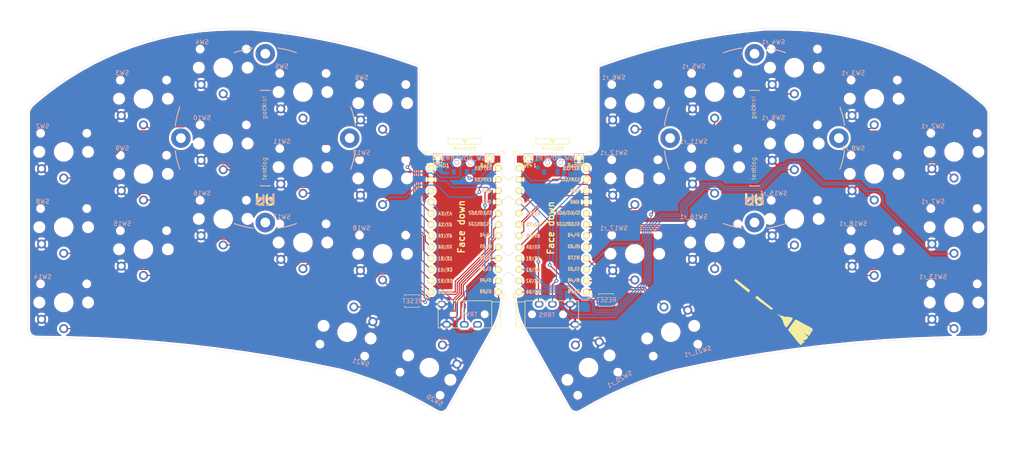
<source format=kicad_pcb>
(kicad_pcb (version 20171130) (host pcbnew 5.1.10)
  (layers (0 F.Cu signal) (31 B.Cu signal) (34 B.Paste user) (35 F.Paste user) (36 B.SilkS user) (37 F.SilkS user) (38 B.Mask user) (39 F.Mask user) (44 Edge.Cuts user))
  (net 0 "")
  (net 1 BT+)
  (net 2 gnd)
  (net 3 vcc)
  (net 4 Switch18)
  (net 5 reset)
  (net 6 Switch1)
  (net 7 Switch2)
  (net 8 Switch3)
  (net 9 Switch4)
  (net 10 Switch5)
  (net 11 Switch6)
  (net 12 Switch7)
  (net 13 Switch8)
  (net 14 Switch9)
  (net 15 Switch10)
  (net 16 Switch11)
  (net 17 Switch12)
  (net 18 Switch13)
  (net 19 Switch14)
  (net 20 Switch15)
  (net 21 Switch16)
  (net 22 Switch17)
  (net 23 "Net-(SW_POWER1-Pad1)")
  (net 24 raw)
  (net 25 BT+_r)
  (net 26 Switch18_r)
  (net 27 reset_r)
  (net 28 Switch9_r)
  (net 29 Switch10_r)
  (net 30 Switch11_r)
  (net 31 Switch12_r)
  (net 32 Switch13_r)
  (net 33 Switch14_r)
  (net 34 Switch15_r)
  (net 35 Switch16_r)
  (net 36 Switch17_r)
  (net 37 Switch1_r)
  (net 38 Switch2_r)
  (net 39 Switch3_r)
  (net 40 Switch4_r)
  (net 41 Switch5_r)
  (net 42 Switch6_r)
  (net 43 Switch7_r)
  (net 44 Switch8_r)
  (net 45 "Net-(SW_POWERR1-Pad1)")
  (module Kailh:SW_PG1350_nonrev_DPB (layer F.Cu) (at 63.08 44.196)
    (fp_text reference SW10 hide)
    (fp_text value SW_Push hide)
    (fp_text user %R (at -4.76 -5.8) (layer B.SilkS) (effects (justify mirror)))
    (pad "" np_thru_hole circle (at -5.22 -4.2) (size 0.9906 0.9906) (drill 0.9906) (layers *.Cu *.Mask))
    (pad "" np_thru_hole circle (at 0 0) (size 3.429 3.429) (drill 3.429) (layers *.Cu *.Mask))
    (pad 2 thru_hole circle (at -5 3.8) (size 2.032 2.032) (drill 1.27) (layers *.Cu *.Mask) (net 2 gnd))
    (pad 1 thru_hole circle (at 0 5.9) (size 2.032 2.032) (drill 1.27) (layers *.Cu *.Mask) (net 13 Switch8))
    (pad "" np_thru_hole circle (at 5.22 -4.2) (size 0.9906 0.9906) (drill 0.9906) (layers *.Cu *.Mask))
    (pad "" np_thru_hole circle (at 5.5 0) (size 1.7018 1.7018) (drill 1.7018) (layers *.Cu *.Mask))
    (pad "" np_thru_hole circle (at -5.5 0) (size 1.7018 1.7018) (drill 1.7018) (layers *.Cu *.Mask))
  )
  (module "" (layer F.Cu) (at 86.741 24.003)
    (fp_text reference "" (at 30.861 40.259) (layer F.SilkS) (effects (font (size 1.27 1.27))))
    (fp_text value "" (at 30.861 40.259) (layer F.SilkS) (effects (font (size 1.27 1.27))))
    (fp_text user A0/F7 (at 26.416 43.561 unlocked) (layer B.SilkS) (effects (font (size 0.75 0.67) (thickness 0.125)) (justify mirror)))
    (fp_text user D7/6 (at 35.56 45.974 unlocked) (layer B.SilkS) (effects (font (size 0.75 0.67) (thickness 0.125)) (justify mirror)))
    (fp_text user 10/B6 (at 26.416 53.721 unlocked) (layer B.SilkS) (effects (font (size 0.75 0.67) (thickness 0.125)) (justify mirror)))
    (fp_text user 15/B1 (at 26.416 46.228 unlocked) (layer B.SilkS) (effects (font (size 0.75 0.67) (thickness 0.125)) (justify mirror)))
    (fp_text user C6/5 (at 35.687 43.434 unlocked) (layer B.SilkS) (effects (font (size 0.75 0.67) (thickness 0.125)) (justify mirror)))
    (fp_text user A2/F5 (at 26.416 38.481 unlocked) (layer B.SilkS) (effects (font (size 0.75 0.67) (thickness 0.125)) (justify mirror)))
    (fp_text user GND (at 35.814 33.401 unlocked) (layer B.SilkS) (effects (font (size 0.75 0.67) (thickness 0.125)) (justify mirror)))
    (fp_text user D4/4 (at 35.56 40.767 unlocked) (layer B.SilkS) (effects (font (size 0.75 0.67) (thickness 0.125)) (justify mirror)))
    (fp_text user B5/9 (at 35.56 53.594 unlocked) (layer B.SilkS) (effects (font (size 0.75 0.67) (thickness 0.125)) (justify mirror)))
    (fp_text user A1/F6 (at 26.416 41.021 unlocked) (layer B.SilkS) (effects (font (size 0.75 0.67) (thickness 0.125)) (justify mirror)))
    (fp_text user 14/B3 (at 26.416 48.768 unlocked) (layer B.SilkS) (effects (font (size 0.75 0.67) (thickness 0.125)) (justify mirror)))
    (fp_text user A3/F4 (at 26.416 36.068 unlocked) (layer B.SilkS) (effects (font (size 0.75 0.67) (thickness 0.125)) (justify mirror)))
    (fp_text user E6/7 (at 35.56 48.514 unlocked) (layer B.SilkS) (effects (font (size 0.75 0.67) (thickness 0.125)) (justify mirror)))
    (fp_text user GND (at 35.814 30.861 unlocked) (layer B.SilkS) (effects (font (size 0.75 0.67) (thickness 0.125)) (justify mirror)))
    (fp_text user 16/B2 (at 26.416 51.181 unlocked) (layer B.SilkS) (effects (font (size 0.75 0.67) (thickness 0.125)) (justify mirror)))
    (fp_text user SCL/D0/3 (at 34.29 38.354 unlocked) (layer B.SilkS) (effects (font (size 0.75 0.67) (thickness 0.125)) (justify mirror)))
    (fp_text user SDA/D1/2 (at 34.417 35.814 unlocked) (layer B.SilkS) (effects (font (size 0.75 0.67) (thickness 0.125)) (justify mirror)))
    (fp_text user D3/TX0 (at 35.052 25.781 unlocked) (layer B.SilkS) (effects (font (size 0.75 0.67) (thickness 0.125)) (justify mirror)))
    (fp_text user D2/RX1 (at 35.052 28.321 unlocked) (layer B.SilkS) (effects (font (size 0.75 0.67) (thickness 0.125)) (justify mirror)))
    (fp_text user B4/8 (at 35.56 51.054 unlocked) (layer B.SilkS) (effects (font (size 0.75 0.67) (thickness 0.125)) (justify mirror)))
  )
  (module "" (layer B.Cu) (at 35.941 45.339)
    (fp_text reference "" (at 106.807 -33.274) (layer B.SilkS) (effects (font (size 1.27 1.27)) (justify mirror)))
    (fp_text value "" (at 106.807 -33.274) (layer B.SilkS) (effects (font (size 1.27 1.27)) (justify mirror)))
    (fp_text user GND (at 106.553 12.065 unlocked) (layer B.SilkS) (effects (font (size 0.75 0.67) (thickness 0.125)) (justify mirror)))
    (fp_text user C6/5 (at 106.426 22.098 unlocked) (layer B.SilkS) (effects (font (size 0.75 0.67) (thickness 0.125)) (justify mirror)))
    (fp_text user 16/B2 (at 97.155 29.845 unlocked) (layer B.SilkS) (effects (font (size 0.75 0.67) (thickness 0.125)) (justify mirror)))
    (fp_text user 14/B3 (at 97.155 27.432 unlocked) (layer B.SilkS) (effects (font (size 0.75 0.67) (thickness 0.125)) (justify mirror)))
    (fp_text user SCL/D0/3 (at 105.029 17.018 unlocked) (layer B.SilkS) (effects (font (size 0.75 0.67) (thickness 0.125)) (justify mirror)))
    (fp_text user SDA/D1/2 (at 105.156 14.478 unlocked) (layer B.SilkS) (effects (font (size 0.75 0.67) (thickness 0.125)) (justify mirror)))
    (fp_text user A0/F7 (at 97.155 22.225 unlocked) (layer B.SilkS) (effects (font (size 0.75 0.67) (thickness 0.125)) (justify mirror)))
    (fp_text user 10/B6 (at 97.155 32.385 unlocked) (layer B.SilkS) (effects (font (size 0.75 0.67) (thickness 0.125)) (justify mirror)))
    (fp_text user B4/8 (at 106.299 29.718 unlocked) (layer B.SilkS) (effects (font (size 0.75 0.67) (thickness 0.125)) (justify mirror)))
    (fp_text user A1/F6 (at 97.155 19.685 unlocked) (layer B.SilkS) (effects (font (size 0.75 0.67) (thickness 0.125)) (justify mirror)))
    (fp_text user B5/9 (at 106.299 32.258 unlocked) (layer B.SilkS) (effects (font (size 0.75 0.67) (thickness 0.125)) (justify mirror)))
    (fp_text user D4/4 (at 106.299 19.431 unlocked) (layer B.SilkS) (effects (font (size 0.75 0.67) (thickness 0.125)) (justify mirror)))
    (fp_text user D7/6 (at 106.299 24.638 unlocked) (layer B.SilkS) (effects (font (size 0.75 0.67) (thickness 0.125)) (justify mirror)))
    (fp_text user E6/7 (at 106.299 27.178 unlocked) (layer B.SilkS) (effects (font (size 0.75 0.67) (thickness 0.125)) (justify mirror)))
    (fp_text user D2/RX1 (at 105.791 6.985 unlocked) (layer B.SilkS) (effects (font (size 0.75 0.67) (thickness 0.125)) (justify mirror)))
    (fp_text user GND (at 106.553 9.525 unlocked) (layer B.SilkS) (effects (font (size 0.75 0.67) (thickness 0.125)) (justify mirror)))
    (fp_text user 15/B1 (at 97.155 24.892 unlocked) (layer B.SilkS) (effects (font (size 0.75 0.67) (thickness 0.125)) (justify mirror)))
    (fp_text user A2/F5 (at 97.155 17.145 unlocked) (layer B.SilkS) (effects (font (size 0.75 0.67) (thickness 0.125)) (justify mirror)))
    (fp_text user D3/TX0 (at 105.791 4.445 unlocked) (layer B.SilkS) (effects (font (size 0.75 0.67) (thickness 0.125)) (justify mirror)))
    (fp_text user A3/F4 (at 97.155 14.732 unlocked) (layer B.SilkS) (effects (font (size 0.75 0.67) (thickness 0.125)) (justify mirror)))
  )
  (module Duckyb-Parts:mouse-bite-5mm-slot-with-space-for-track (layer F.Cu) (at 127.508 71.374)
    (fp_text reference mouse-bite-2mm-slot hide)
    (fp_text value VAL** hide)
    (pad "" np_thru_hole circle (at 1.016 0) (size 0.5 0.5) (drill 0.5) (layers *.Cu *.Mask))
    (pad "" np_thru_hole circle (at -1.016 0) (size 0.5 0.5) (drill 0.5) (layers *.Cu *.Mask))
    (pad "" np_thru_hole circle (at 1.016 2.032) (size 0.5 0.5) (drill 0.5) (layers *.Cu *.Mask))
    (pad "" np_thru_hole circle (at -1.016 2.032) (size 0.5 0.5) (drill 0.5) (layers *.Cu *.Mask))
    (pad "" np_thru_hole circle (at 1.016 -2.032) (size 0.5 0.5) (drill 0.5) (layers *.Cu *.Mask))
    (pad "" np_thru_hole circle (at -1.016 -2.032) (size 0.5 0.5) (drill 0.5) (layers *.Cu *.Mask))
    (pad "" np_thru_hole circle (at 1.016 -1.016) (size 0.5 0.5) (drill 0.5) (layers *.Cu *.Mask))
    (pad "" np_thru_hole circle (at 1.016 1.016) (size 0.5 0.5) (drill 0.5) (layers *.Cu *.Mask))
    (pad "" np_thru_hole circle (at -1.016 1.016) (size 0.5 0.5) (drill 0.5) (layers *.Cu *.Mask))
    (pad "" np_thru_hole circle (at -1.016 -1.016) (size 0.5 0.5) (drill 0.5) (layers *.Cu *.Mask))
  )
  (module Duckyb-Parts:mouse-bite-5mm-slot-with-space-for-track (layer F.Cu) (at 127.508 54.229)
    (fp_text reference mouse-bite-2mm-slot hide)
    (fp_text value VAL** hide)
    (pad "" np_thru_hole circle (at 1.016 0) (size 0.5 0.5) (drill 0.5) (layers *.Cu *.Mask))
    (pad "" np_thru_hole circle (at -1.016 0) (size 0.5 0.5) (drill 0.5) (layers *.Cu *.Mask))
    (pad "" np_thru_hole circle (at 1.016 2.032) (size 0.5 0.5) (drill 0.5) (layers *.Cu *.Mask))
    (pad "" np_thru_hole circle (at -1.016 2.032) (size 0.5 0.5) (drill 0.5) (layers *.Cu *.Mask))
    (pad "" np_thru_hole circle (at 1.016 -2.032) (size 0.5 0.5) (drill 0.5) (layers *.Cu *.Mask))
    (pad "" np_thru_hole circle (at -1.016 -2.032) (size 0.5 0.5) (drill 0.5) (layers *.Cu *.Mask))
    (pad "" np_thru_hole circle (at 1.016 -1.016) (size 0.5 0.5) (drill 0.5) (layers *.Cu *.Mask))
    (pad "" np_thru_hole circle (at 1.016 1.016) (size 0.5 0.5) (drill 0.5) (layers *.Cu *.Mask))
    (pad "" np_thru_hole circle (at -1.016 1.016) (size 0.5 0.5) (drill 0.5) (layers *.Cu *.Mask))
    (pad "" np_thru_hole circle (at -1.016 -1.016) (size 0.5 0.5) (drill 0.5) (layers *.Cu *.Mask))
  )
  (module kbd:ProMicro_v3 (layer F.Cu) (at 137.441 64.262)
    (fp_text reference U2 hide)
    (fp_text value ProMicro-kbd hide)
    (fp_text user "" (at -1.2065 -16.256) (layer B.SilkS) (effects (justify mirror)))
    (fp_text user "" (at -0.5 -17.25) (layer F.SilkS))
    (fp_text user A3/F4 (at -4.395 -4.25 unlocked) (layer F.SilkS) (effects (font (size 0.75 0.67) (thickness 0.125))))
    (fp_text user A2/F5 (at -4.395 -1.75 unlocked) (layer F.SilkS) (effects (font (size 0.75 0.67) (thickness 0.125))))
    (fp_text user A1/F6 (at -4.395 0.75 unlocked) (layer F.SilkS) (effects (font (size 0.75 0.67) (thickness 0.125))))
    (fp_text user A0/F7 (at -4.395 3.3 unlocked) (layer F.SilkS) (effects (font (size 0.75 0.67) (thickness 0.125))))
    (fp_text user 15/B1 (at -4.395 5.85 unlocked) (layer F.SilkS) (effects (font (size 0.75 0.67) (thickness 0.125))))
    (fp_text user 14/B3 (at -4.395 8.4 unlocked) (layer F.SilkS) (effects (font (size 0.75 0.67) (thickness 0.125))))
    (fp_text user 10/B6 (at -4.395 13.45 unlocked) (layer F.SilkS) (effects (font (size 0.75 0.67) (thickness 0.125))))
    (fp_text user 16/B2 (at -4.395 10.95 unlocked) (layer F.SilkS) (effects (font (size 0.75 0.67) (thickness 0.125))))
    (fp_text user E6/7 (at 4.705 8.25 unlocked) (layer F.SilkS) (effects (font (size 0.75 0.67) (thickness 0.125))))
    (fp_text user D7/6 (at 4.705 5.7 unlocked) (layer F.SilkS) (effects (font (size 0.75 0.67) (thickness 0.125))))
    (fp_text user GND (at 4.955 -9.35 unlocked) (layer F.SilkS) (effects (font (size 0.75 0.67) (thickness 0.125))))
    (fp_text user GND (at 4.955 -6.9 unlocked) (layer F.SilkS) (effects (font (size 0.75 0.67) (thickness 0.125))))
    (fp_text user D3/TX0 (at 4.155 -14.45 unlocked) (layer F.SilkS) (effects (font (size 0.75 0.67) (thickness 0.125))))
    (fp_text user D4/4 (at 4.705 0.6 unlocked) (layer F.SilkS) (effects (font (size 0.75 0.67) (thickness 0.125))))
    (fp_text user SDA/D1/2 (at 3.455 -4.4 unlocked) (layer F.SilkS) (effects (font (size 0.75 0.67) (thickness 0.125))))
    (fp_text user SCL/D0/3 (at 3.455 -1.9 unlocked) (layer F.SilkS) (effects (font (size 0.75 0.67) (thickness 0.125))))
    (fp_text user C6/5 (at 4.705 3.15 unlocked) (layer F.SilkS) (effects (font (size 0.75 0.67) (thickness 0.125))))
    (fp_text user B5/9 (at 4.705 13.3 unlocked) (layer F.SilkS) (effects (font (size 0.75 0.67) (thickness 0.125))))
    (fp_text user D2/RX1 (at 4.155 -11.9 unlocked) (layer F.SilkS) (effects (font (size 0.75 0.67) (thickness 0.125))))
    (fp_text user B4/8 (at 4.705 10.8 unlocked) (layer F.SilkS) (effects (font (size 0.75 0.67) (thickness 0.125))))
    (fp_text user MicroUSB (at -0.05 -18.95) (layer F.SilkS) (effects (font (size 0.75 0.75) (thickness 0.12))))
    (pad 24 thru_hole circle (at -7.6086 -14.478) (size 1.524 1.524) (drill 0.8128) (layers *.Cu F.SilkS B.Mask) (net 24 raw))
    (pad 23 thru_hole circle (at -7.6086 -11.938) (size 1.524 1.524) (drill 0.8128) (layers *.Cu F.SilkS B.Mask) (net 2 gnd))
    (pad 22 thru_hole circle (at -7.6086 -9.398) (size 1.524 1.524) (drill 0.8128) (layers *.Cu F.SilkS B.Mask) (net 27 reset_r))
    (pad 21 thru_hole circle (at -7.6086 -6.858) (size 1.524 1.524) (drill 0.8128) (layers *.Cu F.SilkS B.Mask) (net 3 vcc))
    (pad 20 thru_hole circle (at -7.6086 -4.318) (size 1.524 1.524) (drill 0.8128) (layers *.Cu F.SilkS B.Mask) (net 41 Switch5_r))
    (pad 19 thru_hole circle (at -7.6086 -1.778) (size 1.524 1.524) (drill 0.8128) (layers *.Cu F.SilkS B.Mask) (net 40 Switch4_r))
    (pad 18 thru_hole circle (at -7.6086 0.762) (size 1.524 1.524) (drill 0.8128) (layers *.Cu F.SilkS B.Mask) (net 39 Switch3_r))
    (pad 17 thru_hole circle (at -7.6086 3.302) (size 1.524 1.524) (drill 0.8128) (layers *.Cu F.SilkS B.Mask) (net 38 Switch2_r))
    (pad 16 thru_hole circle (at -7.6086 5.842) (size 1.524 1.524) (drill 0.8128) (layers *.Cu F.SilkS B.Mask) (net 42 Switch6_r))
    (pad 15 thru_hole circle (at -7.6086 8.382) (size 1.524 1.524) (drill 0.8128) (layers *.Cu F.SilkS B.Mask) (net 43 Switch7_r))
    (pad 14 thru_hole circle (at -7.6086 10.922) (size 1.524 1.524) (drill 0.8128) (layers *.Cu F.SilkS B.Mask) (net 44 Switch8_r))
    (pad 13 thru_hole circle (at -7.6086 13.462) (size 1.524 1.524) (drill 0.8128) (layers *.Cu F.SilkS B.Mask) (net 28 Switch9_r))
    (pad 12 thru_hole circle (at 7.6114 13.462) (size 1.524 1.524) (drill 0.8128) (layers *.Cu F.SilkS B.Mask) (net 36 Switch17_r))
    (pad 11 thru_hole circle (at 7.6114 10.922) (size 1.524 1.524) (drill 0.8128) (layers *.Cu F.SilkS B.Mask) (net 35 Switch16_r))
    (pad 10 thru_hole circle (at 7.6114 8.382) (size 1.524 1.524) (drill 0.8128) (layers *.Cu F.SilkS B.Mask) (net 37 Switch1_r))
    (pad 9 thru_hole circle (at 7.6114 5.842) (size 1.524 1.524) (drill 0.8128) (layers *.Cu F.SilkS B.Mask) (net 34 Switch15_r))
    (pad 8 thru_hole circle (at 7.6114 3.302) (size 1.524 1.524) (drill 0.8128) (layers *.Cu F.SilkS B.Mask) (net 33 Switch14_r))
    (pad 7 thru_hole circle (at 7.6114 0.762) (size 1.524 1.524) (drill 0.8128) (layers *.Cu F.SilkS B.Mask) (net 32 Switch13_r))
    (pad 6 thru_hole circle (at 7.6114 -1.778) (size 1.524 1.524) (drill 0.8128) (layers *.Cu F.SilkS B.Mask) (net 31 Switch12_r))
    (pad 5 thru_hole circle (at 7.6114 -4.318) (size 1.524 1.524) (drill 0.8128) (layers *.Cu F.SilkS B.Mask) (net 30 Switch11_r))
    (pad 4 thru_hole circle (at 7.6114 -6.858) (size 1.524 1.524) (drill 0.8128) (layers *.Cu F.SilkS B.Mask) (net 2 gnd))
    (pad 3 thru_hole circle (at 7.6114 -9.398) (size 1.524 1.524) (drill 0.8128) (layers *.Cu F.SilkS B.Mask) (net 2 gnd))
    (pad 2 thru_hole circle (at 7.6114 -11.938) (size 1.524 1.524) (drill 0.8128) (layers *.Cu F.SilkS B.Mask) (net 26 Switch18_r))
    (pad 1 thru_hole circle (at 7.6114 -14.478) (size 1.524 1.524) (drill 0.8128) (layers *.Cu F.SilkS B.Mask) (net 29 Switch10_r))
  )
  (module kbd:ProMicro_v3 (layer F.Cu) (at 117.602 64.262)
    (fp_text reference U1 hide)
    (fp_text value ProMicro-kbd hide)
    (fp_text user "" (at -1.2065 -16.256) (layer B.SilkS) (effects (justify mirror)))
    (fp_text user "" (at -0.5 -17.25) (layer F.SilkS))
    (fp_text user A3/F4 (at -4.395 -4.25 unlocked) (layer F.SilkS) (effects (font (size 0.75 0.67) (thickness 0.125))))
    (fp_text user A2/F5 (at -4.395 -1.75 unlocked) (layer F.SilkS) (effects (font (size 0.75 0.67) (thickness 0.125))))
    (fp_text user A1/F6 (at -4.395 0.75 unlocked) (layer F.SilkS) (effects (font (size 0.75 0.67) (thickness 0.125))))
    (fp_text user A0/F7 (at -4.395 3.3 unlocked) (layer F.SilkS) (effects (font (size 0.75 0.67) (thickness 0.125))))
    (fp_text user 15/B1 (at -4.395 5.85 unlocked) (layer F.SilkS) (effects (font (size 0.75 0.67) (thickness 0.125))))
    (fp_text user 14/B3 (at -4.395 8.4 unlocked) (layer F.SilkS) (effects (font (size 0.75 0.67) (thickness 0.125))))
    (fp_text user 10/B6 (at -4.395 13.45 unlocked) (layer F.SilkS) (effects (font (size 0.75 0.67) (thickness 0.125))))
    (fp_text user 16/B2 (at -4.395 10.95 unlocked) (layer F.SilkS) (effects (font (size 0.75 0.67) (thickness 0.125))))
    (fp_text user E6/7 (at 4.705 8.25 unlocked) (layer F.SilkS) (effects (font (size 0.75 0.67) (thickness 0.125))))
    (fp_text user D7/6 (at 4.705 5.7 unlocked) (layer F.SilkS) (effects (font (size 0.75 0.67) (thickness 0.125))))
    (fp_text user GND (at 4.955 -9.35 unlocked) (layer F.SilkS) (effects (font (size 0.75 0.67) (thickness 0.125))))
    (fp_text user GND (at 4.955 -6.9 unlocked) (layer F.SilkS) (effects (font (size 0.75 0.67) (thickness 0.125))))
    (fp_text user D3/TX0 (at 4.155 -14.45 unlocked) (layer F.SilkS) (effects (font (size 0.75 0.67) (thickness 0.125))))
    (fp_text user D4/4 (at 4.705 0.6 unlocked) (layer F.SilkS) (effects (font (size 0.75 0.67) (thickness 0.125))))
    (fp_text user SDA/D1/2 (at 3.455 -4.4 unlocked) (layer F.SilkS) (effects (font (size 0.75 0.67) (thickness 0.125))))
    (fp_text user SCL/D0/3 (at 3.455 -1.9 unlocked) (layer F.SilkS) (effects (font (size 0.75 0.67) (thickness 0.125))))
    (fp_text user C6/5 (at 4.705 3.15 unlocked) (layer F.SilkS) (effects (font (size 0.75 0.67) (thickness 0.125))))
    (fp_text user B5/9 (at 4.705 13.3 unlocked) (layer F.SilkS) (effects (font (size 0.75 0.67) (thickness 0.125))))
    (fp_text user D2/RX1 (at 4.155 -11.9 unlocked) (layer F.SilkS) (effects (font (size 0.75 0.67) (thickness 0.125))))
    (fp_text user B4/8 (at 4.705 10.8 unlocked) (layer F.SilkS) (effects (font (size 0.75 0.67) (thickness 0.125))))
    (fp_text user MicroUSB (at -0.05 -18.95) (layer F.SilkS) (effects (font (size 0.75 0.75) (thickness 0.12))))
    (pad 24 thru_hole circle (at -7.6086 -14.478) (size 1.524 1.524) (drill 0.8128) (layers *.Cu F.SilkS B.Mask) (net 24 raw))
    (pad 23 thru_hole circle (at -7.6086 -11.938) (size 1.524 1.524) (drill 0.8128) (layers *.Cu F.SilkS B.Mask) (net 2 gnd))
    (pad 22 thru_hole circle (at -7.6086 -9.398) (size 1.524 1.524) (drill 0.8128) (layers *.Cu F.SilkS B.Mask) (net 5 reset))
    (pad 21 thru_hole circle (at -7.6086 -6.858) (size 1.524 1.524) (drill 0.8128) (layers *.Cu F.SilkS B.Mask) (net 3 vcc))
    (pad 20 thru_hole circle (at -7.6086 -4.318) (size 1.524 1.524) (drill 0.8128) (layers *.Cu F.SilkS B.Mask) (net 10 Switch5))
    (pad 19 thru_hole circle (at -7.6086 -1.778) (size 1.524 1.524) (drill 0.8128) (layers *.Cu F.SilkS B.Mask) (net 9 Switch4))
    (pad 18 thru_hole circle (at -7.6086 0.762) (size 1.524 1.524) (drill 0.8128) (layers *.Cu F.SilkS B.Mask) (net 8 Switch3))
    (pad 17 thru_hole circle (at -7.6086 3.302) (size 1.524 1.524) (drill 0.8128) (layers *.Cu F.SilkS B.Mask) (net 7 Switch2))
    (pad 16 thru_hole circle (at -7.6086 5.842) (size 1.524 1.524) (drill 0.8128) (layers *.Cu F.SilkS B.Mask) (net 11 Switch6))
    (pad 15 thru_hole circle (at -7.6086 8.382) (size 1.524 1.524) (drill 0.8128) (layers *.Cu F.SilkS B.Mask) (net 12 Switch7))
    (pad 14 thru_hole circle (at -7.6086 10.922) (size 1.524 1.524) (drill 0.8128) (layers *.Cu F.SilkS B.Mask) (net 13 Switch8))
    (pad 13 thru_hole circle (at -7.6086 13.462) (size 1.524 1.524) (drill 0.8128) (layers *.Cu F.SilkS B.Mask) (net 14 Switch9))
    (pad 12 thru_hole circle (at 7.6114 13.462) (size 1.524 1.524) (drill 0.8128) (layers *.Cu F.SilkS B.Mask) (net 22 Switch17))
    (pad 11 thru_hole circle (at 7.6114 10.922) (size 1.524 1.524) (drill 0.8128) (layers *.Cu F.SilkS B.Mask) (net 21 Switch16))
    (pad 10 thru_hole circle (at 7.6114 8.382) (size 1.524 1.524) (drill 0.8128) (layers *.Cu F.SilkS B.Mask) (net 6 Switch1))
    (pad 9 thru_hole circle (at 7.6114 5.842) (size 1.524 1.524) (drill 0.8128) (layers *.Cu F.SilkS B.Mask) (net 20 Switch15))
    (pad 8 thru_hole circle (at 7.6114 3.302) (size 1.524 1.524) (drill 0.8128) (layers *.Cu F.SilkS B.Mask) (net 19 Switch14))
    (pad 7 thru_hole circle (at 7.6114 0.762) (size 1.524 1.524) (drill 0.8128) (layers *.Cu F.SilkS B.Mask) (net 18 Switch13))
    (pad 6 thru_hole circle (at 7.6114 -1.778) (size 1.524 1.524) (drill 0.8128) (layers *.Cu F.SilkS B.Mask) (net 17 Switch12))
    (pad 5 thru_hole circle (at 7.6114 -4.318) (size 1.524 1.524) (drill 0.8128) (layers *.Cu F.SilkS B.Mask) (net 16 Switch11))
    (pad 4 thru_hole circle (at 7.6114 -6.858) (size 1.524 1.524) (drill 0.8128) (layers *.Cu F.SilkS B.Mask) (net 2 gnd))
    (pad 3 thru_hole circle (at 7.6114 -9.398) (size 1.524 1.524) (drill 0.8128) (layers *.Cu F.SilkS B.Mask) (net 2 gnd))
    (pad 2 thru_hole circle (at 7.6114 -11.938) (size 1.524 1.524) (drill 0.8128) (layers *.Cu F.SilkS B.Mask) (net 4 Switch18))
    (pad 1 thru_hole circle (at 7.6114 -14.478) (size 1.524 1.524) (drill 0.8128) (layers *.Cu F.SilkS B.Mask) (net 15 Switch10))
  )
  (module Kailh:TRRS-PJ-320A (layer F.Cu) (at 131.191 82.75 90)
    (fp_text reference J1)
    (fp_text value AudioJack4dpb hide)
    (fp_text user TRRS (at -0.181 4.953 180) (layer B.SilkS) (effects (justify mirror)))
    (pad R1 thru_hole oval (at 2.3 6.2 90) (size 1.6 2) (drill oval 0.9 1.3) (layers *.Cu *.Mask) (net 26 Switch18_r))
    (pad "" np_thru_hole circle (at 0 1.6 90) (size 0.8 0.8) (drill 0.8) (layers *.Cu *.Mask))
    (pad "" np_thru_hole circle (at 0 8.6 90) (size 0.8 0.8) (drill 0.8) (layers *.Cu *.Mask))
    (pad R2 thru_hole oval (at 2.3 3.2 90) (size 1.6 2) (drill oval 0.9 1.3) (layers *.Cu *.Mask) (net 3 vcc))
    (pad T thru_hole oval (at 2.3 10.2 90) (size 1.6 2) (drill oval 0.9 1.3) (layers *.Cu *.Mask) (net 2 gnd))
    (pad S thru_hole oval (at -2.3 11.3 90) (size 1.6 2) (drill oval 0.9 1.3) (layers *.Cu *.Mask) (net 2 gnd))
  )
  (module Kailh:TRRS-PJ-320A (layer F.Cu) (at 123.698 82.75 270)
    (fp_text reference J2)
    (fp_text value AudioJack4dpb hide)
    (fp_text user TRRS (at 0.054 5.08 180) (layer B.SilkS) (effects (justify mirror)))
    (pad S thru_hole oval (at -2.3 11.3 270) (size 1.6 2) (drill oval 0.9 1.3) (layers *.Cu *.Mask) (net 2 gnd))
    (pad T thru_hole oval (at 2.3 10.2 270) (size 1.6 2) (drill oval 0.9 1.3) (layers *.Cu *.Mask) (net 2 gnd))
    (pad R2 thru_hole oval (at 2.3 3.2 270) (size 1.6 2) (drill oval 0.9 1.3) (layers *.Cu *.Mask) (net 3 vcc))
    (pad "" np_thru_hole circle (at 0 8.6 270) (size 0.8 0.8) (drill 0.8) (layers *.Cu *.Mask))
    (pad "" np_thru_hole circle (at 0 1.6 270) (size 0.8 0.8) (drill 0.8) (layers *.Cu *.Mask))
    (pad R1 thru_hole oval (at 2.3 6.2 270) (size 1.6 2) (drill oval 0.9 1.3) (layers *.Cu *.Mask) (net 4 Switch18))
  )
  (module Kailh:SPDT_C128955 (layer B.Cu) (at 117.348 48.514 180)
    (fp_text reference SW_POWERR1 (at 0 1) (layer B.SilkS) (effects (justify mirror)))
    (fp_text value SW_SPDT)
    (pad 0 smd rect (at -3.7 1.1 180) (size 0.9 0.9) (layers B.Cu B.Paste B.Mask))
    (pad 0 smd rect (at -3.7 -1.1 180) (size 0.9 0.9) (layers B.Cu B.Paste B.Mask))
    (pad 0 smd rect (at 3.7 -1.1 180) (size 0.9 0.9) (layers B.Cu B.Paste B.Mask))
    (pad 0 smd rect (at 3.7 1.1 180) (size 0.9 0.9) (layers B.Cu B.Paste B.Mask))
    (pad 1 smd rect (at 2.25 -2.075 180) (size 0.9 1.25) (layers B.Cu B.Paste B.Mask) (net 45 "Net-(SW_POWERR1-Pad1)"))
    (pad 3 smd rect (at -2.25 -2.075 180) (size 0.9 1.25) (layers B.Cu B.Paste B.Mask) (net 24 raw))
    (pad 2 smd rect (at -0.75 -2.075 180) (size 0.9 1.25) (layers B.Cu B.Paste B.Mask) (net 25 BT+_r))
    (pad "" np_thru_hole circle (at -1.5 0 180) (size 1 1) (drill 0.9) (layers *.Cu *.Mask))
    (pad "" np_thru_hole circle (at 1.5 0 180) (size 1 1) (drill 0.9) (layers *.Cu *.Mask))
  )
  (module Kailh:SPDT_C128955 (layer B.Cu) (at 137.795 48.514 180)
    (fp_text reference SW_POWER1 (at 0 1) (layer B.SilkS) (effects (justify mirror)))
    (fp_text value SW_SPDT)
    (pad 0 smd rect (at -3.7 1.1 180) (size 0.9 0.9) (layers B.Cu B.Paste B.Mask))
    (pad 0 smd rect (at -3.7 -1.1 180) (size 0.9 0.9) (layers B.Cu B.Paste B.Mask))
    (pad 0 smd rect (at 3.7 -1.1 180) (size 0.9 0.9) (layers B.Cu B.Paste B.Mask))
    (pad 0 smd rect (at 3.7 1.1 180) (size 0.9 0.9) (layers B.Cu B.Paste B.Mask))
    (pad 1 smd rect (at 2.25 -2.075 180) (size 0.9 1.25) (layers B.Cu B.Paste B.Mask) (net 23 "Net-(SW_POWER1-Pad1)"))
    (pad 3 smd rect (at -2.25 -2.075 180) (size 0.9 1.25) (layers B.Cu B.Paste B.Mask) (net 24 raw))
    (pad 2 smd rect (at -0.75 -2.075 180) (size 0.9 1.25) (layers B.Cu B.Paste B.Mask) (net 1 BT+))
    (pad "" np_thru_hole circle (at -1.5 0 180) (size 1 1) (drill 0.9) (layers *.Cu *.Mask))
    (pad "" np_thru_hole circle (at 1.5 0 180) (size 1 1) (drill 0.9) (layers *.Cu *.Mask))
  )
  (module Kailh:SW_PG1350_nonrev_DPB (layer F.Cu) (at 27.08 46.08)
    (fp_text reference SW2 hide)
    (fp_text value SW_Push hide)
    (fp_text user %R (at -4.76 -5.8) (layer B.SilkS) (effects (justify mirror)))
    (pad "" np_thru_hole circle (at -5.22 -4.2) (size 0.9906 0.9906) (drill 0.9906) (layers *.Cu *.Mask))
    (pad "" np_thru_hole circle (at 0 0) (size 3.429 3.429) (drill 3.429) (layers *.Cu *.Mask))
    (pad 2 thru_hole circle (at -5 3.8) (size 2.032 2.032) (drill 1.27) (layers *.Cu *.Mask) (net 2 gnd))
    (pad 1 thru_hole circle (at 0 5.9) (size 2.032 2.032) (drill 1.27) (layers *.Cu *.Mask) (net 6 Switch1))
    (pad "" np_thru_hole circle (at 5.22 -4.2) (size 0.9906 0.9906) (drill 0.9906) (layers *.Cu *.Mask))
    (pad "" np_thru_hole circle (at 5.5 0) (size 1.7018 1.7018) (drill 1.7018) (layers *.Cu *.Mask))
    (pad "" np_thru_hole circle (at -5.5 0) (size 1.7018 1.7018) (drill 1.7018) (layers *.Cu *.Mask))
  )
  (module Kailh:SW_PG1350_nonrev_DPB (layer F.Cu) (at 45.08 34.08)
    (fp_text reference SW3 hide)
    (fp_text value SW_Push hide)
    (fp_text user %R (at -4.76 -5.8) (layer B.SilkS) (effects (justify mirror)))
    (pad "" np_thru_hole circle (at -5.22 -4.2) (size 0.9906 0.9906) (drill 0.9906) (layers *.Cu *.Mask))
    (pad "" np_thru_hole circle (at 0 0) (size 3.429 3.429) (drill 3.429) (layers *.Cu *.Mask))
    (pad 2 thru_hole circle (at -5 3.8) (size 2.032 2.032) (drill 1.27) (layers *.Cu *.Mask) (net 2 gnd))
    (pad 1 thru_hole circle (at 0 5.9) (size 2.032 2.032) (drill 1.27) (layers *.Cu *.Mask) (net 7 Switch2))
    (pad "" np_thru_hole circle (at 5.22 -4.2) (size 0.9906 0.9906) (drill 0.9906) (layers *.Cu *.Mask))
    (pad "" np_thru_hole circle (at 5.5 0) (size 1.7018 1.7018) (drill 1.7018) (layers *.Cu *.Mask))
    (pad "" np_thru_hole circle (at -5.5 0) (size 1.7018 1.7018) (drill 1.7018) (layers *.Cu *.Mask))
  )
  (module Kailh:SW_PG1350_nonrev_DPB (layer F.Cu) (at 63.08 27.08)
    (fp_text reference SW4 hide)
    (fp_text value SW_Push hide)
    (fp_text user %R (at -4.76 -5.8) (layer B.SilkS) (effects (justify mirror)))
    (pad "" np_thru_hole circle (at -5.22 -4.2) (size 0.9906 0.9906) (drill 0.9906) (layers *.Cu *.Mask))
    (pad "" np_thru_hole circle (at 0 0) (size 3.429 3.429) (drill 3.429) (layers *.Cu *.Mask))
    (pad 2 thru_hole circle (at -5 3.8) (size 2.032 2.032) (drill 1.27) (layers *.Cu *.Mask) (net 2 gnd))
    (pad 1 thru_hole circle (at 0 5.9) (size 2.032 2.032) (drill 1.27) (layers *.Cu *.Mask) (net 8 Switch3))
    (pad "" np_thru_hole circle (at 5.22 -4.2) (size 0.9906 0.9906) (drill 0.9906) (layers *.Cu *.Mask))
    (pad "" np_thru_hole circle (at 5.5 0) (size 1.7018 1.7018) (drill 1.7018) (layers *.Cu *.Mask))
    (pad "" np_thru_hole circle (at -5.5 0) (size 1.7018 1.7018) (drill 1.7018) (layers *.Cu *.Mask))
  )
  (module Kailh:SW_PG1350_nonrev_DPB (layer F.Cu) (at 81.08 32.58)
    (fp_text reference SW5 hide)
    (fp_text value SW_Push hide)
    (fp_text user %R (at -4.76 -5.8) (layer B.SilkS) (effects (justify mirror)))
    (pad "" np_thru_hole circle (at -5.22 -4.2) (size 0.9906 0.9906) (drill 0.9906) (layers *.Cu *.Mask))
    (pad "" np_thru_hole circle (at 0 0) (size 3.429 3.429) (drill 3.429) (layers *.Cu *.Mask))
    (pad 2 thru_hole circle (at -5 3.8) (size 2.032 2.032) (drill 1.27) (layers *.Cu *.Mask) (net 2 gnd))
    (pad 1 thru_hole circle (at 0 5.9) (size 2.032 2.032) (drill 1.27) (layers *.Cu *.Mask) (net 9 Switch4))
    (pad "" np_thru_hole circle (at 5.22 -4.2) (size 0.9906 0.9906) (drill 0.9906) (layers *.Cu *.Mask))
    (pad "" np_thru_hole circle (at 5.5 0) (size 1.7018 1.7018) (drill 1.7018) (layers *.Cu *.Mask))
    (pad "" np_thru_hole circle (at -5.5 0) (size 1.7018 1.7018) (drill 1.7018) (layers *.Cu *.Mask))
  )
  (module Kailh:SW_PG1350_nonrev_DPB (layer F.Cu) (at 99.08 35.08)
    (fp_text reference SW6 hide)
    (fp_text value SW_Push hide)
    (fp_text user %R (at -4.76 -5.8) (layer B.SilkS) (effects (justify mirror)))
    (pad "" np_thru_hole circle (at -5.22 -4.2) (size 0.9906 0.9906) (drill 0.9906) (layers *.Cu *.Mask))
    (pad "" np_thru_hole circle (at 0 0) (size 3.429 3.429) (drill 3.429) (layers *.Cu *.Mask))
    (pad 2 thru_hole circle (at -5 3.8) (size 2.032 2.032) (drill 1.27) (layers *.Cu *.Mask) (net 2 gnd))
    (pad 1 thru_hole circle (at 0 5.9) (size 2.032 2.032) (drill 1.27) (layers *.Cu *.Mask) (net 10 Switch5))
    (pad "" np_thru_hole circle (at 5.22 -4.2) (size 0.9906 0.9906) (drill 0.9906) (layers *.Cu *.Mask))
    (pad "" np_thru_hole circle (at 5.5 0) (size 1.7018 1.7018) (drill 1.7018) (layers *.Cu *.Mask))
    (pad "" np_thru_hole circle (at -5.5 0) (size 1.7018 1.7018) (drill 1.7018) (layers *.Cu *.Mask))
  )
  (module Kailh:SW_PG1350_nonrev_DPB (layer F.Cu) (at 27.08 63.08)
    (fp_text reference SW8 hide)
    (fp_text value SW_Push hide)
    (fp_text user %R (at -4.76 -5.8) (layer B.SilkS) (effects (justify mirror)))
    (pad "" np_thru_hole circle (at -5.22 -4.2) (size 0.9906 0.9906) (drill 0.9906) (layers *.Cu *.Mask))
    (pad "" np_thru_hole circle (at 0 0) (size 3.429 3.429) (drill 3.429) (layers *.Cu *.Mask))
    (pad 2 thru_hole circle (at -5 3.8) (size 2.032 2.032) (drill 1.27) (layers *.Cu *.Mask) (net 2 gnd))
    (pad 1 thru_hole circle (at 0 5.9) (size 2.032 2.032) (drill 1.27) (layers *.Cu *.Mask) (net 11 Switch6))
    (pad "" np_thru_hole circle (at 5.22 -4.2) (size 0.9906 0.9906) (drill 0.9906) (layers *.Cu *.Mask))
    (pad "" np_thru_hole circle (at 5.5 0) (size 1.7018 1.7018) (drill 1.7018) (layers *.Cu *.Mask))
    (pad "" np_thru_hole circle (at -5.5 0) (size 1.7018 1.7018) (drill 1.7018) (layers *.Cu *.Mask))
  )
  (module Kailh:SW_PG1350_nonrev_DPB (layer F.Cu) (at 45.08 51.054)
    (fp_text reference SW9 hide)
    (fp_text value SW_Push hide)
    (fp_text user %R (at -4.76 -5.8) (layer B.SilkS) (effects (justify mirror)))
    (pad "" np_thru_hole circle (at -5.22 -4.2) (size 0.9906 0.9906) (drill 0.9906) (layers *.Cu *.Mask))
    (pad "" np_thru_hole circle (at 0 0) (size 3.429 3.429) (drill 3.429) (layers *.Cu *.Mask))
    (pad 2 thru_hole circle (at -5 3.8) (size 2.032 2.032) (drill 1.27) (layers *.Cu *.Mask) (net 2 gnd))
    (pad 1 thru_hole circle (at 0 5.9) (size 2.032 2.032) (drill 1.27) (layers *.Cu *.Mask) (net 12 Switch7))
    (pad "" np_thru_hole circle (at 5.22 -4.2) (size 0.9906 0.9906) (drill 0.9906) (layers *.Cu *.Mask))
    (pad "" np_thru_hole circle (at 5.5 0) (size 1.7018 1.7018) (drill 1.7018) (layers *.Cu *.Mask))
    (pad "" np_thru_hole circle (at -5.5 0) (size 1.7018 1.7018) (drill 1.7018) (layers *.Cu *.Mask))
  )
  (module Kailh:SW_PG1350_nonrev_DPB (layer F.Cu) (at 81.08 49.53)
    (fp_text reference SW11 hide)
    (fp_text value SW_Push hide)
    (fp_text user %R (at -4.76 -5.8) (layer B.SilkS) (effects (justify mirror)))
    (pad "" np_thru_hole circle (at -5.22 -4.2) (size 0.9906 0.9906) (drill 0.9906) (layers *.Cu *.Mask))
    (pad "" np_thru_hole circle (at 0 0) (size 3.429 3.429) (drill 3.429) (layers *.Cu *.Mask))
    (pad 2 thru_hole circle (at -5 3.8) (size 2.032 2.032) (drill 1.27) (layers *.Cu *.Mask) (net 2 gnd))
    (pad 1 thru_hole circle (at 0 5.9) (size 2.032 2.032) (drill 1.27) (layers *.Cu *.Mask) (net 14 Switch9))
    (pad "" np_thru_hole circle (at 5.22 -4.2) (size 0.9906 0.9906) (drill 0.9906) (layers *.Cu *.Mask))
    (pad "" np_thru_hole circle (at 5.5 0) (size 1.7018 1.7018) (drill 1.7018) (layers *.Cu *.Mask))
    (pad "" np_thru_hole circle (at -5.5 0) (size 1.7018 1.7018) (drill 1.7018) (layers *.Cu *.Mask))
  )
  (module Kailh:SW_PG1350_nonrev_DPB (layer F.Cu) (at 99.06 52.07)
    (fp_text reference SW12 hide)
    (fp_text value SW_Push hide)
    (fp_text user %R (at -4.76 -5.8) (layer B.SilkS) (effects (justify mirror)))
    (pad "" np_thru_hole circle (at -5.22 -4.2) (size 0.9906 0.9906) (drill 0.9906) (layers *.Cu *.Mask))
    (pad "" np_thru_hole circle (at 0 0) (size 3.429 3.429) (drill 3.429) (layers *.Cu *.Mask))
    (pad 2 thru_hole circle (at -5 3.8) (size 2.032 2.032) (drill 1.27) (layers *.Cu *.Mask) (net 2 gnd))
    (pad 1 thru_hole circle (at 0 5.9) (size 2.032 2.032) (drill 1.27) (layers *.Cu *.Mask) (net 15 Switch10))
    (pad "" np_thru_hole circle (at 5.22 -4.2) (size 0.9906 0.9906) (drill 0.9906) (layers *.Cu *.Mask))
    (pad "" np_thru_hole circle (at 5.5 0) (size 1.7018 1.7018) (drill 1.7018) (layers *.Cu *.Mask))
    (pad "" np_thru_hole circle (at -5.5 0) (size 1.7018 1.7018) (drill 1.7018) (layers *.Cu *.Mask))
  )
  (module Kailh:SW_PG1350_nonrev_DPB (layer F.Cu) (at 27.08 80.08)
    (fp_text reference SW14 hide)
    (fp_text value SW_Push hide)
    (fp_text user %R (at -4.76 -5.8) (layer B.SilkS) (effects (justify mirror)))
    (pad "" np_thru_hole circle (at -5.22 -4.2) (size 0.9906 0.9906) (drill 0.9906) (layers *.Cu *.Mask))
    (pad "" np_thru_hole circle (at 0 0) (size 3.429 3.429) (drill 3.429) (layers *.Cu *.Mask))
    (pad 2 thru_hole circle (at -5 3.8) (size 2.032 2.032) (drill 1.27) (layers *.Cu *.Mask) (net 2 gnd))
    (pad 1 thru_hole circle (at 0 5.9) (size 2.032 2.032) (drill 1.27) (layers *.Cu *.Mask) (net 16 Switch11))
    (pad "" np_thru_hole circle (at 5.22 -4.2) (size 0.9906 0.9906) (drill 0.9906) (layers *.Cu *.Mask))
    (pad "" np_thru_hole circle (at 5.5 0) (size 1.7018 1.7018) (drill 1.7018) (layers *.Cu *.Mask))
    (pad "" np_thru_hole circle (at -5.5 0) (size 1.7018 1.7018) (drill 1.7018) (layers *.Cu *.Mask))
  )
  (module Kailh:SW_PG1350_nonrev_DPB (layer F.Cu) (at 45.08 68.072)
    (fp_text reference SW15 hide)
    (fp_text value SW_Push hide)
    (fp_text user %R (at -4.76 -5.8) (layer B.SilkS) (effects (justify mirror)))
    (pad "" np_thru_hole circle (at -5.22 -4.2) (size 0.9906 0.9906) (drill 0.9906) (layers *.Cu *.Mask))
    (pad "" np_thru_hole circle (at 0 0) (size 3.429 3.429) (drill 3.429) (layers *.Cu *.Mask))
    (pad 2 thru_hole circle (at -5 3.8) (size 2.032 2.032) (drill 1.27) (layers *.Cu *.Mask) (net 2 gnd))
    (pad 1 thru_hole circle (at 0 5.9) (size 2.032 2.032) (drill 1.27) (layers *.Cu *.Mask) (net 17 Switch12))
    (pad "" np_thru_hole circle (at 5.22 -4.2) (size 0.9906 0.9906) (drill 0.9906) (layers *.Cu *.Mask))
    (pad "" np_thru_hole circle (at 5.5 0) (size 1.7018 1.7018) (drill 1.7018) (layers *.Cu *.Mask))
    (pad "" np_thru_hole circle (at -5.5 0) (size 1.7018 1.7018) (drill 1.7018) (layers *.Cu *.Mask))
  )
  (module Kailh:SW_PG1350_nonrev_DPB (layer F.Cu) (at 63.08 61.214)
    (fp_text reference SW16 hide)
    (fp_text value SW_Push hide)
    (fp_text user %R (at -4.76 -5.8) (layer B.SilkS) (effects (justify mirror)))
    (pad "" np_thru_hole circle (at -5.22 -4.2) (size 0.9906 0.9906) (drill 0.9906) (layers *.Cu *.Mask))
    (pad "" np_thru_hole circle (at 0 0) (size 3.429 3.429) (drill 3.429) (layers *.Cu *.Mask))
    (pad 2 thru_hole circle (at -5 3.8) (size 2.032 2.032) (drill 1.27) (layers *.Cu *.Mask) (net 2 gnd))
    (pad 1 thru_hole circle (at 0 5.9) (size 2.032 2.032) (drill 1.27) (layers *.Cu *.Mask) (net 18 Switch13))
    (pad "" np_thru_hole circle (at 5.22 -4.2) (size 0.9906 0.9906) (drill 0.9906) (layers *.Cu *.Mask))
    (pad "" np_thru_hole circle (at 5.5 0) (size 1.7018 1.7018) (drill 1.7018) (layers *.Cu *.Mask))
    (pad "" np_thru_hole circle (at -5.5 0) (size 1.7018 1.7018) (drill 1.7018) (layers *.Cu *.Mask))
  )
  (module Kailh:SW_PG1350_nonrev_DPB (layer F.Cu) (at 81.08 66.548)
    (fp_text reference SW17 hide)
    (fp_text value SW_Push hide)
    (fp_text user %R (at -4.76 -5.8) (layer B.SilkS) (effects (justify mirror)))
    (pad "" np_thru_hole circle (at -5.22 -4.2) (size 0.9906 0.9906) (drill 0.9906) (layers *.Cu *.Mask))
    (pad "" np_thru_hole circle (at 0 0) (size 3.429 3.429) (drill 3.429) (layers *.Cu *.Mask))
    (pad 2 thru_hole circle (at -5 3.8) (size 2.032 2.032) (drill 1.27) (layers *.Cu *.Mask) (net 2 gnd))
    (pad 1 thru_hole circle (at 0 5.9) (size 2.032 2.032) (drill 1.27) (layers *.Cu *.Mask) (net 19 Switch14))
    (pad "" np_thru_hole circle (at 5.22 -4.2) (size 0.9906 0.9906) (drill 0.9906) (layers *.Cu *.Mask))
    (pad "" np_thru_hole circle (at 5.5 0) (size 1.7018 1.7018) (drill 1.7018) (layers *.Cu *.Mask))
    (pad "" np_thru_hole circle (at -5.5 0) (size 1.7018 1.7018) (drill 1.7018) (layers *.Cu *.Mask))
  )
  (module Kailh:SW_PG1350_nonrev_DPB (layer F.Cu) (at 99.06 69.088)
    (fp_text reference SW18 hide)
    (fp_text value SW_Push hide)
    (fp_text user %R (at -4.76 -5.8) (layer B.SilkS) (effects (justify mirror)))
    (pad "" np_thru_hole circle (at -5.22 -4.2) (size 0.9906 0.9906) (drill 0.9906) (layers *.Cu *.Mask))
    (pad "" np_thru_hole circle (at 0 0) (size 3.429 3.429) (drill 3.429) (layers *.Cu *.Mask))
    (pad 2 thru_hole circle (at -5 3.8) (size 2.032 2.032) (drill 1.27) (layers *.Cu *.Mask) (net 2 gnd))
    (pad 1 thru_hole circle (at 0 5.9) (size 2.032 2.032) (drill 1.27) (layers *.Cu *.Mask) (net 20 Switch15))
    (pad "" np_thru_hole circle (at 5.22 -4.2) (size 0.9906 0.9906) (drill 0.9906) (layers *.Cu *.Mask))
    (pad "" np_thru_hole circle (at 5.5 0) (size 1.7018 1.7018) (drill 1.7018) (layers *.Cu *.Mask))
    (pad "" np_thru_hole circle (at -5.5 0) (size 1.7018 1.7018) (drill 1.7018) (layers *.Cu *.Mask))
  )
  (module Kailh:SW_PG1350_nonrev_DPB (layer F.Cu) (at 109.61 94.78 150)
    (fp_text reference SW20 hide)
    (fp_text value SW_Push hide)
    (fp_text user %R (at -4.76 -5.8 150) (layer B.SilkS) (effects (justify mirror)))
    (pad "" np_thru_hole circle (at -5.22 -4.2 150) (size 0.9906 0.9906) (drill 0.9906) (layers *.Cu *.Mask))
    (pad "" np_thru_hole circle (at 0 0 150) (size 3.429 3.429) (drill 3.429) (layers *.Cu *.Mask))
    (pad 2 thru_hole circle (at -5 3.8 150) (size 2.032 2.032) (drill 1.27) (layers *.Cu *.Mask) (net 2 gnd))
    (pad 1 thru_hole circle (at 0 5.9 150) (size 2.032 2.032) (drill 1.27) (layers *.Cu *.Mask) (net 22 Switch17))
    (pad "" np_thru_hole circle (at 5.22 -4.2 150) (size 0.9906 0.9906) (drill 0.9906) (layers *.Cu *.Mask))
    (pad "" np_thru_hole circle (at 5.5 0 150) (size 1.7018 1.7018) (drill 1.7018) (layers *.Cu *.Mask))
    (pad "" np_thru_hole circle (at -5.5 0 150) (size 1.7018 1.7018) (drill 1.7018) (layers *.Cu *.Mask))
  )
  (module Kailh:SW_PG1350_nonrev_DPB (layer F.Cu) (at 91.05 86.78 165)
    (fp_text reference SW21 hide)
    (fp_text value SW_Push hide)
    (fp_text user %R (at -4.759999 -5.8 165) (layer B.SilkS) (effects (justify mirror)))
    (pad "" np_thru_hole circle (at -5.22 -4.2 165) (size 0.9906 0.9906) (drill 0.9906) (layers *.Cu *.Mask))
    (pad "" np_thru_hole circle (at 0 0 165) (size 3.429 3.429) (drill 3.429) (layers *.Cu *.Mask))
    (pad 2 thru_hole circle (at -5 3.8 165) (size 2.032 2.032) (drill 1.27) (layers *.Cu *.Mask) (net 2 gnd))
    (pad 1 thru_hole circle (at 0 5.9 165) (size 2.032 2.032) (drill 1.27) (layers *.Cu *.Mask) (net 21 Switch16))
    (pad "" np_thru_hole circle (at 5.22 -4.2 165) (size 0.9906 0.9906) (drill 0.9906) (layers *.Cu *.Mask))
    (pad "" np_thru_hole circle (at 5.5 0 165) (size 1.7018 1.7018) (drill 1.7018) (layers *.Cu *.Mask))
    (pad "" np_thru_hole circle (at -5.5 0 165) (size 1.7018 1.7018) (drill 1.7018) (layers *.Cu *.Mask))
  )
  (module Kailh:SW_PG1350_nonrev_DPB (layer F.Cu) (at 174.015 49.53)
    (fp_text reference SW11_r1 hide)
    (fp_text value SW_Push hide)
    (fp_text user %R (at -4.76 -5.8) (layer B.SilkS) (effects (justify mirror)))
    (pad "" np_thru_hole circle (at -5.22 -4.2) (size 0.9906 0.9906) (drill 0.9906) (layers *.Cu *.Mask))
    (pad "" np_thru_hole circle (at 0 0) (size 3.429 3.429) (drill 3.429) (layers *.Cu *.Mask))
    (pad 2 thru_hole circle (at -5 3.8) (size 2.032 2.032) (drill 1.27) (layers *.Cu *.Mask) (net 2 gnd))
    (pad 1 thru_hole circle (at 0 5.9) (size 2.032 2.032) (drill 1.27) (layers *.Cu *.Mask) (net 28 Switch9_r))
    (pad "" np_thru_hole circle (at 5.22 -4.2) (size 0.9906 0.9906) (drill 0.9906) (layers *.Cu *.Mask))
    (pad "" np_thru_hole circle (at 5.5 0) (size 1.7018 1.7018) (drill 1.7018) (layers *.Cu *.Mask))
    (pad "" np_thru_hole circle (at -5.5 0) (size 1.7018 1.7018) (drill 1.7018) (layers *.Cu *.Mask))
  )
  (module Kailh:SW_PG1350_nonrev_DPB (layer F.Cu) (at 156.001 52.07)
    (fp_text reference SW12_r1 hide)
    (fp_text value SW_Push hide)
    (fp_text user %R (at -4.76 -5.8) (layer B.SilkS) (effects (justify mirror)))
    (pad "" np_thru_hole circle (at -5.22 -4.2) (size 0.9906 0.9906) (drill 0.9906) (layers *.Cu *.Mask))
    (pad "" np_thru_hole circle (at 0 0) (size 3.429 3.429) (drill 3.429) (layers *.Cu *.Mask))
    (pad 2 thru_hole circle (at -5 3.8) (size 2.032 2.032) (drill 1.27) (layers *.Cu *.Mask) (net 2 gnd))
    (pad 1 thru_hole circle (at 0 5.9) (size 2.032 2.032) (drill 1.27) (layers *.Cu *.Mask) (net 29 Switch10_r))
    (pad "" np_thru_hole circle (at 5.22 -4.2) (size 0.9906 0.9906) (drill 0.9906) (layers *.Cu *.Mask))
    (pad "" np_thru_hole circle (at 5.5 0) (size 1.7018 1.7018) (drill 1.7018) (layers *.Cu *.Mask))
    (pad "" np_thru_hole circle (at -5.5 0) (size 1.7018 1.7018) (drill 1.7018) (layers *.Cu *.Mask))
  )
  (module Kailh:SW_PG1350_nonrev_DPB (layer F.Cu) (at 228.047 80.08)
    (fp_text reference SW13_r1 hide)
    (fp_text value SW_Push hide)
    (fp_text user %R (at -4.76 -5.8) (layer B.SilkS) (effects (justify mirror)))
    (pad "" np_thru_hole circle (at -5.22 -4.2) (size 0.9906 0.9906) (drill 0.9906) (layers *.Cu *.Mask))
    (pad "" np_thru_hole circle (at 0 0) (size 3.429 3.429) (drill 3.429) (layers *.Cu *.Mask))
    (pad 2 thru_hole circle (at -5 3.8) (size 2.032 2.032) (drill 1.27) (layers *.Cu *.Mask) (net 2 gnd))
    (pad 1 thru_hole circle (at 0 5.9) (size 2.032 2.032) (drill 1.27) (layers *.Cu *.Mask) (net 30 Switch11_r))
    (pad "" np_thru_hole circle (at 5.22 -4.2) (size 0.9906 0.9906) (drill 0.9906) (layers *.Cu *.Mask))
    (pad "" np_thru_hole circle (at 5.5 0) (size 1.7018 1.7018) (drill 1.7018) (layers *.Cu *.Mask))
    (pad "" np_thru_hole circle (at -5.5 0) (size 1.7018 1.7018) (drill 1.7018) (layers *.Cu *.Mask))
  )
  (module Kailh:SW_PG1350_nonrev_DPB (layer F.Cu) (at 192.003 61.214)
    (fp_text reference SW15_r1 hide)
    (fp_text value SW_Push hide)
    (fp_text user %R (at -4.76 -5.8) (layer B.SilkS) (effects (justify mirror)))
    (pad "" np_thru_hole circle (at -5.22 -4.2) (size 0.9906 0.9906) (drill 0.9906) (layers *.Cu *.Mask))
    (pad "" np_thru_hole circle (at 0 0) (size 3.429 3.429) (drill 3.429) (layers *.Cu *.Mask))
    (pad 2 thru_hole circle (at -5 3.8) (size 2.032 2.032) (drill 1.27) (layers *.Cu *.Mask) (net 2 gnd))
    (pad 1 thru_hole circle (at 0 5.9) (size 2.032 2.032) (drill 1.27) (layers *.Cu *.Mask) (net 32 Switch13_r))
    (pad "" np_thru_hole circle (at 5.22 -4.2) (size 0.9906 0.9906) (drill 0.9906) (layers *.Cu *.Mask))
    (pad "" np_thru_hole circle (at 5.5 0) (size 1.7018 1.7018) (drill 1.7018) (layers *.Cu *.Mask))
    (pad "" np_thru_hole circle (at -5.5 0) (size 1.7018 1.7018) (drill 1.7018) (layers *.Cu *.Mask))
  )
  (module Kailh:SW_PG1350_nonrev_DPB (layer F.Cu) (at 174.015 66.548)
    (fp_text reference SW16_r1 hide)
    (fp_text value SW_Push hide)
    (fp_text user %R (at -4.76 -5.8) (layer B.SilkS) (effects (justify mirror)))
    (pad "" np_thru_hole circle (at -5.22 -4.2) (size 0.9906 0.9906) (drill 0.9906) (layers *.Cu *.Mask))
    (pad "" np_thru_hole circle (at 0 0) (size 3.429 3.429) (drill 3.429) (layers *.Cu *.Mask))
    (pad 2 thru_hole circle (at -5 3.8) (size 2.032 2.032) (drill 1.27) (layers *.Cu *.Mask) (net 2 gnd))
    (pad 1 thru_hole circle (at 0 5.9) (size 2.032 2.032) (drill 1.27) (layers *.Cu *.Mask) (net 33 Switch14_r))
    (pad "" np_thru_hole circle (at 5.22 -4.2) (size 0.9906 0.9906) (drill 0.9906) (layers *.Cu *.Mask))
    (pad "" np_thru_hole circle (at 5.5 0) (size 1.7018 1.7018) (drill 1.7018) (layers *.Cu *.Mask))
    (pad "" np_thru_hole circle (at -5.5 0) (size 1.7018 1.7018) (drill 1.7018) (layers *.Cu *.Mask))
  )
  (module Kailh:SW_PG1350_nonrev_DPB (layer F.Cu) (at 156.001 69.088)
    (fp_text reference SW17_r1 hide)
    (fp_text value SW_Push hide)
    (fp_text user %R (at -4.76 -5.8) (layer B.SilkS) (effects (justify mirror)))
    (pad "" np_thru_hole circle (at -5.22 -4.2) (size 0.9906 0.9906) (drill 0.9906) (layers *.Cu *.Mask))
    (pad "" np_thru_hole circle (at 0 0) (size 3.429 3.429) (drill 3.429) (layers *.Cu *.Mask))
    (pad 2 thru_hole circle (at -5 3.8) (size 2.032 2.032) (drill 1.27) (layers *.Cu *.Mask) (net 2 gnd))
    (pad 1 thru_hole circle (at 0 5.9) (size 2.032 2.032) (drill 1.27) (layers *.Cu *.Mask) (net 34 Switch15_r))
    (pad "" np_thru_hole circle (at 5.22 -4.2) (size 0.9906 0.9906) (drill 0.9906) (layers *.Cu *.Mask))
    (pad "" np_thru_hole circle (at 5.5 0) (size 1.7018 1.7018) (drill 1.7018) (layers *.Cu *.Mask))
    (pad "" np_thru_hole circle (at -5.5 0) (size 1.7018 1.7018) (drill 1.7018) (layers *.Cu *.Mask))
  )
  (module Kailh:SW_PG1350_nonrev_DPB (layer F.Cu) (at 210.029 68.072)
    (fp_text reference SW18_r1 hide)
    (fp_text value SW_Push hide)
    (fp_text user %R (at -4.76 -5.8) (layer B.SilkS) (effects (justify mirror)))
    (pad "" np_thru_hole circle (at -5.22 -4.2) (size 0.9906 0.9906) (drill 0.9906) (layers *.Cu *.Mask))
    (pad "" np_thru_hole circle (at 0 0) (size 3.429 3.429) (drill 3.429) (layers *.Cu *.Mask))
    (pad 2 thru_hole circle (at -5 3.8) (size 2.032 2.032) (drill 1.27) (layers *.Cu *.Mask) (net 2 gnd))
    (pad 1 thru_hole circle (at 0 5.9) (size 2.032 2.032) (drill 1.27) (layers *.Cu *.Mask) (net 31 Switch12_r))
    (pad "" np_thru_hole circle (at 5.22 -4.2) (size 0.9906 0.9906) (drill 0.9906) (layers *.Cu *.Mask))
    (pad "" np_thru_hole circle (at 5.5 0) (size 1.7018 1.7018) (drill 1.7018) (layers *.Cu *.Mask))
    (pad "" np_thru_hole circle (at -5.5 0) (size 1.7018 1.7018) (drill 1.7018) (layers *.Cu *.Mask))
  )
  (module Kailh:SW_PG1350_nonrev_DPB (layer F.Cu) (at 228.047 46.08)
    (fp_text reference SW2_r1 hide)
    (fp_text value SW_Push hide)
    (fp_text user %R (at -4.76 -5.8) (layer B.SilkS) (effects (justify mirror)))
    (pad "" np_thru_hole circle (at -5.22 -4.2) (size 0.9906 0.9906) (drill 0.9906) (layers *.Cu *.Mask))
    (pad "" np_thru_hole circle (at 0 0) (size 3.429 3.429) (drill 3.429) (layers *.Cu *.Mask))
    (pad 2 thru_hole circle (at -5 3.8) (size 2.032 2.032) (drill 1.27) (layers *.Cu *.Mask) (net 2 gnd))
    (pad 1 thru_hole circle (at 0 5.9) (size 2.032 2.032) (drill 1.27) (layers *.Cu *.Mask) (net 37 Switch1_r))
    (pad "" np_thru_hole circle (at 5.22 -4.2) (size 0.9906 0.9906) (drill 0.9906) (layers *.Cu *.Mask))
    (pad "" np_thru_hole circle (at 5.5 0) (size 1.7018 1.7018) (drill 1.7018) (layers *.Cu *.Mask))
    (pad "" np_thru_hole circle (at -5.5 0) (size 1.7018 1.7018) (drill 1.7018) (layers *.Cu *.Mask))
  )
  (module Kailh:SW_PG1350_nonrev_DPB (layer F.Cu) (at 210.029 34.08)
    (fp_text reference SW3_r1 hide)
    (fp_text value SW_Push hide)
    (fp_text user %R (at -4.76 -5.8) (layer B.SilkS) (effects (justify mirror)))
    (pad "" np_thru_hole circle (at -5.22 -4.2) (size 0.9906 0.9906) (drill 0.9906) (layers *.Cu *.Mask))
    (pad "" np_thru_hole circle (at 0 0) (size 3.429 3.429) (drill 3.429) (layers *.Cu *.Mask))
    (pad 2 thru_hole circle (at -5 3.8) (size 2.032 2.032) (drill 1.27) (layers *.Cu *.Mask) (net 2 gnd))
    (pad 1 thru_hole circle (at 0 5.9) (size 2.032 2.032) (drill 1.27) (layers *.Cu *.Mask) (net 38 Switch2_r))
    (pad "" np_thru_hole circle (at 5.22 -4.2) (size 0.9906 0.9906) (drill 0.9906) (layers *.Cu *.Mask))
    (pad "" np_thru_hole circle (at 5.5 0) (size 1.7018 1.7018) (drill 1.7018) (layers *.Cu *.Mask))
    (pad "" np_thru_hole circle (at -5.5 0) (size 1.7018 1.7018) (drill 1.7018) (layers *.Cu *.Mask))
  )
  (module Kailh:SW_PG1350_nonrev_DPB (layer F.Cu) (at 192.003 27.08)
    (fp_text reference SW4_r1 hide)
    (fp_text value SW_Push hide)
    (fp_text user %R (at -4.76 -5.8) (layer B.SilkS) (effects (justify mirror)))
    (pad "" np_thru_hole circle (at -5.22 -4.2) (size 0.9906 0.9906) (drill 0.9906) (layers *.Cu *.Mask))
    (pad "" np_thru_hole circle (at 0 0) (size 3.429 3.429) (drill 3.429) (layers *.Cu *.Mask))
    (pad 2 thru_hole circle (at -5 3.8) (size 2.032 2.032) (drill 1.27) (layers *.Cu *.Mask) (net 2 gnd))
    (pad 1 thru_hole circle (at 0 5.9) (size 2.032 2.032) (drill 1.27) (layers *.Cu *.Mask) (net 39 Switch3_r))
    (pad "" np_thru_hole circle (at 5.22 -4.2) (size 0.9906 0.9906) (drill 0.9906) (layers *.Cu *.Mask))
    (pad "" np_thru_hole circle (at 5.5 0) (size 1.7018 1.7018) (drill 1.7018) (layers *.Cu *.Mask))
    (pad "" np_thru_hole circle (at -5.5 0) (size 1.7018 1.7018) (drill 1.7018) (layers *.Cu *.Mask))
  )
  (module Kailh:SW_PG1350_nonrev_DPB (layer F.Cu) (at 174.015 32.58)
    (fp_text reference SW5_r1 hide)
    (fp_text value SW_Push hide)
    (fp_text user %R (at -4.76 -5.8) (layer B.SilkS) (effects (justify mirror)))
    (pad "" np_thru_hole circle (at -5.22 -4.2) (size 0.9906 0.9906) (drill 0.9906) (layers *.Cu *.Mask))
    (pad "" np_thru_hole circle (at 0 0) (size 3.429 3.429) (drill 3.429) (layers *.Cu *.Mask))
    (pad 2 thru_hole circle (at -5 3.8) (size 2.032 2.032) (drill 1.27) (layers *.Cu *.Mask) (net 2 gnd))
    (pad 1 thru_hole circle (at 0 5.9) (size 2.032 2.032) (drill 1.27) (layers *.Cu *.Mask) (net 40 Switch4_r))
    (pad "" np_thru_hole circle (at 5.22 -4.2) (size 0.9906 0.9906) (drill 0.9906) (layers *.Cu *.Mask))
    (pad "" np_thru_hole circle (at 5.5 0) (size 1.7018 1.7018) (drill 1.7018) (layers *.Cu *.Mask))
    (pad "" np_thru_hole circle (at -5.5 0) (size 1.7018 1.7018) (drill 1.7018) (layers *.Cu *.Mask))
  )
  (module Kailh:SW_PG1350_nonrev_DPB (layer F.Cu) (at 156.001 35.08)
    (fp_text reference SW6_r1 hide)
    (fp_text value SW_Push hide)
    (fp_text user %R (at -4.76 -5.8) (layer B.SilkS) (effects (justify mirror)))
    (pad "" np_thru_hole circle (at -5.22 -4.2) (size 0.9906 0.9906) (drill 0.9906) (layers *.Cu *.Mask))
    (pad "" np_thru_hole circle (at 0 0) (size 3.429 3.429) (drill 3.429) (layers *.Cu *.Mask))
    (pad 2 thru_hole circle (at -5 3.8) (size 2.032 2.032) (drill 1.27) (layers *.Cu *.Mask) (net 2 gnd))
    (pad 1 thru_hole circle (at 0 5.9) (size 2.032 2.032) (drill 1.27) (layers *.Cu *.Mask) (net 41 Switch5_r))
    (pad "" np_thru_hole circle (at 5.22 -4.2) (size 0.9906 0.9906) (drill 0.9906) (layers *.Cu *.Mask))
    (pad "" np_thru_hole circle (at 5.5 0) (size 1.7018 1.7018) (drill 1.7018) (layers *.Cu *.Mask))
    (pad "" np_thru_hole circle (at -5.5 0) (size 1.7018 1.7018) (drill 1.7018) (layers *.Cu *.Mask))
  )
  (module Kailh:SW_PG1350_nonrev_DPB (layer F.Cu) (at 228.047 63.08)
    (fp_text reference SW7_r1 hide)
    (fp_text value SW_Push hide)
    (fp_text user %R (at -4.76 -5.8) (layer B.SilkS) (effects (justify mirror)))
    (pad "" np_thru_hole circle (at -5.22 -4.2) (size 0.9906 0.9906) (drill 0.9906) (layers *.Cu *.Mask))
    (pad "" np_thru_hole circle (at 0 0) (size 3.429 3.429) (drill 3.429) (layers *.Cu *.Mask))
    (pad 2 thru_hole circle (at -5 3.8) (size 2.032 2.032) (drill 1.27) (layers *.Cu *.Mask) (net 2 gnd))
    (pad 1 thru_hole circle (at 0 5.9) (size 2.032 2.032) (drill 1.27) (layers *.Cu *.Mask) (net 42 Switch6_r))
    (pad "" np_thru_hole circle (at 5.22 -4.2) (size 0.9906 0.9906) (drill 0.9906) (layers *.Cu *.Mask))
    (pad "" np_thru_hole circle (at 5.5 0) (size 1.7018 1.7018) (drill 1.7018) (layers *.Cu *.Mask))
    (pad "" np_thru_hole circle (at -5.5 0) (size 1.7018 1.7018) (drill 1.7018) (layers *.Cu *.Mask))
  )
  (module Kailh:SW_PG1350_nonrev_DPB (layer F.Cu) (at 210.029 51.054)
    (fp_text reference SW8_r1 hide)
    (fp_text value SW_Push hide)
    (fp_text user %R (at -4.76 -5.8) (layer B.SilkS) (effects (justify mirror)))
    (pad "" np_thru_hole circle (at -5.22 -4.2) (size 0.9906 0.9906) (drill 0.9906) (layers *.Cu *.Mask))
    (pad "" np_thru_hole circle (at 0 0) (size 3.429 3.429) (drill 3.429) (layers *.Cu *.Mask))
    (pad 2 thru_hole circle (at -5 3.8) (size 2.032 2.032) (drill 1.27) (layers *.Cu *.Mask) (net 2 gnd))
    (pad 1 thru_hole circle (at 0 5.9) (size 2.032 2.032) (drill 1.27) (layers *.Cu *.Mask) (net 43 Switch7_r))
    (pad "" np_thru_hole circle (at 5.22 -4.2) (size 0.9906 0.9906) (drill 0.9906) (layers *.Cu *.Mask))
    (pad "" np_thru_hole circle (at 5.5 0) (size 1.7018 1.7018) (drill 1.7018) (layers *.Cu *.Mask))
    (pad "" np_thru_hole circle (at -5.5 0) (size 1.7018 1.7018) (drill 1.7018) (layers *.Cu *.Mask))
  )
  (module Kailh:SW_PG1350_nonrev_DPB (layer F.Cu) (at 192.003 44.196)
    (fp_text reference SW9_r1 hide)
    (fp_text value SW_Push hide)
    (fp_text user %R (at -4.76 -5.8) (layer B.SilkS) (effects (justify mirror)))
    (pad "" np_thru_hole circle (at -5.22 -4.2) (size 0.9906 0.9906) (drill 0.9906) (layers *.Cu *.Mask))
    (pad "" np_thru_hole circle (at 0 0) (size 3.429 3.429) (drill 3.429) (layers *.Cu *.Mask))
    (pad 2 thru_hole circle (at -5 3.8) (size 2.032 2.032) (drill 1.27) (layers *.Cu *.Mask) (net 2 gnd))
    (pad 1 thru_hole circle (at 0 5.9) (size 2.032 2.032) (drill 1.27) (layers *.Cu *.Mask) (net 44 Switch8_r))
    (pad "" np_thru_hole circle (at 5.22 -4.2) (size 0.9906 0.9906) (drill 0.9906) (layers *.Cu *.Mask))
    (pad "" np_thru_hole circle (at 5.5 0) (size 1.7018 1.7018) (drill 1.7018) (layers *.Cu *.Mask))
    (pad "" np_thru_hole circle (at -5.5 0) (size 1.7018 1.7018) (drill 1.7018) (layers *.Cu *.Mask))
  )
  (module Kailh:SW_PG1350_nonrev_DPB (layer F.Cu) (at 145.533 94.78 210)
    (fp_text reference SW20_r1 hide)
    (fp_text value SW_Push hide)
    (fp_text user %R (at -4.76 -5.8 30) (layer B.SilkS) (effects (justify mirror)))
    (pad "" np_thru_hole circle (at -5.22 -4.2 210) (size 0.9906 0.9906) (drill 0.9906) (layers *.Cu *.Mask))
    (pad "" np_thru_hole circle (at 0 0 210) (size 3.429 3.429) (drill 3.429) (layers *.Cu *.Mask))
    (pad 2 thru_hole circle (at -5 3.8 210) (size 2.032 2.032) (drill 1.27) (layers *.Cu *.Mask) (net 2 gnd))
    (pad 1 thru_hole circle (at 0 5.9 210) (size 2.032 2.032) (drill 1.27) (layers *.Cu *.Mask) (net 36 Switch17_r))
    (pad "" np_thru_hole circle (at 5.22 -4.2 210) (size 0.9906 0.9906) (drill 0.9906) (layers *.Cu *.Mask))
    (pad "" np_thru_hole circle (at 5.5 0 210) (size 1.7018 1.7018) (drill 1.7018) (layers *.Cu *.Mask))
    (pad "" np_thru_hole circle (at -5.5 0 210) (size 1.7018 1.7018) (drill 1.7018) (layers *.Cu *.Mask))
  )
  (module Kailh:SW_PG1350_nonrev_DPB (layer F.Cu) (at 164.093 86.78 195)
    (fp_text reference SW21_r1 hide)
    (fp_text value SW_Push hide)
    (fp_text user %R (at -4.759999 -5.8 15) (layer B.SilkS) (effects (justify mirror)))
    (pad "" np_thru_hole circle (at -5.22 -4.2 195) (size 0.9906 0.9906) (drill 0.9906) (layers *.Cu *.Mask))
    (pad "" np_thru_hole circle (at 0 0 195) (size 3.429 3.429) (drill 3.429) (layers *.Cu *.Mask))
    (pad 2 thru_hole circle (at -5 3.8 195) (size 2.032 2.032) (drill 1.27) (layers *.Cu *.Mask) (net 2 gnd))
    (pad 1 thru_hole circle (at 0 5.9 195) (size 2.032 2.032) (drill 1.27) (layers *.Cu *.Mask) (net 35 Switch16_r))
    (pad "" np_thru_hole circle (at 5.22 -4.2 195) (size 0.9906 0.9906) (drill 0.9906) (layers *.Cu *.Mask))
    (pad "" np_thru_hole circle (at 5.5 0 195) (size 1.7018 1.7018) (drill 1.7018) (layers *.Cu *.Mask))
    (pad "" np_thru_hole circle (at -5.5 0 195) (size 1.7018 1.7018) (drill 1.7018) (layers *.Cu *.Mask))
  )
  (module kbd:SW_SPST_B3U-1000P (layer F.Cu) (at 149.479 79.502)
    (fp_text reference RSW2 hide)
    (fp_text value SW_Push)
    (fp_text user RESET (at 0.127 0) (layer B.SilkS) (effects (justify mirror)))
    (pad 1 smd rect (at -1.7 0) (size 0.9 1.7) (layers F.Cu F.Paste F.Mask) (net 2 gnd))
    (pad 2 smd rect (at 1.7 0) (size 0.9 1.7) (layers F.Cu F.Paste F.Mask) (net 27 reset_r))
  )
  (module kbd:SW_SPST_B3U-1000P (layer F.Cu) (at 105.664 79.756)
    (fp_text reference RSW1 hide)
    (fp_text value SW_Push)
    (fp_text user RESET (at 0.127 0) (layer B.SilkS) (effects (justify mirror)))
    (pad 1 smd rect (at -1.7 0) (size 0.9 1.7) (layers F.Cu F.Paste F.Mask) (net 2 gnd))
    (pad 2 smd rect (at 1.7 0) (size 0.9 1.7) (layers F.Cu F.Paste F.Mask) (net 5 reset))
  )
  (module kbd:Tenting_Puck2 (layer F.Cu) (at 183.007 42.98)
    (fp_text reference REF**)
    (fp_text value "Tenting Puck")
    (fp_text user puck (at -0.1905 6.0325 90 unlocked) (layer B.SilkS) (effects (font (thickness 0.1)) (justify mirror)))
    (fp_text user tenting (at -0.254 -6.9215 90) (layer B.SilkS) (effects (font (thickness 0.1)) (justify mirror)))
    (fp_text user puck (at -0.254 -6.0325 90) (layer F.SilkS) (effects (font (thickness 0.1))))
    (fp_text user tenting (at -0.1905 6.858 90) (layer F.SilkS) (effects (font (thickness 0.1))))
    (pad 1 thru_hole circle (at -19.05 0) (size 4.4 4.4) (drill 2.2) (layers *.Cu *.Mask))
    (pad 1 thru_hole circle (at 0 19.05) (size 4.4 4.4) (drill 2.2) (layers *.Cu *.Mask))
    (pad 1 thru_hole circle (at 19.05 0) (size 4.4 4.4) (drill 2.2) (layers *.Cu *.Mask))
    (pad 1 thru_hole circle (at 0 -19.05) (size 4.4 4.4) (drill 2.2) (layers *.Cu *.Mask))
  )
  (module kbd:Tenting_Puck2 (layer F.Cu) (at 72.58 42.98)
    (fp_text reference REF**)
    (fp_text value "Tenting Puck")
    (fp_text user tenting (at -0.1905 6.858 90) (layer F.SilkS) (effects (font (thickness 0.1))))
    (fp_text user puck (at -0.254 -6.0325 90) (layer F.SilkS) (effects (font (thickness 0.1))))
    (fp_text user tenting (at -0.254 -6.9215 90) (layer B.SilkS) (effects (font (thickness 0.1)) (justify mirror)))
    (fp_text user puck (at -0.1905 6.0325 90 unlocked) (layer B.SilkS) (effects (font (thickness 0.1)) (justify mirror)))
    (pad 1 thru_hole circle (at 0 -19.05) (size 4.4 4.4) (drill 2.2) (layers *.Cu *.Mask))
    (pad 1 thru_hole circle (at 19.05 0) (size 4.4 4.4) (drill 2.2) (layers *.Cu *.Mask))
    (pad 1 thru_hole circle (at 0 19.05) (size 4.4 4.4) (drill 2.2) (layers *.Cu *.Mask))
    (pad 1 thru_hole circle (at -19.05 0) (size 4.4 4.4) (drill 2.2) (layers *.Cu *.Mask))
  )
  (module Kailh:ferris_broom (layer F.Cu) (at 186.182 82.042 7)
    (fp_text reference G*** hide)
    (fp_text value LOGO hide)
    (fp_poly (pts (xy -0.761144 -1.032642) (xy -0.688709 -1.008644) (xy -0.619188 -0.970622) (xy -0.554768 -0.920001) (xy -0.497637 -0.858202) (xy -0.453968 -0.7937) (xy -0.437483 -0.766692) (xy -0.423416 -0.746579) (xy -0.414329 -0.736954) (xy -0.413252 -0.7366) (xy -0.408833 -0.731565) (xy -0.409736 -0.729585) (xy -0.40904 -0.718656) (xy -0.402935 -0.697092) (xy -0.39386 -0.672435) (xy -0.369521 -0.596952) (xy -0.351987 -0.510702) (xy -0.341678 -0.418605) (xy -0.339017 -0.32558) (xy -0.344425 -0.236545) (xy -0.352075 -0.18519) (xy -0.377889 -0.081805) (xy -0.41398 0.0129) (xy -0.459406 0.097763) (xy -0.513225 0.171624) (xy -0.574496 0.233322) (xy -0.642278 0.281697) (xy -0.715627 0.315587) (xy -0.770126 0.330135) (xy -0.812297 0.336403) (xy -0.84915 0.337012) (xy -0.888665 0.331696) (xy -0.918634 0.325158) (xy -0.947744 0.318386) (xy -0.971301 0.313186) (xy -0.982134 0.311051) (xy -0.996128 0.306431) (xy -0.999067 0.304242) (xy -1.00783 0.297463) (xy -1.026684 0.284345) (xy -1.050959 0.268116) (xy -1.110231 0.221059) (xy -1.166285 0.161274) (xy -1.215754 0.092966) (xy -1.255272 0.02034) (xy -1.262352 0.004066) (xy -1.273749 -0.020663) (xy -1.283702 -0.037495) (xy -1.288991 -0.042333) (xy -1.29308 -0.047331) (xy -1.292297 -0.048972) (xy -1.29238 -0.059871) (xy -1.296468 -0.082275) (xy -1.303688 -0.111476) (xy -1.304231 -0.113444) (xy -1.327325 -0.227527) (xy -1.335016 -0.34511) (xy -1.327592 -0.463403) (xy -1.305338 -0.579617) (xy -1.268541 -0.690962) (xy -1.238078 -0.757245) (xy -1.212207 -0.803246) (xy -1.184334 -0.842806) (xy -1.149579 -0.88249) (xy -1.130553 -0.901979) (xy -1.06388 -0.960545) (xy -0.99682 -1.002787) (xy -0.928123 -1.029293) (xy -0.856537 -1.040651) (xy -0.834305 -1.041193) (xy -0.761144 -1.032642)) (layer F.Cu) (width 0.01))
    (fp_poly (pts (xy 0.052888 -4.087984) (xy 0.067946 -4.079375) (xy 0.071756 -4.073128) (xy 0.07085 -4.059512) (xy 0.064982 -4.03481) (xy 0.055664 -4.003581) (xy 0.04441 -3.970386) (xy 0.03273 -3.939783) (xy 0.02214 -3.916334) (xy 0.016767 -3.907366) (xy 0.010832 -3.893836) (xy 0.004762 -3.872028) (xy 0.004159 -3.869266) (xy -0.003308 -3.842764) (xy -0.014528 -3.811802) (xy -0.018829 -3.801533) (xy -0.03027 -3.775245) (xy -0.039771 -3.753029) (xy -0.042495 -3.7465) (xy -0.04953 -3.730048) (xy -0.060889 -3.704188) (xy -0.072213 -3.678766) (xy -0.086497 -3.646732) (xy -0.100004 -3.616147) (xy -0.107773 -3.598333) (xy -0.137922 -3.531005) (xy -0.174157 -3.454212) (xy -0.214352 -3.372161) (xy -0.256382 -3.289058) (xy -0.298121 -3.209106) (xy -0.337444 -3.136512) (xy -0.370957 -3.077633) (xy -0.391222 -3.043677) (xy -0.413332 -3.007382) (xy -0.435134 -2.972196) (xy -0.454476 -2.941566) (xy -0.469206 -2.918939) (xy -0.476711 -2.9083) (xy -0.48595 -2.895421) (xy -0.497936 -2.877082) (xy -0.513303 -2.853756) (xy -0.533916 -2.824013) (xy -0.557709 -2.79065) (xy -0.582619 -2.756464) (xy -0.606581 -2.724252) (xy -0.627533 -2.696811) (xy -0.643408 -2.676938) (xy -0.652144 -2.66743) (xy -0.652973 -2.667) (xy -0.660355 -2.660075) (xy -0.664298 -2.651123) (xy -0.673008 -2.635835) (xy -0.689343 -2.61518) (xy -0.698736 -2.604976) (xy -0.715673 -2.586607) (xy -0.726298 -2.573295) (xy -0.728134 -2.56965) (xy -0.733627 -2.561506) (xy -0.748032 -2.545003) (xy -0.768237 -2.523705) (xy -0.76835 -2.523589) (xy -0.794189 -2.496813) (xy -0.819673 -2.469716) (xy -0.835159 -2.452748) (xy -0.86175 -2.422912) (xy -1.158369 -2.724873) (xy -1.219019 -2.786647) (xy -1.278002 -2.846784) (xy -1.333865 -2.903799) (xy -1.385155 -2.956205) (xy -1.430418 -3.002516) (xy -1.468201 -3.041247) (xy -1.49705 -3.070911) (xy -1.515514 -3.090024) (xy -1.51581 -3.090333) (xy -1.56207 -3.138555) (xy -1.611662 -3.190118) (xy -1.663079 -3.243469) (xy -1.714819 -3.297056) (xy -1.765376 -3.349325) (xy -1.813246 -3.398726) (xy -1.856925 -3.443704) (xy -1.894908 -3.482708) (xy -1.92569 -3.514185) (xy -1.947768 -3.536582) (xy -1.959637 -3.548348) (xy -1.959727 -3.548433) (xy -1.9759 -3.565761) (xy -1.978192 -3.576207) (xy -1.965537 -3.581956) (xy -1.942011 -3.584799) (xy -1.91354 -3.58933) (xy -1.880453 -3.597637) (xy -1.868196 -3.601528) (xy -1.82972 -3.613943) (xy -1.786833 -3.626519) (xy -1.744246 -3.638004) (xy -1.706667 -3.647148) (xy -1.678803 -3.652702) (xy -1.672167 -3.653571) (xy -1.653829 -3.656896) (xy -1.623755 -3.664005) (xy -1.58642 -3.673788) (xy -1.553634 -3.682993) (xy -1.510782 -3.695357) (xy -1.479633 -3.704135) (xy -1.455635 -3.710481) (xy -1.434232 -3.715547) (xy -1.410872 -3.720485) (xy -1.385129 -3.72563) (xy -1.355075 -3.732541) (xy -1.317487 -3.742489) (xy -1.283529 -3.752409) (xy -1.251355 -3.761857) (xy -1.223427 -3.769199) (xy -1.205497 -3.772929) (xy -1.204841 -3.773008) (xy -1.181435 -3.778879) (xy -1.169414 -3.784057) (xy -1.147629 -3.79112) (xy -1.130044 -3.793066) (xy -1.107168 -3.795689) (xy -1.075265 -3.802379) (xy -1.041202 -3.811367) (xy -1.011848 -3.820886) (xy -0.997065 -3.827303) (xy -0.975917 -3.83424) (xy -0.964759 -3.8354) (xy -0.942082 -3.839439) (xy -0.931763 -3.843637) (xy -0.916052 -3.848932) (xy -0.889144 -3.855136) (xy -0.856636 -3.860974) (xy -0.854003 -3.861381) (xy -0.819323 -3.867642) (xy -0.787922 -3.874987) (xy -0.7665 -3.881844) (xy -0.766234 -3.881959) (xy -0.743653 -3.890216) (xy -0.710769 -3.900366) (xy -0.67269 -3.911045) (xy -0.634522 -3.920888) (xy -0.601371 -3.928531) (xy -0.578345 -3.93261) (xy -0.575734 -3.932855) (xy -0.557083 -3.934882) (xy -0.548217 -3.936735) (xy -0.535517 -3.940906) (xy -0.522538 -3.945174) (xy -0.516467 -3.947345) (xy -0.502069 -3.951826) (xy -0.476921 -3.958971) (xy -0.448734 -3.966623) (xy -0.416124 -3.975439) (xy -0.3866 -3.983671) (xy -0.369154 -3.988759) (xy -0.341596 -3.994399) (xy -0.31793 -3.996266) (xy -0.296675 -3.998551) (xy -0.283211 -4.004005) (xy -0.269512 -4.010381) (xy -0.249767 -4.014268) (xy -0.228754 -4.017909) (xy -0.2159 -4.022617) (xy -0.203902 -4.027361) (xy -0.180333 -4.034346) (xy -0.150148 -4.042109) (xy -0.148167 -4.042584) (xy -0.116958 -4.050284) (xy -0.09127 -4.057076) (xy -0.076484 -4.061535) (xy -0.0762 -4.061643) (xy -0.053269 -4.06856) (xy -0.024518 -4.072745) (xy -0.009989 -4.073958) (xy 0.010378 -4.077186) (xy 0.021933 -4.082265) (xy 0.02226 -4.082704) (xy 0.034915 -4.089624) (xy 0.052888 -4.087984)) (layer F.Cu) (width 0.01))
    (fp_poly (pts (xy 2.497362 1.60812) (xy 2.516201 1.630541) (xy 2.539606 1.66204) (xy 2.565698 1.699782) (xy 2.5926 1.740931) (xy 2.618435 1.782653) (xy 2.641323 1.822112) (xy 2.659388 1.856474) (xy 2.666144 1.871134) (xy 2.675174 1.8922) (xy 2.682735 1.910202) (xy 2.689668 1.927504) (xy 2.696814 1.946474) (xy 2.705016 1.969476) (xy 2.715116 1.998877) (xy 2.727955 2.037044) (xy 2.744376 2.086341) (xy 2.76522 2.149136) (xy 2.767277 2.155335) (xy 2.79547 2.239012) (xy 2.819709 2.307903) (xy 2.840648 2.363518) (xy 2.858937 2.407367) (xy 2.875227 2.440961) (xy 2.89017 2.465808) (xy 2.904417 2.483419) (xy 2.911698 2.490161) (xy 2.924037 2.502392) (xy 2.934069 2.517875) (xy 2.942227 2.538695) (xy 2.948946 2.566937) (xy 2.95466 2.604686) (xy 2.959803 2.654024) (xy 2.96481 2.717037) (xy 2.967712 2.759011) (xy 2.971473 2.813088) (xy 2.975206 2.862625) (xy 2.978665 2.904682) (xy 2.981607 2.936322) (xy 2.983786 2.954605) (xy 2.984118 2.956442) (xy 2.985216 2.974616) (xy 2.981467 2.983758) (xy 2.97033 2.98773) (xy 2.946718 2.994554) (xy 2.91464 3.003205) (xy 2.878104 3.012654) (xy 2.841119 3.021876) (xy 2.807693 3.029842) (xy 2.781834 3.035526) (xy 2.772833 3.037218) (xy 2.740017 3.043049) (xy 2.723886 3.046878) (xy 2.722033 3.048) (xy 2.719498 3.049406) (xy 2.709937 3.051762) (xy 2.690419 3.055686) (xy 2.658012 3.061798) (xy 2.645833 3.064058) (xy 2.614701 3.069857) (xy 2.587473 3.074983) (xy 2.574205 3.077523) (xy 2.535792 3.084308) (xy 2.495217 3.090398) (xy 2.461515 3.094444) (xy 2.459566 3.094623) (xy 2.441732 3.096694) (xy 2.434168 3.098528) (xy 2.434166 3.098549) (xy 2.428371 3.100759) (xy 2.410016 3.103448) (xy 2.377646 3.106789) (xy 2.330536 3.110895) (xy 2.295418 3.114121) (xy 2.26487 3.117492) (xy 2.244401 3.120386) (xy 2.241636 3.120933) (xy 2.228674 3.122143) (xy 2.20227 3.123376) (xy 2.165199 3.124589) (xy 2.120237 3.125741) (xy 2.070161 3.126787) (xy 2.017746 3.127685) (xy 1.965769 3.128391) (xy 1.917005 3.128864) (xy 1.874231 3.129059) (xy 1.840222 3.128935) (xy 1.817755 3.128447) (xy 1.80964 3.127619) (xy 1.80059 3.125979) (xy 1.778374 3.123731) (xy 1.746735 3.12122) (xy 1.722759 3.119603) (xy 1.686698 3.117077) (xy 1.657337 3.114552) (xy 1.638536 3.112386) (xy 1.633822 3.111349) (xy 1.623392 3.108867) (xy 1.601612 3.105606) (xy 1.582881 3.103358) (xy 1.546821 3.098908) (xy 1.506196 3.093174) (xy 1.485899 3.090012) (xy 1.46071 3.085747) (xy 1.438737 3.081498) (xy 1.415266 3.076189) (xy 1.385583 3.068743) (xy 1.344976 3.058082) (xy 1.337733 3.056161) (xy 1.310785 3.049549) (xy 1.288338 3.04495) (xy 1.282699 3.044111) (xy 1.268811 3.040638) (xy 1.242749 3.032461) (xy 1.207278 3.020578) (xy 1.165163 3.00599) (xy 1.119166 2.989694) (xy 1.072051 2.972691) (xy 1.026583 2.95598) (xy 0.985526 2.940559) (xy 0.951642 2.927428) (xy 0.927696 2.917587) (xy 0.916451 2.912034) (xy 0.915969 2.911525) (xy 0.906915 2.904901) (xy 0.887855 2.896703) (xy 0.882536 2.894864) (xy 0.856579 2.884295) (xy 0.826 2.869128) (xy 0.812405 2.861501) (xy 0.786428 2.847093) (xy 0.763679 2.835999) (xy 0.754822 2.832509) (xy 0.740471 2.824911) (xy 0.736599 2.81883) (xy 0.729994 2.811342) (xy 0.726931 2.810934) (xy 0.715304 2.806599) (xy 0.694376 2.795414) (xy 0.668528 2.780109) (xy 0.642141 2.763411) (xy 0.619594 2.748049) (xy 0.605269 2.736753) (xy 0.602544 2.733446) (xy 0.592812 2.726882) (xy 0.587727 2.726267) (xy 0.576921 2.721463) (xy 0.575733 2.7178) (xy 0.568927 2.710172) (xy 0.563738 2.709334) (xy 0.551083 2.705332) (xy 0.548922 2.702629) (xy 0.541052 2.694877) (xy 0.522821 2.680502) (xy 0.497894 2.662369) (xy 0.493183 2.659069) (xy 0.4679 2.640575) (xy 0.449192 2.625202) (xy 0.440501 2.61582) (xy 0.440266 2.614973) (xy 0.433535 2.608275) (xy 0.429435 2.607734) (xy 0.41654 2.601481) (xy 0.406399 2.5908) (xy 0.394653 2.5778) (xy 0.38761 2.573867) (xy 0.37716 2.567735) (xy 0.35603 2.549803) (xy 0.324968 2.520768) (xy 0.284721 2.481324) (xy 0.243269 2.439543) (xy 0.200625 2.396038) (xy 0.168553 2.3631) (xy 0.145693 2.339286) (xy 0.130682 2.323149) (xy 0.122159 2.313245) (xy 0.118763 2.308128) (xy 0.118533 2.307167) (xy 0.113341 2.298552) (xy 0.103716 2.287517) (xy 0.068061 2.246664) (xy 0.027102 2.193418) (xy -0.01726 2.130707) (xy -0.063123 2.061461) (xy -0.108585 1.98861) (xy -0.151744 1.915084) (xy -0.190698 1.843812) (xy -0.213309 1.799167) (xy -0.227323 1.770672) (xy -0.239308 1.746713) (xy -0.246044 1.733665) (xy -0.254676 1.710404) (xy -0.250171 1.697466) (xy -0.232965 1.695051) (xy -0.203494 1.703358) (xy -0.191057 1.708529) (xy -0.16592 1.718676) (xy -0.130742 1.731634) (xy -0.089245 1.746166) (xy -0.045154 1.761038) (xy -0.002192 1.775015) (xy 0.035916 1.786862) (xy 0.065447 1.795346) (xy 0.082368 1.799191) (xy 0.105754 1.804583) (xy 0.133385 1.813948) (xy 0.138498 1.816027) (xy 0.159574 1.823658) (xy 0.173255 1.826288) (xy 0.175247 1.825708) (xy 0.185013 1.825688) (xy 0.204421 1.830614) (xy 0.211666 1.833034) (xy 0.232914 1.839241) (xy 0.246536 1.840829) (xy 0.248276 1.840169) (xy 0.258089 1.840286) (xy 0.269603 1.845022) (xy 0.289423 1.852355) (xy 0.315497 1.858293) (xy 0.319012 1.85884) (xy 0.345005 1.86279) (xy 0.366233 1.866313) (xy 0.368299 1.86669) (xy 0.387676 1.870099) (xy 0.41382 1.874466) (xy 0.419099 1.875324) (xy 0.4454 1.879667) (xy 0.466971 1.883378) (xy 0.469899 1.883907) (xy 0.578494 1.899685) (xy 0.592666 1.901216) (xy 0.624265 1.904568) (xy 0.653064 1.907712) (xy 0.664633 1.90902) (xy 0.738092 1.915835) (xy 0.821895 1.920746) (xy 0.912209 1.92375) (xy 1.005203 1.924846) (xy 1.097047 1.92403) (xy 1.183908 1.921302) (xy 1.261954 1.916658) (xy 1.327355 1.910096) (xy 1.332521 1.909407) (xy 1.363658 1.905282) (xy 1.404638 1.90003) (xy 1.448491 1.894538) (xy 1.473199 1.891507) (xy 1.51003 1.886694) (xy 1.547579 1.881227) (xy 1.581788 1.875764) (xy 1.6086 1.870962) (xy 1.623959 1.86748) (xy 1.625778 1.866761) (xy 1.636135 1.863985) (xy 1.657116 1.86013) (xy 1.667933 1.858434) (xy 1.691797 1.854382) (xy 1.707867 1.850745) (xy 1.7108 1.849637) (xy 1.721917 1.846141) (xy 1.74216 1.841855) (xy 1.744459 1.841443) (xy 1.767325 1.836627) (xy 1.801107 1.828566) (xy 1.841425 1.818409) (xy 1.883898 1.807306) (xy 1.924146 1.796408) (xy 1.957788 1.786865) (xy 1.980444 1.779825) (xy 1.983894 1.778585) (xy 2.000008 1.774158) (xy 2.006599 1.77567) (xy 2.01129 1.775791) (xy 2.016759 1.771227) (xy 2.033216 1.762793) (xy 2.044982 1.761067) (xy 2.062222 1.758569) (xy 2.068933 1.755177) (xy 2.081869 1.748744) (xy 2.088182 1.747327) (xy 2.103303 1.7433) (xy 2.127646 1.735091) (xy 2.145087 1.728621) (xy 2.171173 1.71865) (xy 2.207754 1.704745) (xy 2.249475 1.68894) (xy 2.281766 1.676741) (xy 2.32495 1.660031) (xy 2.368146 1.642607) (xy 2.405518 1.626857) (xy 2.425699 1.617821) (xy 2.452829 1.606183) (xy 2.47426 1.598931) (xy 2.484966 1.597611) (xy 2.497362 1.60812)) (layer F.Cu) (width 0.01))
    (fp_poly (pts (xy 1.18609 -8.26694) (xy 1.214188 -8.264416) (xy 1.237977 -8.258478) (xy 1.263762 -8.247824) (xy 1.28018 -8.239924) (xy 1.332822 -8.207593) (xy 1.373164 -8.170943) (xy 1.383832 -8.156508) (xy 1.402225 -8.12883) (xy 1.427504 -8.089272) (xy 1.458829 -8.039199) (xy 1.495361 -7.979973) (xy 1.536259 -7.912958) (xy 1.580683 -7.839518) (xy 1.627793 -7.761017) (xy 1.676751 -7.678817) (xy 1.688673 -7.658705) (xy 1.749686 -7.555933) (xy 1.802685 -7.467207) (xy 1.848074 -7.391879) (xy 1.886258 -7.329302) (xy 1.917639 -7.278828) (xy 1.942624 -7.239812) (xy 1.961614 -7.211605) (xy 1.975016 -7.193561) (xy 1.983232 -7.185032) (xy 1.985006 -7.184165) (xy 1.99968 -7.182101) (xy 2.027464 -7.178955) (xy 2.064598 -7.175126) (xy 2.107324 -7.171015) (xy 2.114947 -7.170311) (xy 2.161716 -7.166274) (xy 2.194493 -7.164243) (xy 2.216106 -7.164256) (xy 2.229381 -7.166351) (xy 2.237146 -7.170565) (xy 2.238569 -7.171966) (xy 2.24602 -7.180248) (xy 2.26376 -7.200056) (xy 2.290799 -7.230284) (xy 2.326148 -7.269825) (xy 2.368819 -7.317574) (xy 2.417823 -7.372423) (xy 2.472171 -7.433267) (xy 2.530876 -7.498999) (xy 2.592947 -7.568512) (xy 2.606265 -7.583428) (xy 2.669458 -7.654042) (xy 2.729997 -7.721376) (xy 2.786832 -7.784281) (xy 2.838912 -7.84161) (xy 2.885185 -7.892213) (xy 2.924601 -7.934941) (xy 2.956108 -7.968647) (xy 2.978657 -7.992182) (xy 2.991195 -8.004397) (xy 2.99226 -8.005268) (xy 3.046465 -8.036544) (xy 3.108708 -8.055594) (xy 3.17475 -8.061852) (xy 3.240349 -8.054752) (xy 3.278688 -8.043487) (xy 3.335647 -8.013629) (xy 3.387009 -7.970326) (xy 3.429288 -7.916938) (xy 3.45033 -7.878233) (xy 3.457965 -7.859688) (xy 3.470674 -7.826764) (xy 3.487877 -7.78104) (xy 3.508994 -7.724098) (xy 3.533443 -7.657519) (xy 3.560645 -7.582884) (xy 3.590019 -7.501775) (xy 3.620985 -7.415771) (xy 3.652961 -7.326455) (xy 3.653977 -7.323608) (xy 3.830783 -6.828249) (xy 3.957129 -6.788924) (xy 4.083474 -6.7496) (xy 4.522832 -7.079603) (xy 4.599843 -7.137265) (xy 4.673782 -7.192281) (xy 4.74339 -7.243735) (xy 4.807407 -7.290713) (xy 4.864574 -7.332298) (xy 4.913631 -7.367577) (xy 4.953318 -7.395635) (xy 4.982376 -7.415555) (xy 4.999546 -7.426424) (xy 5.002045 -7.427717) (xy 5.051638 -7.442567) (xy 5.109023 -7.447434) (xy 5.168424 -7.442465) (xy 5.224067 -7.42781) (xy 5.239021 -7.421613) (xy 5.291008 -7.390283) (xy 5.338536 -7.347533) (xy 5.377344 -7.297853) (xy 5.401481 -7.250429) (xy 5.40705 -7.230297) (xy 5.414883 -7.193742) (xy 5.424921 -7.141113) (xy 5.437101 -7.072759) (xy 5.451364 -6.98903) (xy 5.467648 -6.890276) (xy 5.485893 -6.776845) (xy 5.506038 -6.649087) (xy 5.506066 -6.648906) (xy 5.592534 -6.095805) (xy 5.706144 -6.032403) (xy 5.74553 -6.010535) (xy 5.779427 -5.991931) (xy 5.805217 -5.978008) (xy 5.820283 -5.970187) (xy 5.823042 -5.969) (xy 5.831055 -5.972538) (xy 5.853067 -5.982745) (xy 5.887788 -5.999012) (xy 5.933927 -6.020731) (xy 5.990193 -6.047291) (xy 6.055298 -6.078083) (xy 6.127949 -6.112498) (xy 6.206858 -6.149927) (xy 6.290733 -6.189761) (xy 6.315956 -6.201749) (xy 6.405535 -6.244151) (xy 6.490678 -6.284101) (xy 6.570042 -6.32099) (xy 6.642284 -6.35421) (xy 6.706061 -6.383152) (xy 6.76003 -6.407205) (xy 6.802848 -6.425761) (xy 6.833171 -6.438211) (xy 6.849658 -6.443945) (xy 6.850123 -6.444051) (xy 6.916044 -6.449981) (xy 6.980538 -6.440513) (xy 7.041451 -6.417163) (xy 7.096626 -6.381452) (xy 7.143907 -6.334896) (xy 7.181138 -6.279016) (xy 7.206163 -6.215328) (xy 7.212072 -6.189133) (xy 7.21374 -6.172468) (xy 7.214712 -6.144306) (xy 7.214975 -6.103965) (xy 7.214516 -6.050757) (xy 7.213325 -5.983999) (xy 7.211389 -5.903004) (xy 7.208695 -5.807088) (xy 7.205232 -5.695566) (xy 7.201405 -5.580011) (xy 7.182328 -5.017456) (xy 7.20826 -4.995811) (xy 7.225251 -4.981431) (xy 7.251215 -4.959223) (xy 7.282336 -4.932458) (xy 7.308678 -4.909707) (xy 7.383165 -4.845248) (xy 7.630699 -4.906618) (xy 7.763975 -4.939661) (xy 7.881838 -4.968867) (xy 7.985311 -4.994467) (xy 8.075417 -5.016692) (xy 8.15318 -5.035774) (xy 8.219624 -5.051945) (xy 8.275773 -5.065434) (xy 8.322649 -5.076474) (xy 8.361277 -5.085295) (xy 8.39268 -5.092129) (xy 8.417882 -5.097207) (xy 8.437906 -5.100761) (xy 8.453777 -5.103021) (xy 8.466517 -5.104219) (xy 8.477151 -5.104586) (xy 8.486701 -5.104353) (xy 8.496192 -5.103751) (xy 8.501635 -5.103356) (xy 8.568814 -5.090472) (xy 8.630181 -5.063019) (xy 8.683935 -5.022877) (xy 8.728277 -4.971929) (xy 8.761406 -4.912057) (xy 8.78152 -4.845142) (xy 8.786398 -4.805777) (xy 8.786878 -4.792512) (xy 8.786526 -4.777746) (xy 8.785086 -4.760185) (xy 8.782302 -4.738534) (xy 8.777919 -4.711497) (xy 8.771679 -4.677779) (xy 8.763328 -4.636086) (xy 8.752609 -4.585123) (xy 8.739266 -4.523594) (xy 8.723044 -4.450205) (xy 8.703686 -4.363661) (xy 8.680937 -4.262667) (xy 8.665967 -4.196425) (xy 8.644825 -4.102516) (xy 8.624943 -4.013351) (xy 8.606618 -3.930319) (xy 8.590147 -3.854812) (xy 8.575829 -3.788222) (xy 8.563962 -3.731938) (xy 8.554843 -3.687353) (xy 8.548771 -3.655858) (xy 8.546044 -3.638842) (xy 8.545991 -3.636268) (xy 8.552537 -3.626005) (xy 8.5677 -3.605183) (xy 8.589497 -3.576443) (xy 8.615939 -3.542428) (xy 8.628283 -3.526788) (xy 8.706346 -3.428326) (xy 8.808756 -3.433426) (xy 8.885198 -3.437049) (xy 8.967802 -3.440636) (xy 9.054858 -3.444138) (xy 9.144657 -3.447505) (xy 9.235491 -3.450689) (xy 9.325651 -3.45364) (xy 9.413427 -3.456311) (xy 9.497111 -3.458653) (xy 9.574994 -3.460615) (xy 9.645367 -3.46215) (xy 9.706521 -3.463208) (xy 9.756747 -3.463741) (xy 9.794335 -3.4637) (xy 9.817578 -3.463036) (xy 9.823327 -3.462447) (xy 9.887625 -3.442064) (xy 9.946287 -3.406957) (xy 9.996952 -3.359018) (xy 10.037258 -3.300135) (xy 10.044899 -3.285066) (xy 10.056891 -3.258492) (xy 10.064547 -3.236084) (xy 10.068827 -3.212567) (xy 10.070692 -3.18267) (xy 10.0711 -3.141133) (xy 10.0711 -3.052233) (xy 9.842993 -2.532114) (xy 9.614887 -2.011995) (xy 9.671649 -1.901348) (xy 9.692212 -1.861424) (xy 9.710353 -1.826499) (xy 9.724522 -1.799534) (xy 9.733172 -1.783488) (xy 9.734753 -1.780767) (xy 9.744091 -1.777568) (xy 9.768869 -1.771868) (xy 9.807815 -1.763905) (xy 9.859658 -1.753913) (xy 9.923128 -1.742129) (xy 9.996952 -1.728787) (xy 10.07986 -1.714125) (xy 10.17058 -1.698378) (xy 10.267841 -1.681781) (xy 10.274397 -1.680672) (xy 10.391253 -1.660812) (xy 10.492382 -1.643389) (xy 10.578785 -1.62821) (xy 10.651464 -1.615087) (xy 10.71142 -1.603826) (xy 10.759654 -1.594238) (xy 10.797169 -1.586132) (xy 10.824964 -1.579316) (xy 10.844042 -1.573599) (xy 10.852029 -1.570478) (xy 10.900007 -1.541283) (xy 10.945597 -1.499799) (xy 10.984327 -1.450543) (xy 11.002944 -1.418058) (xy 11.014083 -1.39403) (xy 11.021301 -1.37321) (xy 11.025438 -1.350745) (xy 11.027333 -1.32178) (xy 11.027828 -1.28146) (xy 11.027833 -1.274233) (xy 11.027456 -1.231658) (xy 11.0258 -1.201283) (xy 11.022072 -1.178383) (xy 11.015482 -1.158231) (xy 11.005239 -1.136101) (xy 11.004454 -1.134533) (xy 10.995572 -1.119455) (xy 10.977908 -1.09181) (xy 10.952358 -1.052924) (xy 10.919816 -1.004128) (xy 10.881178 -0.946748) (xy 10.837339 -0.882113) (xy 10.789193 -0.811552) (xy 10.737636 -0.736392) (xy 10.683564 -0.657961) (xy 10.672504 -0.641967) (xy 10.363933 -0.195968) (xy 10.416997 -0.016328) (xy 11.373047 0.687879) (xy 11.517954 0.794687) (xy 11.649596 0.891872) (xy 11.768408 0.979764) (xy 11.874825 1.05869) (xy 11.969284 1.128979) (xy 12.052218 1.190959) (xy 12.124065 1.244957) (xy 12.185259 1.291304) (xy 12.236237 1.330326) (xy 12.277433 1.362353) (xy 12.309283 1.387712) (xy 12.332224 1.406732) (xy 12.346689 1.419742) (xy 12.352629 1.426293) (xy 12.3775 1.467951) (xy 12.393927 1.510333) (xy 12.403148 1.558229) (xy 12.406405 1.616427) (xy 12.406426 1.634067) (xy 12.404693 1.67839) (xy 12.399809 1.722739) (xy 12.39125 1.768149) (xy 12.378496 1.815655) (xy 12.361022 1.866293) (xy 12.338307 1.921099) (xy 12.309828 1.981108) (xy 12.275061 2.047354) (xy 12.233484 2.120875) (xy 12.184575 2.202705) (xy 12.127811 2.29388) (xy 12.06267 2.395435) (xy 11.988628 2.508406) (xy 11.905162 2.633828) (xy 11.891448 2.6543) (xy 11.789672 2.805308) (xy 11.679257 2.967586) (xy 11.560048 3.141355) (xy 11.431891 3.326833) (xy 11.294634 3.524242) (xy 11.148121 3.733801) (xy 10.992199 3.95573) (xy 10.826715 4.190249) (xy 10.651514 4.437578) (xy 10.466443 4.697936) (xy 10.271348 4.971544) (xy 10.23319 5.024967) (xy 10.178995 5.101336) (xy 10.124865 5.178573) (xy 10.072242 5.254558) (xy 10.022567 5.32717) (xy 9.977283 5.394291) (xy 9.937833 5.453799) (xy 9.905657 5.503575) (xy 9.884772 5.5372) (xy 9.807572 5.664384) (xy 9.737578 5.777688) (xy 9.674879 5.876983) (xy 9.619561 5.96214) (xy 9.571714 6.033029) (xy 9.531424 6.089522) (xy 9.49878 6.131489) (xy 9.47387 6.158802) (xy 9.456781 6.171331) (xy 9.452757 6.1722) (xy 9.443447 6.164599) (xy 9.43611 6.145208) (xy 9.435347 6.141536) (xy 9.433068 6.110291) (xy 9.434782 6.065087) (xy 9.440113 6.008323) (xy 9.448686 5.942399) (xy 9.460123 5.869715) (xy 9.474049 5.79267) (xy 9.490087 5.713665) (xy 9.507861 5.6351) (xy 9.526132 5.5626) (xy 9.578158 5.380061) (xy 9.636402 5.200561) (xy 9.702028 5.021087) (xy 9.776196 4.838627) (xy 9.860069 4.650169) (xy 9.952334 4.4577) (xy 10.008721 4.341769) (xy 10.062902 4.226171) (xy 10.116283 4.107712) (xy 10.170272 3.983198) (xy 10.226275 3.849436) (xy 10.2857 3.703232) (xy 10.295876 3.677828) (xy 10.370307 3.488599) (xy 10.439322 3.306876) (xy 10.50275 3.133255) (xy 10.560426 2.968335) (xy 10.612179 2.812713) (xy 10.657842 2.666986) (xy 10.697247 2.531752) (xy 10.730225 2.407609) (xy 10.756607 2.295152) (xy 10.776226 2.194981) (xy 10.788914 2.107692) (xy 10.794501 2.033883) (xy 10.79282 1.974152) (xy 10.786233 1.937278) (xy 10.782453 1.925809) (xy 10.776808 1.915086) (xy 10.767555 1.903583) (xy 10.752947 1.889774) (xy 10.73124 1.872132) (xy 10.700689 1.849132) (xy 10.659549 1.819248) (xy 10.613794 1.786467) (xy 10.564189 1.75477) (xy 10.502391 1.721113) (xy 10.43268 1.687445) (xy 10.359339 1.655717) (xy 10.28665 1.627881) (xy 10.218894 1.605887) (xy 10.215033 1.604783) (xy 10.100408 1.574607) (xy 9.994872 1.552218) (xy 9.893171 1.53697) (xy 9.790049 1.528219) (xy 9.680254 1.525319) (xy 9.58064 1.526883) (xy 9.493991 1.530398) (xy 9.421976 1.535343) (xy 9.362333 1.542065) (xy 9.312796 1.550909) (xy 9.271103 1.562223) (xy 9.234988 1.576354) (xy 9.224433 1.58143) (xy 9.205565 1.590266) (xy 9.172475 1.605029) (xy 9.12657 1.625125) (xy 9.069256 1.64996) (xy 9.001937 1.678939) (xy 8.926021 1.71147) (xy 8.842914 1.746956) (xy 8.75402 1.784806) (xy 8.660747 1.824424) (xy 8.5645 1.865217) (xy 8.466685 1.90659) (xy 8.368708 1.947949) (xy 8.271975 1.988702) (xy 8.177892 2.028252) (xy 8.087865 2.066008) (xy 8.0033 2.101373) (xy 7.925603 2.133755) (xy 7.856179 2.16256) (xy 7.796435 2.187193) (xy 7.747777 2.20706) (xy 7.71161 2.221567) (xy 7.689341 2.230121) (xy 7.687733 2.230697) (xy 7.373925 2.339332) (xy 7.073945 2.438619) (xy 6.787553 2.528633) (xy 6.514507 2.609449) (xy 6.254566 2.681143) (xy 6.180593 2.700499) (xy 6.074687 2.727856) (xy 6.008927 2.688978) (xy 5.944454 2.653445) (xy 5.888202 2.627749) (xy 5.841254 2.61224) (xy 5.804691 2.607269) (xy 5.779594 2.613186) (xy 5.778008 2.614213) (xy 5.76939 2.622432) (xy 5.751713 2.640856) (xy 5.727226 2.667088) (xy 5.698181 2.698733) (xy 5.684874 2.713382) (xy 5.644439 2.758015) (xy 5.613497 2.791813) (xy 5.59011 2.816434) (xy 5.572341 2.833536) (xy 5.558251 2.844776) (xy 5.545903 2.851812) (xy 5.53336 2.856303) (xy 5.518683 2.859906) (xy 5.5118 2.861466) (xy 5.482508 2.869356) (xy 5.457858 2.878058) (xy 5.447968 2.882878) (xy 5.43141 2.889892) (xy 5.403867 2.898335) (xy 5.370994 2.906494) (xy 5.367535 2.907249) (xy 5.321208 2.916904) (xy 5.266276 2.927831) (xy 5.204783 2.939671) (xy 5.138772 2.952062) (xy 5.070286 2.964646) (xy 5.001369 2.977063) (xy 4.934062 2.988954) (xy 4.870411 2.999958) (xy 4.812457 3.009716) (xy 4.762245 3.017869) (xy 4.721816 3.024056) (xy 4.693216 3.027918) (xy 4.678485 3.029096) (xy 4.676982 3.028804) (xy 4.680909 3.021774) (xy 4.693641 3.005661) (xy 4.712505 2.98383) (xy 4.714231 2.981902) (xy 4.738718 2.954335) (xy 4.762457 2.92715) (xy 4.777932 2.909044) (xy 4.796485 2.887231) (xy 4.812935 2.868397) (xy 4.816186 2.864786) (xy 4.826042 2.853185) (xy 4.844086 2.831255) (xy 4.867965 2.801917) (xy 4.895324 2.768092) (xy 4.923809 2.732703) (xy 4.951068 2.698669) (xy 4.974746 2.668915) (xy 4.99249 2.64636) (xy 4.999407 2.637367) (xy 5.009825 2.623786) (xy 5.027855 2.600506) (xy 5.050672 2.571168) (xy 5.068377 2.548467) (xy 5.092468 2.516911) (xy 5.113154 2.48852) (xy 5.127797 2.466986) (xy 5.133125 2.457788) (xy 5.144225 2.444466) (xy 5.165182 2.436738) (xy 5.180688 2.43427) (xy 5.214266 2.429539) (xy 5.251113 2.423513) (xy 5.262033 2.421537) (xy 5.296641 2.4156) (xy 5.33225 2.410291) (xy 5.342466 2.408966) (xy 5.376683 2.403865) (xy 5.412441 2.39721) (xy 5.418666 2.395874) (xy 5.441404 2.391083) (xy 5.476283 2.384036) (xy 5.518807 2.375627) (xy 5.56448 2.366754) (xy 5.571066 2.365488) (xy 5.616822 2.356623) (xy 5.660078 2.348093) (xy 5.696338 2.340796) (xy 5.721106 2.335627) (xy 5.723466 2.335109) (xy 5.754698 2.328188) (xy 5.784852 2.321502) (xy 5.7912 2.320094) (xy 5.810975 2.315333) (xy 5.842663 2.307285) (xy 5.881831 2.297092) (xy 5.922433 2.286326) (xy 5.968776 2.27397) (xy 6.015936 2.261478) (xy 6.057819 2.25046) (xy 6.083909 2.243664) (xy 6.130814 2.231205) (xy 6.173246 2.218978) (xy 6.213427 2.206053) (xy 6.253581 2.191499) (xy 6.295931 2.174386) (xy 6.342701 2.153782) (xy 6.396114 2.128759) (xy 6.458394 2.098384) (xy 6.531763 2.061727) (xy 6.595122 2.029697) (xy 6.663364 1.995125) (xy 6.728787 1.962051) (xy 6.78941 1.93147) (xy 6.843254 1.90438) (xy 6.888337 1.881776) (xy 6.922678 1.864654) (xy 6.944297 1.854011) (xy 6.9469 1.852757) (xy 6.975939 1.838625) (xy 7.000856 1.826077) (xy 7.014633 1.818729) (xy 7.025736 1.812865) (xy 7.050124 1.800314) (xy 7.085959 1.782006) (xy 7.131402 1.758871) (xy 7.184616 1.731838) (xy 7.243761 1.701837) (xy 7.307001 1.6698) (xy 7.372495 1.636655) (xy 7.438407 1.603332) (xy 7.502898 1.570762) (xy 7.564129 1.539874) (xy 7.620262 1.511599) (xy 7.66946 1.486867) (xy 7.709883 1.466606) (xy 7.739694 1.451748) (xy 7.753426 1.44498) (xy 7.781097 1.431127) (xy 7.796524 1.421162) (xy 7.802689 1.411566) (xy 7.802577 1.398821) (xy 7.800888 1.389015) (xy 7.791348 1.360974) (xy 7.776221 1.33593) (xy 7.762569 1.318716) (xy 7.754531 1.307047) (xy 7.754159 1.306296) (xy 7.745212 1.298742) (xy 7.726744 1.288433) (xy 7.7216 1.285984) (xy 7.715832 1.282777) (xy 7.711401 1.279787) (xy 7.707147 1.277531) (xy 7.701911 1.276528) (xy 7.694533 1.277296) (xy 7.683854 1.280352) (xy 7.668713 1.286214) (xy 7.647953 1.2954) (xy 7.620412 1.308428) (xy 7.584932 1.325817) (xy 7.540352 1.348083) (xy 7.485514 1.375745) (xy 7.419258 1.409321) (xy 7.340424 1.449329) (xy 7.247852 1.496286) (xy 7.2263 1.507209) (xy 7.154134 1.543748) (xy 7.084923 1.578731) (xy 7.020491 1.611242) (xy 6.962666 1.640361) (xy 6.913272 1.66517) (xy 6.874137 1.684749) (xy 6.847085 1.69818) (xy 6.836833 1.703184) (xy 6.807866 1.7173) (xy 6.783076 1.729776) (xy 6.769395 1.737048) (xy 6.758338 1.742879) (xy 6.733898 1.755457) (xy 6.69781 1.773899) (xy 6.651807 1.797321) (xy 6.597625 1.824843) (xy 6.536997 1.85558) (xy 6.471658 1.88865) (xy 6.454917 1.897114) (xy 6.36389 1.942751) (xy 6.286131 1.980858) (xy 6.220096 2.012112) (xy 6.164243 2.037193) (xy 6.11703 2.056781) (xy 6.076915 2.071553) (xy 6.042353 2.08219) (xy 6.024033 2.08678) (xy 6.008845 2.09133) (xy 6.002866 2.093453) (xy 5.987188 2.098296) (xy 5.962707 2.104887) (xy 5.952066 2.107561) (xy 5.927096 2.113808) (xy 5.891535 2.122844) (xy 5.851176 2.133191) (xy 5.8293 2.138838) (xy 5.785647 2.150092) (xy 5.754166 2.158077) (xy 5.730651 2.163835) (xy 5.7109 2.168407) (xy 5.7023 2.170317) (xy 5.687699 2.176246) (xy 5.68325 2.178788) (xy 5.673891 2.182421) (xy 5.672666 2.181258) (xy 5.665585 2.180553) (xy 5.648231 2.184257) (xy 5.64515 2.185128) (xy 5.616963 2.192381) (xy 5.592233 2.197541) (xy 5.568551 2.202288) (xy 5.551775 2.206518) (xy 5.531763 2.211244) (xy 5.513675 2.214381) (xy 5.488382 2.218679) (xy 5.471583 2.222201) (xy 5.443503 2.228755) (xy 5.418741 2.234127) (xy 5.390966 2.239617) (xy 5.353845 2.246523) (xy 5.3467 2.247831) (xy 5.31149 2.254309) (xy 5.28001 2.260172) (xy 5.25818 2.264318) (xy 5.255683 2.264806) (xy 5.237778 2.265524) (xy 5.2324 2.2575) (xy 5.226512 2.236492) (xy 5.211383 2.210973) (xy 5.190814 2.185429) (xy 5.168604 2.164348) (xy 5.148556 2.152216) (xy 5.142088 2.150878) (xy 5.130603 2.145768) (xy 5.129388 2.14385) (xy 5.11894 2.133505) (xy 5.095492 2.117943) (xy 5.061654 2.098504) (xy 5.020037 2.076531) (xy 4.973252 2.053365) (xy 4.923909 2.030348) (xy 4.874619 2.008822) (xy 4.837056 1.993606) (xy 4.804326 1.980729) (xy 4.774357 1.968656) (xy 4.754033 1.960167) (xy 4.703621 1.93983) (xy 4.639964 1.916707) (xy 4.566312 1.891836) (xy 4.485916 1.86626) (xy 4.402024 1.841018) (xy 4.317889 1.817152) (xy 4.2545 1.800241) (xy 4.166148 1.781427) (xy 4.069418 1.768781) (xy 3.961538 1.76202) (xy 3.869266 1.760644) (xy 3.771466 1.759385) (xy 3.689906 1.755054) (xy 3.624163 1.747597) (xy 3.573816 1.736959) (xy 3.538443 1.723086) (xy 3.528183 1.71646) (xy 3.499598 1.697723) (xy 3.458654 1.675054) (xy 3.408938 1.650227) (xy 3.354032 1.625018) (xy 3.297522 1.601202) (xy 3.287031 1.597033) (xy 3.225471 1.572293) (xy 3.175814 1.550746) (xy 3.133939 1.530116) (xy 3.095724 1.508125) (xy 3.057046 1.482497) (xy 3.013785 1.450956) (xy 2.990312 1.433147) (xy 2.969502 1.416454) (xy 2.954894 1.403916) (xy 2.935549 1.388319) (xy 2.917479 1.375522) (xy 2.903017 1.365096) (xy 2.90179 1.357811) (xy 2.912829 1.347586) (xy 2.913009 1.347439) (xy 2.922555 1.338569) (xy 2.922744 1.331504) (xy 2.911676 1.322354) (xy 2.895929 1.312451) (xy 2.875815 1.298825) (xy 2.863523 1.288097) (xy 2.861733 1.284935) (xy 2.854848 1.279189) (xy 2.849033 1.278467) (xy 2.837766 1.273895) (xy 2.836333 1.27) (xy 2.829816 1.261869) (xy 2.827301 1.261534) (xy 2.815348 1.256761) (xy 2.79662 1.244863) (xy 2.790519 1.240367) (xy 2.771818 1.227104) (xy 2.758879 1.219735) (xy 2.75686 1.2192) (xy 2.745769 1.214491) (xy 2.740725 1.210861) (xy 2.707992 1.184546) (xy 2.68648 1.168215) (xy 2.674648 1.160725) (xy 2.672016 1.159934) (xy 2.663457 1.155653) (xy 2.643046 1.143798) (xy 2.613243 1.125844) (xy 2.576505 1.103268) (xy 2.545149 1.083734) (xy 2.504409 1.058546) (xy 2.468327 1.036871) (xy 2.439466 1.020197) (xy 2.420387 1.010015) (xy 2.414027 1.007534) (xy 2.404991 1.002056) (xy 2.404533 0.999637) (xy 2.397479 0.991314) (xy 2.385483 0.985796) (xy 2.368874 0.979119) (xy 2.362199 0.974642) (xy 2.355125 0.968986) (xy 2.338956 0.959148) (xy 2.311586 0.943906) (xy 2.277919 0.92578) (xy 2.255715 0.912823) (xy 2.238906 0.901137) (xy 2.237098 0.899584) (xy 2.221347 0.890413) (xy 2.214134 0.889) (xy 2.201806 0.885023) (xy 2.199922 0.88265) (xy 2.191527 0.875899) (xy 2.172014 0.863994) (xy 2.145401 0.84937) (xy 2.142066 0.847624) (xy 2.106859 0.82928) (xy 2.070446 0.81031) (xy 2.044699 0.796899) (xy 2.021035 0.783758) (xy 2.00446 0.773021) (xy 1.999544 0.768426) (xy 1.989838 0.762116) (xy 1.988173 0.762) (xy 1.977907 0.758495) (xy 1.955305 0.748839) (xy 1.923241 0.73432) (xy 1.884591 0.716224) (xy 1.863996 0.706383) (xy 1.786883 0.669437) (xy 1.722778 0.639085) (xy 1.669534 0.614364) (xy 1.625006 0.594311) (xy 1.587048 0.577965) (xy 1.553513 0.564362) (xy 1.522254 0.552539) (xy 1.515533 0.550105) (xy 1.484886 0.538425) (xy 1.458726 0.527295) (xy 1.443566 0.519603) (xy 1.430721 0.513511) (xy 1.406519 0.503718) (xy 1.374155 0.491363) (xy 1.33682 0.477586) (xy 1.297709 0.463528) (xy 1.260014 0.450329) (xy 1.226928 0.439129) (xy 1.201645 0.43107) (xy 1.187357 0.42729) (xy 1.185333 0.427385) (xy 1.178092 0.426707) (xy 1.15924 0.421439) (xy 1.136649 0.414009) (xy 1.097686 0.401237) (xy 1.054161 0.388134) (xy 1.010839 0.376016) (xy 0.972483 0.366198) (xy 0.943855 0.359996) (xy 0.937366 0.358969) (xy 0.912816 0.353174) (xy 0.896425 0.346576) (xy 0.881296 0.340991) (xy 0.874704 0.341674) (xy 0.864482 0.342251) (xy 0.848992 0.337942) (xy 0.825461 0.331046) (xy 0.797953 0.325546) (xy 0.796946 0.325398) (xy 0.753221 0.31873) (xy 0.720477 0.312814) (xy 0.702733 0.308988) (xy 0.662302 0.301828) (xy 0.609791 0.29564) (xy 0.550038 0.290701) (xy 0.48788 0.287285) (xy 0.428158 0.285668) (xy 0.375709 0.286125) (xy 0.340284 0.288368) (xy 0.313792 0.289651) (xy 0.295363 0.287685) (xy 0.290309 0.28497) (xy 0.293259 0.2756) (xy 0.305694 0.261112) (xy 0.322952 0.245696) (xy 0.340373 0.23354) (xy 0.352777 0.228828) (xy 0.364254 0.223675) (xy 0.365477 0.221686) (xy 0.373378 0.21394) (xy 0.39178 0.199632) (xy 0.417061 0.181546) (xy 0.423333 0.177236) (xy 0.44965 0.158758) (xy 0.469913 0.14354) (xy 0.480505 0.134323) (xy 0.481188 0.13335) (xy 0.490855 0.127046) (xy 0.49181 0.127) (xy 0.502017 0.122443) (xy 0.52204 0.110368) (xy 0.547967 0.093166) (xy 0.554119 0.0889) (xy 0.582324 0.070672) (xy 0.607229 0.057195) (xy 0.624137 0.050961) (xy 0.62596 0.0508) (xy 0.640748 0.046363) (xy 0.665034 0.034546) (xy 0.694383 0.017588) (xy 0.704763 0.011025) (xy 0.792022 -0.043313) (xy 0.890972 -0.101276) (xy 0.997745 -0.160826) (xy 1.108475 -0.219926) (xy 1.219293 -0.276536) (xy 1.326331 -0.328619) (xy 1.425722 -0.374136) (xy 1.479338 -0.39714) (xy 1.653903 -0.464628) (xy 1.826676 -0.521302) (xy 1.995561 -0.566616) (xy 2.158461 -0.600022) (xy 2.31328 -0.620975) (xy 2.349499 -0.624128) (xy 2.40437 -0.627352) (xy 2.464566 -0.629192) (xy 2.527024 -0.62972) (xy 2.588678 -0.629012) (xy 2.646463 -0.627142) (xy 2.697314 -0.624184) (xy 2.738166 -0.620212) (xy 2.765953 -0.615302) (xy 2.770585 -0.613907) (xy 2.785513 -0.61063) (xy 2.809032 -0.607198) (xy 2.815166 -0.60649) (xy 2.843061 -0.602858) (xy 2.86739 -0.598749) (xy 2.870199 -0.59816) (xy 2.941935 -0.581434) (xy 3.003843 -0.564588) (xy 3.062927 -0.545646) (xy 3.088482 -0.536628) (xy 3.237052 -0.474677) (xy 3.377458 -0.398894) (xy 3.510491 -0.308723) (xy 3.63694 -0.203608) (xy 3.757593 -0.082991) (xy 3.801024 -0.034208) (xy 3.917837 0.113436) (xy 4.025316 0.275006) (xy 4.123305 0.4502) (xy 4.211651 0.638714) (xy 4.290197 0.840246) (xy 4.358789 1.054492) (xy 4.359895 1.058334) (xy 4.373538 1.107249) (xy 4.386834 1.15739) (xy 4.398314 1.203061) (xy 4.406506 1.23857) (xy 4.406885 1.240367) (xy 4.415721 1.282218) (xy 4.422116 1.310071) (xy 4.427094 1.326504) (xy 4.431676 1.334096) (xy 4.436885 1.335423) (xy 4.443648 1.333104) (xy 4.454157 1.330024) (xy 4.468752 1.328657) (xy 4.490051 1.329141) (xy 4.520677 1.331612) (xy 4.563249 1.336207) (xy 4.6101 1.341802) (xy 4.631655 1.344206) (xy 4.663006 1.347435) (xy 4.694766 1.350541) (xy 4.728885 1.353895) (xy 4.759782 1.357124) (xy 4.779433 1.359367) (xy 4.858837 1.368416) (xy 4.923411 1.373643) (xy 4.974805 1.375114) (xy 5.01467 1.3729) (xy 5.033433 1.369896) (xy 5.051151 1.365767) (xy 5.058824 1.363219) (xy 5.058833 1.363182) (xy 5.065728 1.360677) (xy 5.072626 1.359152) (xy 5.086423 1.35573) (xy 5.112137 1.348747) (xy 5.145432 1.339396) (xy 5.165759 1.333572) (xy 5.201761 1.323331) (xy 5.232963 1.314725) (xy 5.25487 1.308981) (xy 5.261308 1.30749) (xy 5.279014 1.303065) (xy 5.304767 1.295621) (xy 5.316342 1.292045) (xy 5.335455 1.286065) (xy 5.367915 1.275972) (xy 5.410887 1.262644) (xy 5.461538 1.246958) (xy 5.517032 1.229795) (xy 5.5499 1.21964) (xy 5.630803 1.194608) (xy 5.697848 1.173728) (xy 5.753374 1.156215) (xy 5.799721 1.141284) (xy 5.839228 1.12815) (xy 5.874234 1.116029) (xy 5.90708 1.104136) (xy 5.940104 1.091685) (xy 5.975646 1.077892) (xy 5.9944 1.070521) (xy 6.121179 1.019612) (xy 6.236344 0.971228) (xy 6.34457 0.923269) (xy 6.450533 0.873636) (xy 6.558908 0.820228) (xy 6.612466 0.792991) (xy 6.658437 0.769395) (xy 6.691317 0.752342) (xy 6.713064 0.740604) (xy 6.725631 0.732952) (xy 6.730973 0.728157) (xy 6.731047 0.724992) (xy 6.727806 0.722228) (xy 6.726521 0.721323) (xy 6.717404 0.708325) (xy 6.715645 0.702734) (xy 6.709457 0.687939) (xy 6.697323 0.66675) (xy 6.693208 0.6604) (xy 6.679248 0.637156) (xy 6.669459 0.616716) (xy 6.668206 0.613072) (xy 6.654264 0.591528) (xy 6.631791 0.580551) (xy 6.606857 0.582788) (xy 6.602941 0.584603) (xy 6.586388 0.594629) (xy 6.5786 0.601239) (xy 6.569296 0.607678) (xy 6.547165 0.620233) (xy 6.514629 0.637665) (xy 6.474112 0.658732) (xy 6.428038 0.682195) (xy 6.378829 0.706813) (xy 6.328911 0.731346) (xy 6.280705 0.754554) (xy 6.258676 0.764957) (xy 6.185128 0.798595) (xy 6.104469 0.834028) (xy 6.020068 0.869883) (xy 5.935294 0.904788) (xy 5.853515 0.93737) (xy 5.7781 0.966255) (xy 5.712417 0.99007) (xy 5.6769 1.002065) (xy 5.644472 1.012439) (xy 5.600457 1.026322) (xy 5.547829 1.042792) (xy 5.489564 1.06093) (xy 5.428634 1.079818) (xy 5.368016 1.098534) (xy 5.310683 1.11616) (xy 5.25961 1.131776) (xy 5.217771 1.144462) (xy 5.188141 1.153298) (xy 5.1816 1.155199) (xy 5.153063 1.163398) (xy 5.114374 1.174526) (xy 5.071649 1.186825) (xy 5.047148 1.193881) (xy 5.009481 1.20418) (xy 4.976213 1.211545) (xy 4.944147 1.216059) (xy 4.910084 1.217804) (xy 4.870828 1.216861) (xy 4.82318 1.213313) (xy 4.763941 1.207242) (xy 4.720166 1.202267) (xy 4.672124 1.196756) (xy 4.629618 1.191998) (xy 4.595642 1.188318) (xy 4.573191 1.186042) (xy 4.56565 1.185452) (xy 4.556384 1.181866) (xy 4.558118 1.170708) (xy 4.571428 1.15089) (xy 4.596889 1.121323) (xy 4.603161 1.114498) (xy 4.675205 1.025357) (xy 4.734303 0.927246) (xy 4.780649 0.819586) (xy 4.814441 0.701794) (xy 4.835872 0.573292) (xy 4.845138 0.433496) (xy 4.845579 0.3937) (xy 4.844709 0.34047) (xy 4.842272 0.284709) (xy 4.838549 0.22907) (xy 4.833821 0.176206) (xy 4.828367 0.12877) (xy 4.82247 0.089413) (xy 4.81641 0.06079) (xy 4.810467 0.045552) (xy 4.808554 0.043903) (xy 4.804685 0.035135) (xy 4.805851 0.030034) (xy 4.806499 0.01342) (xy 4.801935 -0.016855) (xy 4.792806 -0.058566) (xy 4.779759 -0.109487) (xy 4.763442 -0.167393) (xy 4.744501 -0.230057) (xy 4.723584 -0.295253) (xy 4.701336 -0.360757) (xy 4.678407 -0.424341) (xy 4.659293 -0.474133) (xy 4.630613 -0.545653) (xy 4.606339 -0.603666) (xy 4.585082 -0.650576) (xy 4.565451 -0.688786) (xy 4.546057 -0.7207) (xy 4.52551 -0.748722) (xy 4.50242 -0.775254) (xy 4.475396 -0.802701) (xy 4.461607 -0.815966) (xy 4.35647 -0.908633) (xy 4.25201 -0.985379) (xy 4.146537 -1.047049) (xy 4.038359 -1.09449) (xy 3.925787 -1.128548) (xy 3.80713 -1.150067) (xy 3.789722 -1.152151) (xy 3.703228 -1.157378) (xy 3.615745 -1.153208) (xy 3.524729 -1.139184) (xy 3.427635 -1.114847) (xy 3.321917 -1.079739) (xy 3.263899 -1.057556) (xy 3.210476 -1.035757) (xy 3.168252 -1.016779) (xy 3.132391 -0.998002) (xy 3.098054 -0.976811) (xy 3.060406 -0.950585) (xy 3.043766 -0.938417) (xy 3.002781 -0.907535) (xy 2.960591 -0.874646) (xy 2.922236 -0.843741) (xy 2.89345 -0.819422) (xy 2.836268 -0.769128) (xy 2.520917 -0.766856) (xy 2.429741 -0.766059) (xy 2.352943 -0.764962) (xy 2.287966 -0.763368) (xy 2.232256 -0.761077) (xy 2.183256 -0.757889) (xy 2.138411 -0.753606) (xy 2.095165 -0.748029) (xy 2.050962 -0.740957) (xy 2.003248 -0.732193) (xy 1.955799 -0.722816) (xy 1.844224 -0.698237) (xy 1.734648 -0.669638) (xy 1.624296 -0.63607) (xy 1.510392 -0.596583) (xy 1.390159 -0.550228) (xy 1.260821 -0.496057) (xy 1.153249 -0.448407) (xy 1.091533 -0.420517) (xy 0.852683 -0.662046) (xy 0.789887 -0.725703) (xy 0.721785 -0.795015) (xy 0.651421 -0.866867) (xy 0.58184 -0.938139) (xy 0.516086 -1.005716) (xy 0.457204 -1.06648) (xy 0.423333 -1.1016) (xy 0.372079 -1.154698) (xy 0.311759 -1.216886) (xy 0.245232 -1.285234) (xy 0.175359 -1.356812) (xy 0.105 -1.42869) (xy 0.037015 -1.497936) (xy -0.017848 -1.55363) (xy -0.125126 -1.6625) (xy -0.221567 -1.760738) (xy -0.308395 -1.849598) (xy -0.38683 -1.930337) (xy -0.458097 -2.004207) (xy -0.519943 -2.068817) (xy -0.542347 -2.092132) (xy -0.572669 -2.123427) (xy -0.606941 -2.158617) (xy -0.641196 -2.193621) (xy -0.641395 -2.193824) (xy -0.721272 -2.275214) (xy -0.692953 -2.306933) (xy -0.671212 -2.330638) (xy -0.6443 -2.35911) (xy -0.624417 -2.379656) (xy -0.60419 -2.400969) (xy -0.589748 -2.417506) (xy -0.584201 -2.425702) (xy -0.5842 -2.425716) (xy -0.578795 -2.434195) (xy -0.565004 -2.450222) (xy -0.554802 -2.461043) (xy -0.536435 -2.482038) (xy -0.523396 -2.500745) (xy -0.520365 -2.50719) (xy -0.513467 -2.520283) (xy -0.509039 -2.523067) (xy -0.502421 -2.529532) (xy -0.488144 -2.547066) (xy -0.468273 -2.572869) (xy -0.444873 -2.604146) (xy -0.420007 -2.6381) (xy -0.395739 -2.671932) (xy -0.374134 -2.702847) (xy -0.357255 -2.728048) (xy -0.354003 -2.733149) (xy -0.341724 -2.751919) (xy -0.332778 -2.764366) (xy -0.323997 -2.776917) (xy -0.308679 -2.800553) (xy -0.288975 -2.831827) (xy -0.267038 -2.867294) (xy -0.245021 -2.903504) (xy -0.227024 -2.9337) (xy -0.192021 -2.99527) (xy -0.152562 -3.068237) (xy -0.11077 -3.148394) (xy -0.068773 -3.231536) (xy -0.028694 -3.313458) (xy 0.007339 -3.389954) (xy 0.03616 -3.4544) (xy 0.046646 -3.478391) (xy 0.06062 -3.509966) (xy 0.071721 -3.534833) (xy 0.08469 -3.563975) (xy 0.095632 -3.588942) (xy 0.101439 -3.602566) (xy 0.108977 -3.620414) (xy 0.119971 -3.645859) (xy 0.125104 -3.6576) (xy 0.136784 -3.687512) (xy 0.14604 -3.716884) (xy 0.148092 -3.725333) (xy 0.153993 -3.747567) (xy 0.16009 -3.762529) (xy 0.1607 -3.763433) (xy 0.166438 -3.774788) (xy 0.176302 -3.797823) (xy 0.188524 -3.828343) (xy 0.193589 -3.841477) (xy 0.203095 -3.866909) (xy 0.210006 -3.888134) (xy 0.214733 -3.908574) (xy 0.217686 -3.931653) (xy 0.219276 -3.960794) (xy 0.219914 -3.999419) (xy 0.220011 -4.050952) (xy 0.220003 -4.06161) (xy 0.219581 -4.110959) (xy 0.218488 -4.154792) (xy 0.216857 -4.190151) (xy 0.214819 -4.214079) (xy 0.212841 -4.223255) (xy 0.206889 -4.227131) (xy 0.193442 -4.229814) (xy 0.170552 -4.231384) (xy 0.136269 -4.231921) (xy 0.088647 -4.231506) (xy 0.037287 -4.230488) (xy -0.033588 -4.228585) (xy -0.089698 -4.226362) (xy -0.133207 -4.223624) (xy -0.166283 -4.220181) (xy -0.191092 -4.215838) (xy -0.2098 -4.210404) (xy -0.2159 -4.207951) (xy -0.232756 -4.202122) (xy -0.259889 -4.19427) (xy -0.287867 -4.186992) (xy -0.341274 -4.173637) (xy -0.380116 -4.163425) (xy -0.406351 -4.155788) (xy -0.421938 -4.150159) (xy -0.428568 -4.146255) (xy -0.440619 -4.141885) (xy -0.460728 -4.139953) (xy -0.482122 -4.137548) (xy -0.51297 -4.131484) (xy -0.5461 -4.123206) (xy -0.58651 -4.112275) (xy -0.630394 -4.100885) (xy -0.6604 -4.093419) (xy -0.733891 -4.075362) (xy -0.797053 -4.0592) (xy -0.848355 -4.045347) (xy -0.886265 -4.034217) (xy -0.909252 -4.026226) (xy -0.910167 -4.025836) (xy -0.931335 -4.019031) (xy -0.962608 -4.011702) (xy -0.997288 -4.005413) (xy -0.997936 -4.005314) (xy -1.030647 -3.999559) (xy -1.058199 -3.993337) (xy -1.074995 -3.987924) (xy -1.075696 -3.98757) (xy -1.096819 -3.980834) (xy -1.111117 -3.979333) (xy -1.130149 -3.976464) (xy -1.13919 -3.972018) (xy -1.152913 -3.965285) (xy -1.17922 -3.956861) (xy -1.213998 -3.947866) (xy -1.253133 -3.939426) (xy -1.27 -3.936295) (xy -1.297123 -3.931168) (xy -1.325527 -3.924923) (xy -1.359019 -3.916619) (xy -1.401406 -3.905314) (xy -1.452034 -3.891316) (xy -1.493333 -3.88007) (xy -1.535578 -3.869035) (xy -1.57122 -3.860169) (xy -1.579034 -3.858332) (xy -1.609058 -3.851224) (xy -1.649374 -3.841423) (xy -1.693868 -3.830426) (xy -1.722967 -3.823134) (xy -1.766854 -3.812068) (xy -1.810658 -3.801029) (xy -1.848258 -3.791558) (xy -1.8669 -3.786867) (xy -1.90181 -3.777636) (xy -1.943563 -3.765956) (xy -1.9812 -3.754927) (xy -2.018865 -3.744595) (xy -2.056873 -3.735838) (xy -2.087073 -3.73053) (xy -2.087377 -3.730493) (xy -2.112812 -3.728181) (xy -2.129672 -3.730897) (xy -2.14498 -3.741236) (xy -2.162185 -3.758126) (xy -2.194317 -3.791032) (xy -2.149523 -3.832266) (xy -2.122335 -3.857395) (xy -2.095898 -3.881994) (xy -2.077886 -3.8989) (xy -2.021049 -3.951104) (xy -1.959134 -4.004734) (xy -1.888309 -4.063075) (xy -1.858434 -4.087027) (xy -1.833818 -4.10714) (xy -1.814945 -4.123503) (xy -1.805304 -4.133071) (xy -1.804812 -4.13385) (xy -1.795061 -4.139776) (xy -1.790901 -4.1402) (xy -1.778467 -4.147016) (xy -1.774939 -4.1529) (xy -1.763624 -4.164163) (xy -1.7571 -4.1656) (xy -1.745663 -4.17009) (xy -1.744134 -4.174066) (xy -1.737691 -4.182287) (xy -1.735667 -4.182533) (xy -1.723459 -4.187634) (xy -1.710267 -4.19735) (xy -1.689712 -4.215335) (xy -1.6764 -4.226983) (xy -1.661333 -4.238099) (xy -1.65253 -4.2418) (xy -1.642675 -4.246524) (xy -1.623604 -4.25889) (xy -1.6002 -4.275667) (xy -1.575508 -4.292958) (xy -1.555183 -4.305162) (xy -1.544059 -4.309533) (xy -1.530179 -4.315855) (xy -1.526538 -4.320117) (xy -1.514181 -4.332283) (xy -1.500717 -4.341283) (xy -1.477197 -4.35435) (xy -1.462617 -4.36245) (xy -1.446615 -4.37201) (xy -1.439334 -4.37728) (xy -1.429494 -4.383652) (xy -1.411304 -4.393396) (xy -1.4097 -4.3942) (xy -1.391142 -4.404046) (xy -1.380383 -4.410841) (xy -1.380067 -4.411133) (xy -1.370227 -4.417515) (xy -1.352036 -4.427263) (xy -1.350434 -4.428067) (xy -1.331872 -4.437944) (xy -1.321114 -4.444811) (xy -1.3208 -4.445108) (xy -1.312061 -4.450196) (xy -1.290903 -4.461221) (xy -1.26015 -4.476747) (xy -1.222628 -4.495339) (xy -1.2065 -4.503241) (xy -1.16515 -4.523491) (xy -1.127547 -4.541999) (xy -1.097152 -4.557057) (xy -1.077426 -4.566953) (xy -1.073961 -4.568736) (xy -1.053659 -4.577302) (xy -1.039273 -4.580467) (xy -1.024472 -4.585677) (xy -1.007534 -4.5974) (xy -0.986807 -4.609823) (xy -0.968138 -4.614333) (xy -0.952854 -4.617161) (xy -0.948267 -4.622127) (xy -0.940931 -4.629021) (xy -0.92304 -4.635427) (xy -0.92075 -4.635956) (xy -0.894042 -4.644331) (xy -0.86597 -4.656617) (xy -0.863726 -4.657795) (xy -0.840547 -4.668139) (xy -0.821144 -4.673423) (xy -0.818466 -4.6736) (xy -0.799556 -4.677513) (xy -0.78024 -4.68563) (xy -0.763098 -4.692842) (xy -0.733996 -4.703102) (xy -0.697294 -4.714932) (xy -0.664634 -4.724756) (xy -0.617526 -4.738616) (xy -0.567174 -4.753679) (xy -0.521154 -4.767669) (xy -0.499534 -4.774363) (xy -0.427567 -4.796873) (xy -0.425153 -4.940553) (xy -0.424609 -4.989437) (xy -0.424637 -5.033441) (xy -0.425195 -5.069326) (xy -0.426242 -5.093851) (xy -0.427271 -5.102646) (xy -0.43584 -5.117747) (xy -0.455144 -5.141552) (xy -0.482969 -5.171854) (xy -0.517102 -5.206442) (xy -0.555331 -5.243107) (xy -0.595442 -5.279641) (xy -0.635223 -5.313835) (xy -0.654802 -5.329766) (xy -0.682319 -5.352261) (xy -0.711202 -5.376739) (xy -0.718014 -5.382677) (xy -0.738332 -5.398773) (xy -0.754715 -5.408681) (xy -0.759884 -5.410193) (xy -0.769728 -5.414836) (xy -0.770467 -5.417515) (xy -0.776909 -5.426049) (xy -0.793387 -5.439877) (xy -0.80645 -5.449241) (xy -0.827784 -5.463969) (xy -0.842763 -5.474781) (xy -0.846667 -5.477933) (xy -0.859698 -5.488119) (xy -0.881824 -5.502963) (xy -0.907348 -5.518873) (xy -0.930576 -5.532261) (xy -0.941917 -5.537986) (xy -0.958396 -5.54725) (xy -0.965201 -5.554834) (xy -0.972238 -5.561066) (xy -0.991422 -5.57333) (xy -1.019859 -5.589878) (xy -1.054653 -5.608964) (xy -1.056217 -5.609798) (xy -1.093753 -5.630074) (xy -1.127607 -5.648849) (xy -1.153934 -5.66396) (xy -1.1684 -5.672903) (xy -1.192625 -5.685457) (xy -1.217084 -5.693453) (xy -1.235725 -5.699014) (xy -1.244501 -5.704631) (xy -1.2446 -5.705139) (xy -1.251605 -5.711809) (xy -1.268799 -5.720712) (xy -1.272117 -5.722109) (xy -1.298016 -5.732764) (xy -1.3208 -5.742242) (xy -1.343821 -5.75161) (xy -1.3589 -5.757452) (xy -1.377485 -5.764663) (xy -1.402706 -5.77476) (xy -1.4097 -5.777605) (xy -1.439373 -5.788477) (xy -1.473775 -5.799396) (xy -1.4859 -5.802818) (xy -1.516052 -5.810941) (xy -1.554227 -5.821249) (xy -1.591734 -5.831394) (xy -1.633657 -5.842003) (xy -1.677765 -5.851489) (xy -1.728231 -5.860638) (xy -1.789226 -5.870239) (xy -1.826198 -5.87563) (xy -1.851893 -5.878069) (xy -1.891329 -5.880244) (xy -1.941316 -5.882053) (xy -1.998663 -5.883395) (xy -2.060179 -5.884171) (xy -2.101365 -5.884323) (xy -2.226368 -5.88286) (xy -2.335892 -5.878412) (xy -2.431145 -5.870867) (xy -2.513335 -5.860115) (xy -2.583668 -5.846047) (xy -2.6162 -5.837312) (xy -2.678392 -5.818783) (xy -2.726041 -5.804258) (xy -2.760906 -5.793148) (xy -2.784743 -5.784865) (xy -2.799308 -5.77882) (xy -2.80636 -5.774425) (xy -2.807312 -5.773278) (xy -2.818512 -5.76739) (xy -2.831563 -5.7658) (xy -2.851668 -5.760614) (xy -2.861734 -5.7531) (xy -2.878173 -5.742244) (xy -2.887671 -5.7404) (xy -2.903218 -5.736598) (xy -2.907898 -5.732585) (xy -2.918928 -5.72535) (xy -2.938031 -5.719212) (xy -2.955764 -5.713069) (xy -2.96333 -5.705988) (xy -2.963334 -5.70586) (xy -2.970201 -5.698943) (xy -2.976034 -5.698066) (xy -2.987313 -5.694336) (xy -2.988734 -5.69118) (xy -2.995818 -5.683945) (xy -3.013351 -5.674734) (xy -3.018367 -5.672666) (xy -3.037541 -5.663497) (xy -3.047573 -5.655486) (xy -3.048 -5.654153) (xy -3.054723 -5.647692) (xy -3.058584 -5.647184) (xy -3.070662 -5.642186) (xy -3.090549 -5.629403) (xy -3.106342 -5.617551) (xy -3.128844 -5.601202) (xy -3.147324 -5.59047) (xy -3.155025 -5.588) (xy -3.165519 -5.584077) (xy -3.166534 -5.581359) (xy -3.173104 -5.573041) (xy -3.189205 -5.561367) (xy -3.192054 -5.559642) (xy -3.211459 -5.546276) (xy -3.239056 -5.524704) (xy -3.272719 -5.496841) (xy -3.310321 -5.464602) (xy -3.349735 -5.429905) (xy -3.388835 -5.394665) (xy -3.425495 -5.360797) (xy -3.457586 -5.330217) (xy -3.482984 -5.304841) (xy -3.49956 -5.286585) (xy -3.5052 -5.277548) (xy -3.510659 -5.270151) (xy -3.524773 -5.254634) (xy -3.539203 -5.239729) (xy -3.573205 -5.205385) (xy -3.850353 -5.487348) (xy -3.92023 -5.558396) (xy -3.998723 -5.638128) (xy -4.082533 -5.723196) (xy -4.168359 -5.810255) (xy -4.252901 -5.895957) (xy -4.33286 -5.976954) (xy -4.404936 -6.0499) (xy -4.411134 -6.056169) (xy -4.469375 -6.115072) (xy -4.524974 -6.171303) (xy -4.57659 -6.223506) (xy -4.622886 -6.270327) (xy -4.66252 -6.310413) (xy -4.694154 -6.342407) (xy -4.71645 -6.364956) (xy -4.727538 -6.37617) (xy -4.760309 -6.409316) (xy -4.719589 -6.427328) (xy -4.65856 -6.445506) (xy -4.593615 -6.449137) (xy -4.5299 -6.437974) (xy -4.525434 -6.436572) (xy -4.508797 -6.430027) (xy -4.478379 -6.416843) (xy -4.435664 -6.397706) (xy -4.382139 -6.373302) (xy -4.319289 -6.344316) (xy -4.248601 -6.311434) (xy -4.171559 -6.275341) (xy -4.08965 -6.236722) (xy -4.004359 -6.196263) (xy -3.999059 -6.193741) (xy -3.523485 -5.967374) (xy -3.40913 -6.031922) (xy -3.364226 -6.057666) (xy -3.332186 -6.077191) (xy -3.310849 -6.092089) (xy -3.298054 -6.103949) (xy -3.291641 -6.114363) (xy -3.290154 -6.119518) (xy -3.288059 -6.131805) (xy -3.283603 -6.159318) (xy -3.277025 -6.200555) (xy -3.268561 -6.254008) (xy -3.258449 -6.318174) (xy -3.246925 -6.391546) (xy -3.234227 -6.47262) (xy -3.220591 -6.55989) (xy -3.206256 -6.651851) (xy -3.204518 -6.663019) (xy -3.19 -6.755926) (xy -3.176021 -6.844695) (xy -3.162833 -6.927768) (xy -3.150689 -7.00359) (xy -3.13984 -7.070602) (xy -3.130539 -7.127248) (xy -3.123037 -7.171972) (xy -3.117588 -7.203215) (xy -3.114444 -7.219422) (xy -3.11428 -7.220099) (xy -3.104631 -7.246737) (xy -3.088751 -7.2794) (xy -3.072743 -7.306723) (xy -3.028603 -7.360673) (xy -2.975183 -7.402384) (xy -2.915009 -7.43108) (xy -2.850607 -7.445986) (xy -2.784503 -7.446326) (xy -2.719223 -7.431325) (xy -2.696746 -7.422174) (xy -2.682399 -7.413644) (xy -2.655829 -7.395823) (xy -2.618318 -7.369637) (xy -2.571146 -7.336012) (xy -2.515594 -7.295876) (xy -2.452943 -7.250154) (xy -2.384474 -7.199774) (xy -2.311467 -7.145662) (xy -2.235203 -7.088744) (xy -2.217502 -7.075478) (xy -1.781934 -6.748778) (xy -1.659317 -6.787793) (xy -1.616619 -6.801458) (xy -1.580016 -6.813322) (xy -1.552368 -6.822447) (xy -1.536532 -6.827894) (xy -1.533918 -6.828959) (xy -1.530655 -6.837088) (xy -1.522168 -6.859828) (xy -1.508941 -6.895849) (xy -1.491456 -6.94382) (xy -1.470195 -7.002409) (xy -1.445642 -7.070285) (xy -1.418279 -7.146118) (xy -1.38859 -7.228576) (xy -1.357055 -7.316327) (xy -1.345254 -7.349208) (xy -1.31277 -7.439546) (xy -1.281604 -7.525823) (xy -1.252283 -7.606607) (xy -1.225333 -7.680467) (xy -1.201281 -7.74597) (xy -1.180652 -7.801686) (xy -1.163974 -7.846181) (xy -1.151772 -7.878025) (xy -1.144573 -7.895786) (xy -1.143459 -7.89817) (xy -1.104963 -7.955461) (xy -1.055897 -8.001154) (xy -0.998678 -8.034517) (xy -0.935724 -8.054815) (xy -0.869453 -8.061318) (xy -0.802282 -8.05329) (xy -0.73663 -8.03) (xy -0.726185 -8.024678) (xy -0.715191 -8.018219) (xy -0.703036 -8.009632) (xy -0.688821 -7.997975) (xy -0.671652 -7.982307) (xy -0.650632 -7.961687) (xy -0.624863 -7.935172) (xy -0.59345 -7.901821) (xy -0.555496 -7.860693) (xy -0.510104 -7.810845) (xy -0.456379 -7.751336) (xy -0.393422 -7.681224) (xy -0.320339 -7.599568) (xy -0.303339 -7.580551) (xy -0.2276 -7.495903) (xy -0.162261 -7.42312) (xy -0.106528 -7.361363) (xy -0.059606 -7.309792) (xy -0.020701 -7.267568) (xy 0.010983 -7.233853) (xy 0.03624 -7.207806) (xy 0.055865 -7.188589) (xy 0.070653 -7.175363) (xy 0.081399 -7.167288) (xy 0.088898 -7.163525) (xy 0.09216 -7.162988) (xy 0.110442 -7.163941) (xy 0.139383 -7.166332) (xy 0.175307 -7.169762) (xy 0.214539 -7.17383) (xy 0.253401 -7.178136) (xy 0.288218 -7.182278) (xy 0.315312 -7.185856) (xy 0.331007 -7.18847) (xy 0.333418 -7.189272) (xy 0.338047 -7.19691) (xy 0.35058 -7.217905) (xy 0.370296 -7.251041) (xy 0.396473 -7.295103) (xy 0.428391 -7.348875) (xy 0.465328 -7.411143) (xy 0.506562 -7.48069) (xy 0.551374 -7.556302) (xy 0.59904 -7.636763) (xy 0.618801 -7.67013) (xy 0.687436 -7.785609) (xy 0.747974 -7.886591) (xy 0.800391 -7.973032) (xy 0.844662 -8.044894) (xy 0.88076 -8.102133) (xy 0.90866 -8.144709) (xy 0.928336 -8.17258) (xy 0.937784 -8.183913) (xy 0.966697 -8.208417) (xy 1.001668 -8.23209) (xy 1.022451 -8.243501) (xy 1.049488 -8.255391) (xy 1.074123 -8.262541) (xy 1.102498 -8.266123) (xy 1.140755 -8.267309) (xy 1.147382 -8.267352) (xy 1.18609 -8.26694)) (layer F.Cu) (width 0.01))
    (fp_poly (pts (xy 0.876959 0.512614) (xy 0.879912 0.513257) (xy 0.909731 0.520829) (xy 0.950577 0.532551) (xy 0.999376 0.547409) (xy 1.053055 0.564389) (xy 1.108539 0.582475) (xy 1.162754 0.600654) (xy 1.212625 0.617911) (xy 1.25508 0.633232) (xy 1.287043 0.645603) (xy 1.303866 0.653146) (xy 1.327085 0.664074) (xy 1.359259 0.677603) (xy 1.392766 0.690556) (xy 1.41799 0.70002) (xy 1.442859 0.709847) (xy 1.469644 0.721054) (xy 1.500622 0.734654) (xy 1.538066 0.751664) (xy 1.584249 0.773098) (xy 1.641445 0.799972) (xy 1.701799 0.828502) (xy 1.790699 0.870597) (xy 1.990634 1.072415) (xy 2.069517 1.152176) (xy 2.137023 1.220741) (xy 2.193816 1.278817) (xy 2.240566 1.327109) (xy 2.277937 1.366325) (xy 2.306597 1.39717) (xy 2.327213 1.420351) (xy 2.340451 1.436574) (xy 2.346978 1.446545) (xy 2.347727 1.450669) (xy 2.337133 1.458448) (xy 2.313359 1.470926) (xy 2.279096 1.486898) (xy 2.237036 1.50516) (xy 2.189869 1.524506) (xy 2.140286 1.543732) (xy 2.137833 1.544653) (xy 2.097444 1.559856) (xy 2.058067 1.574784) (xy 2.025451 1.587254) (xy 2.01182 1.592529) (xy 1.986019 1.601772) (xy 1.965641 1.607611) (xy 1.958789 1.608667) (xy 1.941554 1.61242) (xy 1.932401 1.616333) (xy 1.916696 1.622488) (xy 1.888261 1.631781) (xy 1.850774 1.643153) (xy 1.807909 1.655543) (xy 1.763342 1.667892) (xy 1.720749 1.679138) (xy 1.683806 1.688221) (xy 1.680633 1.688954) (xy 1.64504 1.697141) (xy 1.610788 1.705064) (xy 1.587499 1.710491) (xy 1.510641 1.726839) (xy 1.427179 1.741738) (xy 1.350433 1.752959) (xy 1.307609 1.758468) (xy 1.263139 1.764289) (xy 1.225385 1.769324) (xy 1.219199 1.770165) (xy 1.156081 1.776576) (xy 1.0818 1.780579) (xy 1.001959 1.782131) (xy 0.922164 1.781187) (xy 0.848018 1.777702) (xy 0.800099 1.773465) (xy 0.751827 1.767563) (xy 0.696348 1.759999) (xy 0.637115 1.751324) (xy 0.57758 1.742086) (xy 0.521197 1.732835) (xy 0.471419 1.724123) (xy 0.431698 1.716498) (xy 0.406399 1.710756) (xy 0.379671 1.703999) (xy 0.347122 1.696235) (xy 0.334433 1.69333) (xy 0.286755 1.6819) (xy 0.237291 1.668513) (xy 0.181713 1.65192) (xy 0.115695 1.630872) (xy 0.097366 1.624871) (xy 0.057153 1.612043) (xy 0.021585 1.601424) (xy -0.005616 1.594076) (xy -0.02073 1.59106) (xy -0.021167 1.59104) (xy -0.020533 1.588533) (xy -0.006195 1.582029) (xy 0.01937 1.572526) (xy 0.052427 1.561425) (xy 0.090109 1.548565) (xy 0.12247 1.536207) (xy 0.145654 1.525903) (xy 0.155135 1.520055) (xy 0.166798 1.512017) (xy 0.171701 1.512258) (xy 0.180836 1.510909) (xy 0.200781 1.50325) (xy 0.227383 1.490895) (xy 0.229859 1.489659) (xy 0.348134 1.421013) (xy 0.455886 1.339375) (xy 0.55229 1.245632) (xy 0.636521 1.140672) (xy 0.707755 1.025383) (xy 0.75626 0.922867) (xy 0.771785 0.882802) (xy 0.78707 0.838997) (xy 0.80115 0.794778) (xy 0.813059 0.753473) (xy 0.821834 0.718408) (xy 0.826508 0.692911) (xy 0.826433 0.680945) (xy 0.826989 0.669474) (xy 0.829813 0.667297) (xy 0.834165 0.658281) (xy 0.839539 0.636304) (xy 0.845077 0.605234) (xy 0.847767 0.586531) (xy 0.852768 0.550086) (xy 0.85688 0.527452) (xy 0.861412 0.515648) (xy 0.867669 0.511696) (xy 0.876959 0.512614)) (layer F.Cu) (width 0.01))
    (fp_poly (pts (xy 3.338859 -1.039943) (xy 3.381528 -1.037073) (xy 3.414098 -1.031849) (xy 3.443386 -1.022761) (xy 3.471333 -1.010616) (xy 3.542832 -0.967875) (xy 3.607733 -0.911121) (xy 3.664984 -0.842341) (xy 3.713532 -0.763523) (xy 3.752325 -0.676654) (xy 3.780309 -0.58372) (xy 3.796432 -0.486708) (xy 3.799747 -0.390693) (xy 3.797299 -0.313779) (xy 3.759199 -0.350196) (xy 3.673719 -0.423651) (xy 3.575263 -0.494102) (xy 3.467764 -0.559419) (xy 3.355157 -0.617476) (xy 3.241376 -0.666145) (xy 3.130355 -0.703298) (xy 3.084249 -0.715249) (xy 3.049708 -0.723486) (xy 3.017103 -0.731513) (xy 2.996217 -0.736878) (xy 2.969051 -0.742504) (xy 2.944627 -0.745053) (xy 2.943301 -0.745067) (xy 2.926849 -0.747477) (xy 2.920999 -0.752447) (xy 2.926114 -0.766195) (xy 2.939823 -0.789421) (xy 2.959677 -0.818764) (xy 2.983225 -0.850868) (xy 3.008019 -0.882372) (xy 3.031607 -0.90992) (xy 3.04881 -0.92765) (xy 3.109678 -0.977639) (xy 3.170468 -1.012259) (xy 3.234392 -1.032756) (xy 3.304661 -1.040371) (xy 3.338859 -1.039943)) (layer F.Cu) (width 0.01))
    (fp_poly (pts (xy -2.070755 -5.735079) (xy -2.013767 -5.733193) (xy -1.962647 -5.729706) (xy -1.947334 -5.728157) (xy -1.91579 -5.72403) (xy -1.878997 -5.7183) (xy -1.841135 -5.711737) (xy -1.806387 -5.705109) (xy -1.778935 -5.699187) (xy -1.762962 -5.694739) (xy -1.761197 -5.693913) (xy -1.749383 -5.689933) (xy -1.733913 -5.686542) (xy -1.69976 -5.678685) (xy -1.654944 -5.666018) (xy -1.604482 -5.650132) (xy -1.553391 -5.632615) (xy -1.506685 -5.615056) (xy -1.500717 -5.612659) (xy -1.452864 -5.593201) (xy -1.41605 -5.578176) (xy -1.397757 -5.569244) (xy -1.388734 -5.561978) (xy -1.388534 -5.561206) (xy -1.381213 -5.555741) (xy -1.363354 -5.550046) (xy -1.361017 -5.54952) (xy -1.334178 -5.540519) (xy -1.312334 -5.52897) (xy -1.296618 -5.519291) (xy -1.269751 -5.503909) (xy -1.235579 -5.484988) (xy -1.20015 -5.465865) (xy -1.165151 -5.446711) (xy -1.136388 -5.43002) (xy -1.116756 -5.41754) (xy -1.109147 -5.411019) (xy -1.109134 -5.410901) (xy -1.10226 -5.403266) (xy -1.08585 -5.394053) (xy -1.067279 -5.384314) (xy -1.042639 -5.369673) (xy -1.017625 -5.353721) (xy -0.997933 -5.340048) (xy -0.9906 -5.334) (xy -0.981678 -5.327142) (xy -0.963529 -5.314319) (xy -0.950384 -5.305308) (xy -0.929902 -5.290103) (xy -0.916869 -5.277912) (xy -0.9144 -5.273582) (xy -0.907692 -5.266773) (xy -0.903817 -5.26626) (xy -0.891672 -5.261021) (xy -0.87273 -5.247713) (xy -0.861947 -5.238743) (xy -0.83469 -5.215391) (xy -0.805662 -5.191395) (xy -0.798736 -5.185833) (xy -0.783298 -5.173272) (xy -0.766052 -5.158572) (xy -0.744798 -5.139762) (xy -0.717335 -5.114874) (xy -0.681463 -5.08194) (xy -0.645536 -5.048757) (xy -0.620612 -5.023913) (xy -0.5975 -4.997804) (xy -0.57919 -4.974145) (xy -0.568671 -4.956653) (xy -0.567267 -4.951469) (xy -0.574481 -4.944193) (xy -0.592494 -4.934555) (xy -0.615857 -4.924975) (xy -0.639126 -4.917873) (xy -0.646085 -4.916446) (xy -0.66792 -4.910824) (xy -0.688468 -4.903524) (xy -0.709079 -4.896441) (xy -0.723126 -4.893733) (xy -0.736557 -4.891119) (xy -0.760155 -4.884352) (xy -0.781842 -4.877256) (xy -0.807062 -4.869305) (xy -0.824412 -4.865225) (xy -0.829734 -4.865593) (xy -0.834929 -4.865546) (xy -0.840317 -4.861881) (xy -0.855473 -4.854392) (xy -0.878215 -4.847573) (xy -0.880534 -4.847062) (xy -0.905832 -4.839411) (xy -0.926267 -4.82956) (xy -0.926868 -4.829151) (xy -0.94749 -4.819766) (xy -0.96086 -4.817533) (xy -0.979529 -4.813619) (xy -1.003289 -4.803975) (xy -1.007659 -4.801729) (xy -1.035188 -4.789332) (xy -1.062581 -4.780376) (xy -1.064684 -4.779889) (xy -1.083341 -4.77372) (xy -1.092105 -4.76673) (xy -1.0922 -4.76606) (xy -1.099409 -4.760066) (xy -1.112072 -4.758267) (xy -1.132942 -4.75281) (xy -1.151467 -4.741333) (xy -1.169281 -4.729143) (xy -1.183206 -4.7244) (xy -1.199285 -4.720663) (xy -1.217894 -4.712669) (xy -1.23352 -4.704764) (xy -1.26091 -4.691156) (xy -1.296604 -4.673555) (xy -1.337143 -4.653672) (xy -1.350434 -4.647174) (xy -1.389858 -4.627766) (xy -1.423633 -4.610852) (xy -1.448933 -4.59787) (xy -1.462935 -4.590257) (xy -1.464734 -4.589042) (xy -1.474577 -4.582584) (xy -1.492773 -4.5728) (xy -1.494367 -4.572) (xy -1.512926 -4.562153) (xy -1.523685 -4.555359) (xy -1.524 -4.555067) (xy -1.533841 -4.548685) (xy -1.552032 -4.538937) (xy -1.553634 -4.538133) (xy -1.572192 -4.528291) (xy -1.582951 -4.521505) (xy -1.583267 -4.521213) (xy -1.593061 -4.514343) (xy -1.615209 -4.501387) (xy -1.646767 -4.483895) (xy -1.66297 -4.472895) (xy -1.669742 -4.466167) (xy -1.681018 -4.458082) (xy -1.68361 -4.4577) (xy -1.694208 -4.453086) (xy -1.71368 -4.441126) (xy -1.732602 -4.428096) (xy -1.755478 -4.412672) (xy -1.77295 -4.40277) (xy -1.780117 -4.40058) (xy -1.786238 -4.396375) (xy -1.786467 -4.3942) (xy -1.79291 -4.385979) (xy -1.794934 -4.385733) (xy -1.807142 -4.380633) (xy -1.820334 -4.370917) (xy -1.840889 -4.352931) (xy -1.8542 -4.341283) (xy -1.869873 -4.33012) (xy -1.8796 -4.326467) (xy -1.887821 -4.320024) (xy -1.888067 -4.318) (xy -1.894943 -4.310532) (xy -1.901033 -4.309533) (xy -1.91516 -4.302683) (xy -1.918872 -4.296833) (xy -1.929139 -4.285588) (xy -1.934834 -4.284133) (xy -1.946994 -4.280058) (xy -1.948745 -4.277783) (xy -1.956307 -4.269799) (xy -1.973742 -4.254458) (xy -1.997562 -4.234807) (xy -2.002367 -4.23096) (xy -2.05897 -4.185366) (xy -2.107345 -4.145084) (xy -2.152571 -4.105695) (xy -2.199724 -4.062784) (xy -2.25082 -4.014837) (xy -2.282144 -3.986602) (xy -2.31506 -3.959258) (xy -2.343577 -3.937729) (xy -2.3495 -3.933712) (xy -2.382716 -3.908023) (xy -2.422294 -3.871176) (xy -2.465482 -3.826283) (xy -2.509527 -3.776456) (xy -2.551678 -3.724809) (xy -2.589183 -3.674454) (xy -2.619144 -3.628746) (xy -2.632928 -3.60764) (xy -2.652372 -3.580174) (xy -2.668043 -3.559171) (xy -2.690166 -3.527118) (xy -2.712998 -3.489087) (xy -2.727361 -3.461805) (xy -2.741979 -3.433921) (xy -2.755504 -3.412175) (xy -2.765069 -3.401168) (xy -2.765246 -3.401062) (xy -2.776185 -3.389869) (xy -2.772838 -3.38069) (xy -2.761979 -3.3782) (xy -2.745394 -3.38026) (xy -2.719645 -3.385523) (xy -2.703126 -3.389552) (xy -2.659361 -3.400905) (xy -2.296252 -3.040302) (xy -2.179516 -2.924591) (xy -2.064878 -2.811389) (xy -1.953713 -2.702039) (xy -1.847395 -2.597883) (xy -1.747298 -2.500265) (xy -1.654795 -2.410526) (xy -1.57126 -2.33001) (xy -1.498069 -2.260059) (xy -1.490134 -2.252522) (xy -1.435936 -2.201049) (xy -1.392906 -2.159989) (xy -1.359926 -2.1281) (xy -1.335881 -2.104141) (xy -1.319654 -2.086869) (xy -1.310128 -2.075042) (xy -1.306187 -2.067418) (xy -1.306715 -2.062755) (xy -1.310595 -2.05981) (xy -1.31522 -2.057912) (xy -1.335836 -2.04737) (xy -1.347003 -2.039052) (xy -1.360058 -2.029955) (xy -1.383666 -2.016257) (xy -1.413109 -2.000674) (xy -1.418167 -1.998126) (xy -1.449636 -1.981792) (xy -1.47753 -1.966258) (xy -1.496319 -1.954618) (xy -1.497626 -1.953683) (xy -1.517702 -1.942744) (xy -1.533609 -1.938867) (xy -1.546724 -1.934474) (xy -1.5494 -1.928989) (xy -1.552509 -1.92298) (xy -1.554445 -1.924155) (xy -1.564266 -1.92363) (xy -1.582504 -1.916106) (xy -1.588569 -1.912866) (xy -1.609834 -1.902294) (xy -1.625786 -1.896729) (xy -1.627975 -1.896481) (xy -1.642532 -1.89276) (xy -1.660765 -1.884708) (xy -1.69831 -1.868494) (xy -1.74143 -1.854734) (xy -1.766179 -1.849081) (xy -1.786701 -1.844) (xy -1.798574 -1.839186) (xy -1.814186 -1.832973) (xy -1.824567 -1.830496) (xy -1.846536 -1.826373) (xy -1.858182 -1.823299) (xy -1.865883 -1.819529) (xy -1.8669 -1.818913) (xy -1.880912 -1.813315) (xy -1.90606 -1.80559) (xy -1.936925 -1.797166) (xy -1.96809 -1.789471) (xy -1.994134 -1.783934) (xy -2.0066 -1.782091) (xy -2.028804 -1.778781) (xy -2.056421 -1.772863) (xy -2.061634 -1.771551) (xy -2.086245 -1.765782) (xy -2.10518 -1.762402) (xy -2.1082 -1.762121) (xy -2.124082 -1.760743) (xy -2.148861 -1.758045) (xy -2.159 -1.756841) (xy -2.305927 -1.744119) (xy -2.460366 -1.740238) (xy -2.616413 -1.745054) (xy -2.768162 -1.758421) (xy -2.878667 -1.774503) (xy -2.906407 -1.779029) (xy -2.931223 -1.782618) (xy -2.955197 -1.786837) (xy -2.983266 -1.793214) (xy -2.986257 -1.793986) (xy -3.042283 -1.808501) (xy -3.082076 -1.818429) (xy -3.105611 -1.823765) (xy -3.1115 -1.82473) (xy -3.127667 -1.82777) (xy -3.151485 -1.833749) (xy -3.174475 -1.840449) (xy -3.183467 -1.843551) (xy -3.198545 -1.847117) (xy -3.202785 -1.846988) (xy -3.21378 -1.849392) (xy -3.234258 -1.85712) (xy -3.246771 -1.862577) (xy -3.270943 -1.872644) (xy -3.289611 -1.878752) (xy -3.294782 -1.8796) (xy -3.308606 -1.882445) (xy -3.333658 -1.889919) (xy -3.365418 -1.900426) (xy -3.399364 -1.912375) (xy -3.430976 -1.924171) (xy -3.455733 -1.934221) (xy -3.469115 -1.94093) (xy -3.469422 -1.941163) (xy -3.481387 -1.946064) (xy -3.485257 -1.944699) (xy -3.494781 -1.945644) (xy -3.514807 -1.953018) (xy -3.540037 -1.964756) (xy -3.566417 -1.977743) (xy -3.586726 -1.987136) (xy -3.596168 -1.990774) (xy -3.608624 -1.995179) (xy -3.633452 -2.005979) (xy -3.667953 -2.021854) (xy -3.709424 -2.041482) (xy -3.755166 -2.063543) (xy -3.802478 -2.086715) (xy -3.848659 -2.109679) (xy -3.891009 -2.131112) (xy -3.926827 -2.149694) (xy -3.953413 -2.164103) (xy -3.966429 -2.171879) (xy -3.98478 -2.183619) (xy -4.013092 -2.201131) (xy -4.046745 -2.221575) (xy -4.066578 -2.233469) (xy -4.141123 -2.277946) (xy -4.166062 -2.263214) (xy -4.182833 -2.25204) (xy -4.190878 -2.244189) (xy -4.191 -2.243637) (xy -4.196453 -2.235762) (xy -4.211055 -2.218735) (xy -4.232176 -2.195567) (xy -4.243917 -2.183086) (xy -4.282792 -2.141536) (xy -4.311807 -2.108922) (xy -4.333329 -2.08247) (xy -4.349727 -2.059403) (xy -4.350795 -2.057765) (xy -4.365502 -2.03706) (xy -4.377267 -2.022726) (xy -4.388135 -2.008492) (xy -4.403941 -1.984977) (xy -4.419601 -1.959976) (xy -4.436055 -1.933584) (xy -4.450101 -1.912459) (xy -4.458294 -1.901656) (xy -4.465894 -1.890317) (xy -4.478754 -1.867674) (xy -4.494699 -1.837636) (xy -4.503518 -1.820333) (xy -4.521058 -1.785565) (xy -4.537267 -1.753678) (xy -4.549583 -1.7297) (xy -4.553101 -1.722967) (xy -4.56451 -1.701134) (xy -4.573819 -1.682438) (xy -4.583879 -1.660939) (xy -4.59754 -1.630694) (xy -4.599823 -1.6256) (xy -4.615489 -1.590924) (xy -4.633411 -1.55167) (xy -4.644207 -1.528233) (xy -4.655959 -1.502202) (xy -4.663982 -1.48317) (xy -4.666521 -1.475356) (xy -4.669029 -1.467185) (xy -4.676768 -1.447947) (xy -4.686716 -1.424881) (xy -4.698389 -1.397194) (xy -4.706961 -1.374454) (xy -4.710155 -1.363458) (xy -4.716227 -1.344645) (xy -4.718775 -1.339882) (xy -4.726507 -1.322361) (xy -4.728771 -1.314482) (xy -4.733021 -1.299758) (xy -4.741585 -1.272692) (xy -4.753239 -1.236938) (xy -4.766757 -1.196147) (xy -4.780914 -1.153976) (xy -4.794486 -1.114076) (xy -4.806248 -1.080102) (xy -4.814974 -1.055707) (xy -4.818906 -1.045633) (xy -4.825384 -1.028109) (xy -4.833854 -1.00132) (xy -4.83939 -0.982133) (xy -4.848012 -0.951076) (xy -4.853486 -0.931763) (xy -4.857161 -0.919616) (xy -4.860389 -0.910054) (xy -4.861855 -0.905933) (xy -4.868436 -0.885379) (xy -4.876284 -0.858025) (xy -4.883583 -0.830562) (xy -4.888513 -0.809679) (xy -4.88946 -0.804333) (xy -4.892803 -0.788878) (xy -4.899338 -0.764723) (xy -4.902643 -0.753533) (xy -4.909664 -0.729081) (xy -4.914085 -0.711191) (xy -4.914775 -0.706967) (xy -4.91934 -0.691914) (xy -4.920362 -0.690033) (xy -4.92499 -0.67698) (xy -4.930473 -0.655055) (xy -4.935276 -0.631437) (xy -4.937859 -0.613305) (xy -4.937828 -0.608491) (xy -4.942569 -0.599489) (xy -4.953337 -0.588129) (xy -4.966151 -0.569374) (xy -4.969934 -0.553568) (xy -4.972994 -0.534634) (xy -4.980814 -0.507721) (xy -4.986867 -0.491066) (xy -4.996249 -0.466605) (xy -5.002398 -0.449303) (xy -5.003801 -0.444186) (xy -4.995894 -0.442635) (xy -4.974416 -0.441374) (xy -4.942725 -0.44054) (xy -4.907471 -0.440267) (xy -4.858575 -0.441078) (xy -4.825375 -0.443592) (xy -4.806709 -0.447925) (xy -4.80243 -0.45085) (xy -4.796046 -0.465159) (xy -4.789915 -0.489191) (xy -4.787716 -0.501754) (xy -4.782751 -0.526331) (xy -4.776939 -0.543089) (xy -4.774224 -0.546704) (xy -4.767907 -0.558099) (xy -4.766734 -0.56747) (xy -4.764223 -0.585366) (xy -4.757934 -0.610759) (xy -4.755175 -0.619887) (xy -4.746726 -0.64924) (xy -4.73758 -0.685216) (xy -4.732587 -0.706967) (xy -4.725807 -0.735286) (xy -4.719432 -0.757098) (xy -4.715622 -0.766233) (xy -4.710566 -0.778721) (xy -4.703841 -0.801902) (xy -4.699102 -0.821267) (xy -4.691063 -0.852638) (xy -4.682224 -0.881313) (xy -4.677762 -0.893233) (xy -4.670016 -0.913835) (xy -4.65964 -0.944425) (xy -4.648752 -0.978736) (xy -4.647716 -0.982133) (xy -4.635131 -1.02196) (xy -4.620636 -1.065324) (xy -4.60563 -1.108299) (xy -4.591515 -1.146961) (xy -4.57969 -1.177386) (xy -4.571557 -1.195648) (xy -4.571474 -1.195802) (xy -4.564695 -1.213623) (xy -4.563534 -1.221459) (xy -4.560378 -1.233487) (xy -4.551874 -1.257388) (xy -4.539464 -1.289521) (xy -4.524594 -1.326249) (xy -4.508708 -1.363931) (xy -4.493249 -1.398928) (xy -4.492197 -1.401233) (xy -4.482454 -1.422676) (xy -4.469047 -1.45235) (xy -4.457757 -1.477433) (xy -4.443475 -1.508535) (xy -4.429785 -1.537226) (xy -4.421541 -1.553633) (xy -4.410349 -1.575105) (xy -4.402 -1.591531) (xy -4.401901 -1.591733) (xy -4.374228 -1.647385) (xy -4.350719 -1.693428) (xy -4.332188 -1.728318) (xy -4.319447 -1.750514) (xy -4.314361 -1.757723) (xy -4.305518 -1.76946) (xy -4.29126 -1.790995) (xy -4.275667 -1.816043) (xy -4.258319 -1.843548) (xy -4.242421 -1.866792) (xy -4.232387 -1.8796) (xy -4.218581 -1.897092) (xy -4.203775 -1.919536) (xy -4.203045 -1.920764) (xy -4.191271 -1.938205) (xy -4.182417 -1.947057) (xy -4.181399 -1.947333) (xy -4.173653 -1.953863) (xy -4.16148 -1.970196) (xy -4.157068 -1.977074) (xy -4.144845 -1.995788) (xy -4.133378 -2.008295) (xy -4.120158 -2.014366) (xy -4.102676 -2.013769) (xy -4.078424 -2.006275) (xy -4.044891 -1.991654) (xy -3.999569 -1.969676) (xy -3.98215 -1.961044) (xy -3.920601 -1.930654) (xy -3.866749 -1.904492) (xy -3.814863 -1.879834) (xy -3.759208 -1.853957) (xy -3.69405 -1.824138) (xy -3.690595 -1.822566) (xy -3.667203 -1.812833) (xy -3.634343 -1.800351) (xy -3.595568 -1.786334) (xy -3.554424 -1.771994) (xy -3.514464 -1.758544) (xy -3.479234 -1.747199) (xy -3.452286 -1.739171) (xy -3.437169 -1.735673) (xy -3.436214 -1.735614) (xy -3.421173 -1.731869) (xy -3.400437 -1.722871) (xy -3.399381 -1.722326) (xy -3.372649 -1.711464) (xy -3.331096 -1.698701) (xy -3.276661 -1.684554) (xy -3.211282 -1.669542) (xy -3.167996 -1.660415) (xy -3.141615 -1.654541) (xy -3.122273 -1.649356) (xy -3.116167 -1.647034) (xy -3.103222 -1.643128) (xy -3.076296 -1.637864) (xy -3.038248 -1.631654) (xy -2.991935 -1.624909) (xy -2.940217 -1.618041) (xy -2.885953 -1.611462) (xy -2.832001 -1.605582) (xy -2.8194 -1.604319) (xy -2.761684 -1.599843) (xy -2.691766 -1.596355) (xy -2.612836 -1.593855) (xy -2.528081 -1.592342) (xy -2.440689 -1.591815) (xy -2.353849 -1.592273) (xy -2.270747 -1.593714) (xy -2.194573 -1.596138) (xy -2.128513 -1.599544) (xy -2.075757 -1.603929) (xy -2.070049 -1.604571) (xy -1.991895 -1.614353) (xy -1.92762 -1.623948) (xy -1.874184 -1.633871) (xy -1.828547 -1.644635) (xy -1.820334 -1.646866) (xy -1.790994 -1.654912) (xy -1.754472 -1.664791) (xy -1.7272 -1.672091) (xy -1.69622 -1.680641) (xy -1.669898 -1.68844) (xy -1.655234 -1.693336) (xy -1.636713 -1.699579) (xy -1.610391 -1.707391) (xy -1.6002 -1.710203) (xy -1.566846 -1.720761) (xy -1.532795 -1.733816) (xy -1.526582 -1.736536) (xy -1.502363 -1.746301) (xy -1.483152 -1.751999) (xy -1.478398 -1.7526) (xy -1.464053 -1.757175) (xy -1.460903 -1.760415) (xy -1.449873 -1.767649) (xy -1.43077 -1.773788) (xy -1.413037 -1.77993) (xy -1.405471 -1.787011) (xy -1.405467 -1.787139) (xy -1.398422 -1.79362) (xy -1.389676 -1.794933) (xy -1.371408 -1.799783) (xy -1.353692 -1.80975) (xy -1.336277 -1.820751) (xy -1.309127 -1.835985) (xy -1.277778 -1.852359) (xy -1.274234 -1.854136) (xy -1.245659 -1.86879) (xy -1.223428 -1.880938) (xy -1.21155 -1.888367) (xy -1.210734 -1.889138) (xy -1.201253 -1.896357) (xy -1.18268 -1.90782) (xy -1.175471 -1.911936) (xy -1.144442 -1.929301) (xy -1.112596 -1.902334) (xy -1.088531 -1.880917) (xy -1.060275 -1.854312) (xy -1.042025 -1.836363) (xy -1.025702 -1.820447) (xy -0.998926 -1.794961) (xy -0.963711 -1.761794) (xy -0.922072 -1.722834) (xy -0.876021 -1.679972) (xy -0.827573 -1.635096) (xy -0.821267 -1.62927) (xy -0.758406 -1.571118) (xy -0.693392 -1.510779) (xy -0.628105 -1.450013) (xy -0.564426 -1.39058) (xy -0.504238 -1.334242) (xy -0.44942 -1.282756) (xy -0.401854 -1.237885) (xy -0.36342 -1.201388) (xy -0.341395 -1.180254) (xy -0.305485 -1.145541) (xy -0.420701 -1.139759) (xy -0.463656 -1.137225) (xy -0.500768 -1.134325) (xy -0.528627 -1.131378) (xy -0.543824 -1.128703) (xy -0.545242 -1.128116) (xy -0.561252 -1.124209) (xy -0.569084 -1.124643) (xy -0.583235 -1.124223) (xy -0.608998 -1.121125) (xy -0.642426 -1.116058) (xy -0.679575 -1.109732) (xy -0.716499 -1.102856) (xy -0.74925 -1.096139) (xy -0.773883 -1.09029) (xy -0.786453 -1.086019) (xy -0.787151 -1.085444) (xy -0.797928 -1.08073) (xy -0.817879 -1.077463) (xy -0.819 -1.077371) (xy -0.836751 -1.074004) (xy -0.866821 -1.066208) (xy -0.905506 -1.055025) (xy -0.949098 -1.041497) (xy -0.965303 -1.036245) (xy -1.012778 -1.020346) (xy -1.046641 -1.007985) (xy -1.069526 -0.997914) (xy -1.084063 -0.988883) (xy -1.092884 -0.979642) (xy -1.096214 -0.974091) (xy -1.10685 -0.957332) (xy -1.125236 -0.931971) (xy -1.148181 -0.902334) (xy -1.159584 -0.888217) (xy -1.192382 -0.843994) (xy -1.225498 -0.792074) (xy -1.255957 -0.737724) (xy -1.280781 -0.686208) (xy -1.29551 -0.6477) (xy -1.306217 -0.618567) (xy -1.320309 -0.586012) (xy -1.325393 -0.575471) (xy -1.337269 -0.549663) (xy -1.345601 -0.52771) (xy -1.34752 -0.520437) (xy -1.354654 -0.50122) (xy -1.359971 -0.493624) (xy -1.366894 -0.482099) (xy -1.378513 -0.458431) (xy -1.393159 -0.426168) (xy -1.407835 -0.392024) (xy -1.473801 -0.219116) (xy -1.524288 -0.052216) (xy -1.559283 0.108567) (xy -1.578773 0.263125) (xy -1.582746 0.411347) (xy -1.571188 0.553125) (xy -1.544087 0.68835) (xy -1.536763 0.714729) (xy -1.522625 0.76045) (xy -1.508301 0.801795) (xy -1.49491 0.835961) (xy -1.483571 0.860144) (xy -1.475403 0.871543) (xy -1.47396 0.872067) (xy -1.468704 0.879132) (xy -1.467179 0.887449) (xy -1.462511 0.902042) (xy -1.451301 0.926091) (xy -1.435883 0.954633) (xy -1.434341 0.957299) (xy -1.357519 1.072624) (xy -1.265833 1.18015) (xy -1.159586 1.279612) (xy -1.039079 1.370748) (xy -0.904613 1.453292) (xy -0.814617 1.499918) (xy -0.773639 1.518889) (xy -0.72857 1.538253) (xy -0.682266 1.556952) (xy -0.637585 1.573932) (xy -0.597387 1.588137) (xy -0.564528 1.598512) (xy -0.541866 1.604) (xy -0.532748 1.60403) (xy -0.525402 1.604743) (xy -0.524934 1.607162) (xy -0.517545 1.613712) (xy -0.499407 1.620868) (xy -0.476559 1.62704) (xy -0.455041 1.630639) (xy -0.440893 1.630074) (xy -0.439833 1.629565) (xy -0.432348 1.63066) (xy -0.4318 1.633567) (xy -0.424558 1.640306) (xy -0.410634 1.642534) (xy -0.389467 1.642534) (xy -0.389467 1.748482) (xy -0.388853 1.790316) (xy -0.38718 1.826869) (xy -0.384698 1.854316) (xy -0.381661 1.868834) (xy -0.381511 1.869132) (xy -0.373766 1.884174) (xy -0.361457 1.908828) (xy -0.348776 1.934634) (xy -0.313665 2.00279) (xy -0.273086 2.075146) (xy -0.228941 2.148772) (xy -0.183132 2.220739) (xy -0.137562 2.288116) (xy -0.094131 2.347974) (xy -0.054741 2.397383) (xy -0.03175 2.422984) (xy -0.020508 2.436165) (xy -0.016934 2.442634) (xy -0.011132 2.451404) (xy 0.004838 2.46966) (xy 0.028827 2.495271) (xy 0.058685 2.526104) (xy 0.09226 2.56003) (xy 0.127403 2.594915) (xy 0.161962 2.628629) (xy 0.193787 2.659039) (xy 0.220729 2.684016) (xy 0.240635 2.701426) (xy 0.251357 2.709139) (xy 0.252143 2.709334) (xy 0.261604 2.715446) (xy 0.270933 2.726267) (xy 0.284385 2.739382) (xy 0.293969 2.7432) (xy 0.303989 2.7477) (xy 0.3048 2.75044) (xy 0.311272 2.758407) (xy 0.328396 2.772893) (xy 0.352727 2.791029) (xy 0.357716 2.794536) (xy 0.383427 2.813027) (xy 0.403076 2.828255) (xy 0.412996 2.837355) (xy 0.413455 2.838096) (xy 0.423196 2.844228) (xy 0.428272 2.8448) (xy 0.439078 2.849604) (xy 0.440266 2.853267) (xy 0.447072 2.860895) (xy 0.452261 2.861734) (xy 0.464911 2.866014) (xy 0.467077 2.868912) (xy 0.47555 2.877099) (xy 0.494468 2.890737) (xy 0.519452 2.907097) (xy 0.546122 2.923451) (xy 0.570095 2.93707) (xy 0.586994 2.945224) (xy 0.591464 2.9464) (xy 0.600633 2.951795) (xy 0.601133 2.954296) (xy 0.608157 2.962744) (xy 0.619355 2.967976) (xy 0.637046 2.975554) (xy 0.662036 2.988495) (xy 0.676939 2.996968) (xy 0.706305 3.012717) (xy 0.735698 3.026081) (xy 0.74707 3.030331) (xy 0.767587 3.038442) (xy 0.779589 3.045721) (xy 0.780503 3.046987) (xy 0.789178 3.052009) (xy 0.811367 3.061336) (xy 0.844468 3.074065) (xy 0.885882 3.089294) (xy 0.933008 3.106119) (xy 0.983246 3.12364) (xy 1.033995 3.140952) (xy 1.082657 3.157154) (xy 1.12663 3.171344) (xy 1.163315 3.182618) (xy 1.190111 3.190075) (xy 1.198033 3.191901) (xy 1.229229 3.19867) (xy 1.256604 3.205355) (xy 1.269999 3.209185) (xy 1.28907 3.214091) (xy 1.318413 3.220158) (xy 1.350433 3.225859) (xy 1.408824 3.235135) (xy 1.461418 3.242723) (xy 1.511054 3.248826) (xy 1.560571 3.253646) (xy 1.612806 3.257387) (xy 1.6706 3.260253) (xy 1.73679 3.262445) (xy 1.814216 3.264168) (xy 1.905716 3.265623) (xy 1.90643 3.265633) (xy 2.030388 3.266781) (xy 2.140474 3.266389) (xy 2.2397 3.264223) (xy 2.331077 3.260051) (xy 2.417617 3.25364) (xy 2.50233 3.244757) (xy 2.588228 3.233168) (xy 2.678323 3.218641) (xy 2.775625 3.200942) (xy 2.798233 3.196612) (xy 2.856562 3.185156) (xy 2.90134 3.175862) (xy 2.935709 3.168038) (xy 2.962807 3.160992) (xy 2.971744 3.158408) (xy 2.998319 3.151599) (xy 3.015691 3.152138) (xy 3.027605 3.162505) (xy 3.037809 3.185179) (xy 3.045055 3.206931) (xy 3.053774 3.235226) (xy 3.059625 3.256257) (xy 3.061439 3.265787) (xy 3.061374 3.265926) (xy 3.052766 3.266895) (xy 3.029432 3.26861) (xy 2.993554 3.270936) (xy 2.947318 3.273737) (xy 2.892906 3.276877) (xy 2.832501 3.28022) (xy 2.827251 3.280505) (xy 2.762658 3.284095) (xy 2.700432 3.287736) (xy 2.643534 3.291242) (xy 2.594924 3.294424) (xy 2.557561 3.297097) (xy 2.535766 3.298934) (xy 2.495883 3.302294) (xy 2.44946 3.30534) (xy 2.408766 3.30732) (xy 2.376175 3.308145) (xy 2.329871 3.308787) (xy 2.272824 3.30925) (xy 2.208005 3.309538) (xy 2.138384 3.309654) (xy 2.066933 3.3096) (xy 1.996623 3.309381) (xy 1.930423 3.309) (xy 1.871306 3.30846) (xy 1.822241 3.307764) (xy 1.7862 3.306916) (xy 1.777999 3.306617) (xy 1.754905 3.305833) (xy 1.71691 3.304758) (xy 1.666045 3.303441) (xy 1.604339 3.30193) (xy 1.533822 3.300274) (xy 1.456524 3.298522) (xy 1.374475 3.296722) (xy 1.295399 3.295042) (xy 1.001519 3.287945) (xy 0.722297 3.279161) (xy 0.455526 3.268519) (xy 0.199 3.255844) (xy -0.04949 3.240964) (xy -0.29215 3.223706) (xy -0.531187 3.203896) (xy -0.768808 3.181363) (xy -1.007221 3.155933) (xy -1.248632 3.127432) (xy -1.495249 3.095689) (xy -1.74928 3.06053) (xy -1.811867 3.051525) (xy -2.208085 2.990355) (xy -2.608847 2.921136) (xy -3.012582 2.844292) (xy -3.417717 2.760252) (xy -3.822682 2.669439) (xy -4.225904 2.572282) (xy -4.625812 2.469205) (xy -5.020834 2.360634) (xy -5.409398 2.246997) (xy -5.789932 2.128719) (xy -6.160866 2.006226) (xy -6.520627 1.879944) (xy -6.867643 1.7503) (xy -7.200342 1.617719) (xy -7.382337 1.54127) (xy -7.504507 1.488932) (xy -7.53897 1.503934) (xy -7.647014 1.557772) (xy -7.758215 1.626224) (xy -7.870468 1.707811) (xy -7.981664 1.801055) (xy -8.042167 1.857308) (xy -8.081687 1.896583) (xy -8.109862 1.928055) (xy -8.128475 1.954615) (xy -8.139311 1.979151) (xy -8.144153 2.004554) (xy -8.144934 2.023718) (xy -8.141031 2.075149) (xy -8.129157 2.135964) (xy -8.109061 2.206842) (xy -8.080493 2.288462) (xy -8.043201 2.381503) (xy -7.996937 2.486643) (xy -7.941449 2.604561) (xy -7.898316 2.6924) (xy -7.823081 2.839647) (xy -7.740389 2.994671) (xy -7.651577 3.155278) (xy -7.557981 3.319274) (xy -7.460938 3.484463) (xy -7.361784 3.648651) (xy -7.261857 3.809643) (xy -7.162493 3.965244) (xy -7.065028 4.11326) (xy -6.9708 4.251496) (xy -6.881145 4.377757) (xy -6.828313 4.449234) (xy -6.704379 4.619897) (xy -6.58618 4.794474) (xy -6.47474 4.971103) (xy -6.371083 5.147925) (xy -6.276233 5.32308) (xy -6.191216 5.494707) (xy -6.117055 5.660945) (xy -6.054775 5.819936) (xy -6.02397 5.909733) (xy -6.005617 5.970327) (xy -5.991295 6.025477) (xy -5.98131 6.073271) (xy -5.975967 6.111796) (xy -5.975572 6.139139) (xy -5.98043 6.153387) (xy -5.984805 6.155009) (xy -5.995667 6.151072) (xy -6.007101 6.145199) (xy -6.033907 6.126357) (xy -6.071113 6.094226) (xy -6.118677 6.048848) (xy -6.176559 5.990265) (xy -6.244718 5.91852) (xy -6.323113 5.833655) (xy -6.411703 5.735712) (xy -6.510448 5.624734) (xy -6.542842 5.588) (xy -6.598388 5.526413) (xy -6.663871 5.456393) (xy -6.736569 5.380754) (xy -6.813759 5.30231) (xy -6.892721 5.223873) (xy -6.935554 5.182108) (xy -7.023286 5.096994) (xy -7.118664 5.004157) (xy -7.220607 4.904664) (xy -7.328034 4.799584) (xy -7.439863 4.689983) (xy -7.555015 4.57693) (xy -7.672407 4.461493) (xy -7.79096 4.34474) (xy -7.909591 4.227739) (xy -8.027221 4.111556) (xy -8.142768 3.997261) (xy -8.255151 3.885922) (xy -8.36329 3.778605) (xy -8.466103 3.676379) (xy -8.562509 3.580312) (xy -8.651428 3.491472) (xy -8.731778 3.410926) (xy -8.802478 3.339743) (xy -8.862449 3.27899) (xy -8.877975 3.263174) (xy -8.999074 3.139426) (xy -9.108801 3.026855) (xy -9.207809 2.924719) (xy -9.296752 2.832274) (xy -9.376285 2.748778) (xy -9.447061 2.673488) (xy -9.509735 2.605661) (xy -9.564961 2.544555) (xy -9.613393 2.489426) (xy -9.655684 2.439531) (xy -9.69249 2.394129) (xy -9.724464 2.352475) (xy -9.75226 2.313828) (xy -9.776533 2.277444) (xy -9.797936 2.24258) (xy -9.817124 2.208494) (xy -9.832228 2.179483) (xy -9.869379 2.093136) (xy -9.892885 2.009656) (xy -9.90265 1.930443) (xy -9.898581 1.856903) (xy -9.880581 1.790437) (xy -9.861201 1.751419) (xy -9.853029 1.740922) (xy -9.834833 1.719935) (xy -9.806501 1.688339) (xy -9.767924 1.646017) (xy -9.718991 1.592849) (xy -9.659592 1.528717) (xy -9.589615 1.453504) (xy -9.50895 1.367091) (xy -9.417487 1.269359) (xy -9.315115 1.160191) (xy -9.201724 1.039468) (xy -9.077202 0.907071) (xy -8.941441 0.762884) (xy -8.794328 0.606787) (xy -8.635754 0.438661) (xy -8.4709 0.263997) (xy -8.392445 0.180857) (xy -8.324845 0.109104) (xy -8.267301 0.047841) (xy -8.219011 -0.003826) (xy -8.179175 -0.046794) (xy -8.146993 -0.081959) (xy -8.121663 -0.110216) (xy -8.102386 -0.132462) (xy -8.088361 -0.149592) (xy -8.078786 -0.162503) (xy -8.072862 -0.172089) (xy -8.069788 -0.179248) (xy -8.068764 -0.184875) (xy -8.068734 -0.18605) (xy -8.073433 -0.195317) (xy -8.086997 -0.217295) (xy -8.108628 -0.250791) (xy -8.137528 -0.294613) (xy -8.172897 -0.347567) (xy -8.213937 -0.408461) (xy -8.25985 -0.4761) (xy -8.309837 -0.549292) (xy -8.363099 -0.626844) (xy -8.385824 -0.659805) (xy -8.458165 -0.764969) (xy -8.522122 -0.858675) (xy -8.57748 -0.940601) (xy -8.624026 -1.010423) (xy -8.661547 -1.067817) (xy -8.689828 -1.112459) (xy -8.708656 -1.144026) (xy -8.717816 -1.162195) (xy -8.718058 -1.162863) (xy -8.729786 -1.21456) (xy -8.733484 -1.273968) (xy -8.729298 -1.334052) (xy -8.717373 -1.387779) (xy -8.713193 -1.399409) (xy -8.686223 -1.449877) (xy -8.647879 -1.498002) (xy -8.602653 -1.539014) (xy -8.555038 -1.568142) (xy -8.553722 -1.568737) (xy -8.53999 -1.573969) (xy -8.520486 -1.579766) (xy -8.494039 -1.586353) (xy -8.459477 -1.593959) (xy -8.415626 -1.602809) (xy -8.361316 -1.613131) (xy -8.295375 -1.62515) (xy -8.216629 -1.639094) (xy -8.123907 -1.65519) (xy -8.016038 -1.673663) (xy -7.9756 -1.680543) (xy -7.883117 -1.696335) (xy -7.795612 -1.711425) (xy -7.714508 -1.72556) (xy -7.641228 -1.738484) (xy -7.577193 -1.749942) (xy -7.523828 -1.759679) (xy -7.482554 -1.76744) (xy -7.454794 -1.772969) (xy -7.44197 -1.776013) (xy -7.441274 -1.776345) (xy -7.435728 -1.785552) (xy -7.423863 -1.807026) (xy -7.407168 -1.838012) (xy -7.387137 -1.875754) (xy -7.376128 -1.896694) (xy -7.316143 -2.011156) (xy -7.536499 -2.514761) (xy -7.575079 -2.603255) (xy -7.611912 -2.688361) (xy -7.646382 -2.768614) (xy -7.677872 -2.842551) (xy -7.705765 -2.908708) (xy -7.729445 -2.965618) (xy -7.748295 -3.011819) (xy -7.761699 -3.045845) (xy -7.769041 -3.066232) (xy -7.769889 -3.069152) (xy -7.779328 -3.138016) (xy -7.773365 -3.20586) (xy -7.753418 -3.270448) (xy -7.720908 -3.32954) (xy -7.677252 -3.380899) (xy -7.623872 -3.422288) (xy -7.562185 -3.451469) (xy -7.520451 -3.462437) (xy -7.503442 -3.46366) (xy -7.47035 -3.464095) (xy -7.422006 -3.46376) (xy -7.359241 -3.462672) (xy -7.282884 -3.460851) (xy -7.193768 -3.458314) (xy -7.092723 -3.455079) (xy -6.980581 -3.451165) (xy -6.943584 -3.449813) (xy -6.849854 -3.446378) (xy -6.761281 -3.443181) (xy -6.679289 -3.440271) (xy -6.605302 -3.437696) (xy -6.540743 -3.435505) (xy -6.487035 -3.433745) (xy -6.445602 -3.432464) (xy -6.417867 -3.431711) (xy -6.405254 -3.431533) (xy -6.404627 -3.431588) (xy -6.399359 -3.438438) (xy -6.385403 -3.456254) (xy -6.364575 -3.482724) (xy -6.338696 -3.515534) (xy -6.322857 -3.535584) (xy -6.241962 -3.637935) (xy -6.359396 -4.157884) (xy -6.385338 -4.272724) (xy -6.407801 -4.372262) (xy -6.427011 -4.457716) (xy -6.443195 -4.530307) (xy -6.456582 -4.591253) (xy -6.467398 -4.641776) (xy -6.475871 -4.683094) (xy -6.482227 -4.716427) (xy -6.486693 -4.742995) (xy -6.489498 -4.764018) (xy -6.490868 -4.780715) (xy -6.49103 -4.794306) (xy -6.490211 -4.806011) (xy -6.488639 -4.817049) (xy -6.486541 -4.82864) (xy -6.485443 -4.834598) (xy -6.464751 -4.906432) (xy -6.431211 -4.96927) (xy -6.386359 -5.021701) (xy -6.331729 -5.062312) (xy -6.268858 -5.089691) (xy -6.199279 -5.102427) (xy -6.19383 -5.102753) (xy -6.180466 -5.103085) (xy -6.165697 -5.102545) (xy -6.148201 -5.100848) (xy -6.126657 -5.097706) (xy -6.099742 -5.092835) (xy -6.066136 -5.085948) (xy -6.024517 -5.076759) (xy -5.973562 -5.064982) (xy -5.911951 -5.050331) (xy -5.838361 -5.03252) (xy -5.751472 -5.011262) (xy -5.649961 -4.986272) (xy -5.609167 -4.976204) (xy -5.084234 -4.846591) (xy -4.984751 -4.931194) (xy -4.946907 -4.963556) (xy -4.920121 -4.987307) (xy -4.902484 -5.004727) (xy -4.892085 -5.018095) (xy -4.887017 -5.029692) (xy -4.885368 -5.041797) (xy -4.885227 -5.050016) (xy -4.885517 -5.067072) (xy -4.88636 -5.098594) (xy -4.887676 -5.142127) (xy -4.889388 -5.195216) (xy -4.891418 -5.255406) (xy -4.89369 -5.32024) (xy -4.894335 -5.338233) (xy -4.896579 -5.404602) (xy -4.898436 -5.467623) (xy -4.899849 -5.524704) (xy -4.900765 -5.573255) (xy -4.901127 -5.610685) (xy -4.90088 -5.634404) (xy -4.900725 -5.63775) (xy -4.897967 -5.683267) (xy -4.821767 -5.604324) (xy -4.706123 -5.484674) (xy -4.598246 -5.373404) (xy -4.494294 -5.266568) (xy -4.390426 -5.160216) (xy -4.282801 -5.0504) (xy -4.2799 -5.047446) (xy -4.209234 -4.975434) (xy -4.149474 -4.914473) (xy -4.099639 -4.863555) (xy -4.058748 -4.821671) (xy -4.025819 -4.787813) (xy -3.999871 -4.760973) (xy -3.979924 -4.740142) (xy -3.964995 -4.724312) (xy -3.955867 -4.714417) (xy -3.943396 -4.699332) (xy -3.941868 -4.688809) (xy -3.950621 -4.675081) (xy -3.952324 -4.672859) (xy -3.965858 -4.652938) (xy -3.981869 -4.626276) (xy -3.988491 -4.614333) (xy -4.001214 -4.591716) (xy -4.011127 -4.575966) (xy -4.014361 -4.572) (xy -4.019445 -4.563576) (xy -4.030899 -4.542185) (xy -4.047607 -4.510046) (xy -4.068451 -4.469382) (xy -4.092316 -4.422413) (xy -4.118085 -4.371359) (xy -4.144643 -4.318443) (xy -4.170872 -4.265885) (xy -4.195657 -4.215906) (xy -4.217881 -4.170726) (xy -4.236428 -4.132568) (xy -4.250182 -4.103652) (xy -4.254786 -4.093633) (xy -4.27113 -4.057213) (xy -4.288546 -4.018193) (xy -4.298282 -3.996266) (xy -4.311837 -3.965952) (xy -4.324613 -3.937881) (xy -4.330935 -3.9243) (xy -4.344918 -3.893675) (xy -4.360127 -3.858573) (xy -4.375022 -3.822787) (xy -4.388065 -3.790109) (xy -4.397716 -3.764332) (xy -4.402437 -3.749248) (xy -4.402667 -3.74754) (xy -4.406285 -3.734031) (xy -4.415301 -3.712829) (xy -4.418678 -3.705977) (xy -4.4306 -3.679738) (xy -4.43941 -3.655426) (xy -4.440394 -3.65184) (xy -4.447875 -3.62928) (xy -4.459169 -3.602211) (xy -4.46189 -3.596424) (xy -4.473709 -3.568315) (xy -4.482601 -3.540918) (xy -4.483645 -3.536587) (xy -4.489703 -3.518649) (xy -4.501035 -3.503529) (xy -4.520715 -3.488528) (xy -4.55182 -3.470949) (xy -4.567767 -3.462783) (xy -4.588279 -3.451052) (xy -4.616396 -3.433123) (xy -4.648966 -3.411229) (xy -4.68284 -3.387602) (xy -4.714866 -3.364474) (xy -4.741892 -3.344079) (xy -4.760766 -3.328649) (xy -4.768215 -3.320776) (xy -4.775936 -3.312544) (xy -4.792979 -3.297796) (xy -4.808936 -3.285004) (xy -4.832276 -3.265623) (xy -4.859419 -3.241264) (xy -4.887524 -3.214722) (xy -4.91375 -3.188793) (xy -4.935255 -3.166272) (xy -4.949199 -3.149954) (xy -4.953001 -3.14325) (xy -4.959575 -3.134724) (xy -4.975676 -3.122962) (xy -4.978401 -3.121313) (xy -4.995398 -3.109579) (xy -5.003652 -3.100555) (xy -5.003801 -3.099757) (xy -5.009201 -3.090821) (xy -5.023456 -3.073272) (xy -5.043651 -3.050669) (xy -5.046772 -3.047319) (xy -5.07423 -3.016804) (xy -5.102413 -2.983605) (xy -5.121962 -2.9591) (xy -5.143535 -2.93146) (xy -5.164957 -2.905127) (xy -5.176714 -2.891366) (xy -5.196327 -2.866375) (xy -5.215056 -2.83819) (xy -5.217383 -2.834217) (xy -5.229758 -2.814798) (xy -5.239395 -2.803573) (xy -5.241622 -2.802466) (xy -5.249005 -2.795784) (xy -5.261239 -2.778681) (xy -5.269702 -2.764965) (xy -5.285342 -2.740178) (xy -5.300063 -2.719879) (xy -5.305591 -2.713552) (xy -5.320221 -2.696591) (xy -5.336265 -2.674708) (xy -5.350189 -2.653165) (xy -5.358461 -2.637224) (xy -5.359401 -2.633407) (xy -5.364395 -2.622551) (xy -5.376692 -2.605416) (xy -5.379469 -2.602033) (xy -5.397652 -2.577412) (xy -5.414536 -2.55015) (xy -5.415452 -2.548465) (xy -5.431557 -2.521404) (xy -5.450521 -2.493293) (xy -5.453531 -2.489198) (xy -5.467447 -2.468119) (xy -5.485624 -2.437214) (xy -5.50493 -2.401892) (xy -5.512337 -2.3876) (xy -5.53119 -2.351387) (xy -5.549962 -2.316689) (xy -5.565535 -2.289226) (xy -5.570034 -2.281766) (xy -5.584239 -2.257618) (xy -5.603186 -2.223532) (xy -5.625633 -2.181929) (xy -5.65034 -2.135225) (xy -5.676068 -2.085839) (xy -5.701577 -2.03619) (xy -5.725626 -1.988695) (xy -5.746975 -1.945773) (xy -5.764385 -1.909843) (xy -5.776615 -1.883321) (xy -5.782426 -1.868627) (xy -5.782734 -1.866964) (xy -5.786108 -1.858387) (xy -5.795269 -1.837696) (xy -5.808778 -1.808089) (xy -5.823535 -1.776313) (xy -5.843183 -1.733514) (xy -5.863006 -1.688983) (xy -5.880143 -1.649212) (xy -5.888145 -1.629833) (xy -5.903393 -1.59264) (xy -5.919609 -1.554265) (xy -5.93201 -1.525885) (xy -5.94293 -1.500169) (xy -5.950214 -1.480347) (xy -5.952067 -1.472631) (xy -5.955656 -1.460251) (xy -5.964633 -1.43966) (xy -5.96841 -1.432024) (xy -5.977994 -1.410551) (xy -5.990916 -1.377974) (xy -6.005246 -1.339284) (xy -6.015182 -1.310946) (xy -6.045612 -1.221901) (xy -6.04329 -1.074618) (xy -6.040967 -0.927335) (xy -6.004767 -0.908388) (xy -5.968566 -0.889441) (xy -5.952432 -0.925204) (xy -5.9439 -0.946623) (xy -5.931927 -0.980024) (xy -5.917975 -1.021182) (xy -5.903505 -1.065871) (xy -5.90055 -1.075267) (xy -5.887331 -1.117063) (xy -5.875612 -1.15325) (xy -5.86644 -1.180652) (xy -5.860863 -1.196097) (xy -5.859989 -1.198033) (xy -5.854064 -1.214345) (xy -5.853632 -1.21667) (xy -5.849456 -1.229274) (xy -5.840127 -1.251932) (xy -5.829398 -1.275937) (xy -5.817056 -1.303744) (xy -5.807771 -1.326701) (xy -5.803982 -1.338254) (xy -5.79906 -1.353601) (xy -5.789747 -1.377213) (xy -5.784661 -1.389054) (xy -5.772829 -1.416598) (xy -5.758057 -1.452003) (xy -5.744235 -1.4859) (xy -5.730185 -1.519477) (xy -5.711677 -1.561831) (xy -5.691577 -1.606467) (xy -5.679602 -1.632379) (xy -5.663401 -1.667293) (xy -5.650246 -1.696183) (xy -5.641577 -1.715852) (xy -5.638801 -1.723031) (xy -5.635004 -1.733989) (xy -5.624442 -1.757451) (xy -5.608354 -1.790997) (xy -5.58798 -1.83221) (xy -5.56456 -1.878671) (xy -5.539335 -1.927962) (xy -5.513543 -1.977664) (xy -5.488426 -2.025361) (xy -5.465223 -2.068632) (xy -5.445174 -2.105061) (xy -5.429519 -2.132228) (xy -5.4261 -2.137833) (xy -5.412601 -2.160964) (xy -5.394696 -2.193543) (xy -5.375505 -2.229849) (xy -5.368404 -2.243666) (xy -5.34953 -2.279238) (xy -5.330521 -2.312579) (xy -5.314506 -2.338279) (xy -5.309597 -2.345265) (xy -5.290931 -2.372324) (xy -5.273771 -2.400437) (xy -5.271519 -2.404531) (xy -5.255047 -2.431502) (xy -5.236677 -2.456722) (xy -5.235536 -2.458099) (xy -5.222323 -2.475708) (xy -5.21566 -2.488214) (xy -5.215467 -2.489473) (xy -5.210705 -2.501396) (xy -5.198774 -2.521179) (xy -5.183207 -2.543561) (xy -5.167538 -2.563279) (xy -5.161658 -2.569619) (xy -5.149211 -2.585067) (xy -5.13343 -2.608465) (xy -5.125769 -2.621032) (xy -5.112197 -2.642334) (xy -5.101451 -2.655921) (xy -5.097688 -2.658533) (xy -5.090143 -2.665208) (xy -5.078401 -2.681987) (xy -5.073449 -2.690283) (xy -5.05564 -2.71788) (xy -5.035601 -2.744173) (xy -5.032781 -2.747433) (xy -5.014935 -2.768557) (xy -4.992852 -2.796045) (xy -4.978029 -2.815166) (xy -4.954608 -2.844348) (xy -4.92611 -2.877651) (xy -4.902839 -2.903386) (xy -4.882048 -2.92641) (xy -4.866789 -2.944877) (xy -4.85998 -2.955227) (xy -4.859867 -2.955824) (xy -4.853301 -2.964087) (xy -4.837218 -2.975717) (xy -4.834467 -2.97738) (xy -4.81746 -2.989221) (xy -4.809213 -2.998487) (xy -4.809067 -2.999317) (xy -4.803205 -3.008671) (xy -4.787511 -3.026461) (xy -4.764828 -3.049893) (xy -4.737996 -3.07617) (xy -4.709856 -3.102497) (xy -4.68325 -3.126079) (xy -4.665002 -3.14107) (xy -4.643797 -3.15825) (xy -4.628843 -3.171611) (xy -4.624282 -3.176842) (xy -4.615639 -3.185766) (xy -4.595958 -3.201699) (xy -4.568391 -3.22241) (xy -4.536089 -3.245665) (xy -4.502203 -3.269232) (xy -4.469885 -3.290879) (xy -4.442286 -3.308373) (xy -4.423834 -3.31885) (xy -4.387421 -3.338173) (xy -4.363637 -3.353861) (xy -4.349406 -3.368613) (xy -4.34165 -3.385127) (xy -4.339712 -3.392654) (xy -4.331913 -3.418501) (xy -4.320334 -3.44741) (xy -4.317957 -3.452491) (xy -4.30636 -3.479112) (xy -4.297637 -3.503645) (xy -4.29646 -3.507907) (xy -4.288756 -3.530597) (xy -4.2771 -3.557303) (xy -4.274744 -3.562043) (xy -4.264637 -3.584164) (xy -4.259095 -3.600756) (xy -4.258734 -3.603606) (xy -4.255555 -3.615272) (xy -4.247043 -3.638621) (xy -4.234737 -3.669862) (xy -4.220178 -3.705202) (xy -4.204902 -3.740848) (xy -4.190451 -3.773009) (xy -4.187002 -3.780366) (xy -4.176761 -3.802498) (xy -4.163328 -3.832191) (xy -4.154349 -3.852333) (xy -4.138804 -3.88695) (xy -4.120884 -3.926147) (xy -4.109952 -3.9497) (xy -4.098216 -3.975323) (xy -4.090351 -3.993579) (xy -4.088063 -4.0005) (xy -4.085141 -4.007637) (xy -4.075616 -4.027513) (xy -4.060659 -4.057824) (xy -4.041445 -4.096266) (xy -4.019145 -4.140536) (xy -3.994933 -4.188331) (xy -3.96998 -4.237346) (xy -3.94546 -4.285279) (xy -3.922545 -4.329825) (xy -3.902408 -4.368681) (xy -3.886221 -4.399544) (xy -3.875158 -4.420109) (xy -3.870401 -4.428067) (xy -3.863598 -4.437426) (xy -3.852142 -4.456661) (xy -3.844558 -4.4704) (xy -3.829167 -4.497296) (xy -3.813984 -4.521149) (xy -3.808574 -4.528692) (xy -3.797228 -4.54836) (xy -3.793067 -4.564175) (xy -3.789181 -4.579717) (xy -3.785138 -4.584368) (xy -3.77526 -4.594481) (xy -3.759928 -4.614337) (xy -3.741994 -4.639704) (xy -3.724312 -4.666349) (xy -3.709735 -4.69004) (xy -3.701117 -4.706546) (xy -3.699934 -4.710742) (xy -3.694093 -4.726495) (xy -3.677538 -4.752041) (xy -3.651723 -4.785395) (xy -3.618101 -4.824573) (xy -3.610107 -4.83344) (xy -3.582713 -4.865234) (xy -3.554611 -4.900464) (xy -3.534658 -4.9276) (xy -3.494217 -4.982042) (xy -3.446963 -5.039263) (xy -3.399341 -5.09151) (xy -3.393017 -5.097981) (xy -3.375305 -5.116516) (xy -3.36378 -5.129718) (xy -3.361267 -5.133614) (xy -3.35513 -5.143258) (xy -3.338135 -5.161855) (xy -3.31241 -5.187491) (xy -3.280081 -5.21825) (xy -3.243274 -5.252215) (xy -3.204117 -5.287472) (xy -3.164737 -5.322103) (xy -3.127259 -5.354194) (xy -3.093811 -5.381829) (xy -3.066518 -5.403092) (xy -3.048121 -5.415709) (xy -3.031073 -5.427489) (xy -3.02276 -5.43659) (xy -3.0226 -5.437425) (xy -3.015803 -5.443481) (xy -3.011092 -5.444067) (xy -2.998475 -5.449035) (xy -2.978209 -5.461823) (xy -2.962409 -5.473618) (xy -2.940096 -5.489958) (xy -2.922028 -5.500726) (xy -2.91465 -5.503251) (xy -2.904801 -5.507701) (xy -2.904067 -5.51022) (xy -2.896983 -5.517455) (xy -2.87945 -5.526666) (xy -2.874434 -5.528733) (xy -2.85526 -5.537903) (xy -2.845228 -5.545913) (xy -2.8448 -5.547247) (xy -2.837921 -5.553363) (xy -2.8321 -5.554133) (xy -2.820828 -5.558348) (xy -2.8194 -5.561927) (xy -2.812103 -5.568992) (xy -2.79451 -5.575187) (xy -2.794098 -5.575279) (xy -2.774624 -5.581581) (xy -2.763965 -5.588651) (xy -2.752334 -5.59535) (xy -2.743738 -5.596466) (xy -2.725457 -5.602595) (xy -2.717878 -5.609073) (xy -2.706551 -5.617818) (xy -2.701266 -5.617879) (xy -2.69049 -5.618964) (xy -2.671495 -5.626423) (xy -2.666242 -5.629031) (xy -2.64111 -5.640219) (xy -2.608908 -5.652231) (xy -2.5908 -5.658121) (xy -2.528812 -5.67687) (xy -2.480969 -5.691143) (xy -2.445242 -5.701484) (xy -2.419607 -5.708442) (xy -2.402037 -5.712563) (xy -2.390504 -5.714393) (xy -2.382982 -5.714479) (xy -2.382201 -5.714392) (xy -2.361722 -5.715323) (xy -2.353734 -5.717529) (xy -2.329853 -5.723465) (xy -2.292322 -5.728311) (xy -2.244394 -5.73198) (xy -2.189321 -5.734388) (xy -2.130357 -5.735449) (xy -2.070755 -5.735079)) (layer F.Cu) (width 0.01))
  )
  (module kbd:1pin_conn (layer F.Cu) (at 143.383 47.498)
    (fp_text reference BatGND4 (at 0 1.651) (layer F.SilkS) (effects (font (size 0.8128 0.8128))))
    (fp_text value MountingHole_Pad hide)
    (fp_text user ** (at 0 1.651) (layer B.SilkS) (effects (font (size 0.8128 0.8128)) (justify mirror)))
    (pad 1 thru_hole circle (at 0 0) (size 1.397 1.397) (drill 0.8128) (layers *.Cu *.Mask F.SilkS) (net 2 gnd))
  )
  (module kbd:1pin_conn (layer F.Cu) (at 111.506 47.498)
    (fp_text reference BatGND1 (at 0 1.651) (layer F.SilkS) (effects (font (size 0.8128 0.8128))))
    (fp_text value MountingHole_Pad hide)
    (fp_text user ** (at 0 1.651) (layer B.SilkS) (effects (font (size 0.8128 0.8128)) (justify mirror)))
    (pad 1 thru_hole circle (at 0 0) (size 1.397 1.397) (drill 0.8128) (layers *.Cu *.Mask F.SilkS) (net 2 gnd))
  )
  (module kbd:1pin_conn (layer F.Cu) (at 123.19 47.498)
    (fp_text reference Bat+r1 (at 0 1.651) (layer F.SilkS) (effects (font (size 0.8128 0.8128))))
    (fp_text value MountingHole_Pad hide)
    (fp_text user ** (at 0 1.651) (layer B.SilkS) (effects (font (size 0.8128 0.8128)) (justify mirror)))
    (pad 1 thru_hole circle (at 0 0) (size 1.397 1.397) (drill 0.8128) (layers *.Cu *.Mask F.SilkS) (net 25 BT+_r))
  )
  (module kbd:1pin_conn (layer F.Cu) (at 131.953 47.498)
    (fp_text reference Bat+1 (at 0 1.651) (layer F.SilkS) (effects (font (size 0.8128 0.8128))))
    (fp_text value MountingHole_Pad hide)
    (fp_text user ** (at 0 1.651) (layer B.SilkS) (effects (font (size 0.8128 0.8128)) (justify mirror)))
    (pad 1 thru_hole circle (at 0 0) (size 1.397 1.397) (drill 0.8128) (layers *.Cu *.Mask F.SilkS) (net 1 BT+))
  )
  (gr_arc (start 127.508 68.453) (end 126.619001 68.833999) (angle -133.602819) (layer Edge.Cuts) (width 0.05))
  (gr_arc (start 127.508 74.295) (end 128.396999 73.914001) (angle -133.602819) (layer Edge.Cuts) (width 0.05))
  (gr_line (start 128.853 73.914) (end 128.397 73.914) (layer Edge.Cuts) (width 0.05))
  (gr_line (start 126.166 73.914) (end 126.619 73.914) (layer Edge.Cuts) (width 0.05))
  (gr_line (start 128.853 68.834) (end 128.397 68.834) (layer Edge.Cuts) (width 0.05))
  (gr_line (start 126.178 68.834) (end 126.619 68.834) (layer Edge.Cuts) (width 0.05))
  (gr_arc (start 127.508 57.15) (end 128.396999 56.769001) (angle -133.602819) (layer Edge.Cuts) (width 0.05))
  (gr_arc (start 127.508 51.308) (end 126.619001 51.688999) (angle -133.602819) (layer Edge.Cuts) (width 0.05))
  (gr_line (start 128.853 56.769) (end 128.397 56.769) (layer Edge.Cuts) (width 0.05))
  (gr_line (start 128.853 51.689) (end 128.397 51.689) (layer Edge.Cuts) (width 0.05))
  (gr_line (start 126.166 56.769) (end 126.619 56.769) (layer Edge.Cuts) (width 0.05))
  (gr_line (start 126.178 51.689) (end 126.619 51.689) (layer Edge.Cuts) (width 0.05))
  (gr_text "Face down" (at 137.033 63.246 90) (layer F.SilkS) (effects (font (size 1.5 1.5) (thickness 0.3))))
  (gr_text "Face down" (at 116.84 62.992 90) (layer F.SilkS) (effects (font (size 1.5 1.5) (thickness 0.3))))
  (gr_line (start 126.166 73.914) (end 126.178 78.232) (layer Edge.Cuts) (width 0.05))
  (gr_line (start 126.166 63.246) (end 126.178 68.834) (layer Edge.Cuts) (width 0.05))
  (gr_line (start 128.853 73.914) (end 128.841 78.232) (layer Edge.Cuts) (width 0.05))
  (gr_line (start 128.853 63.246) (end 128.853 68.834) (layer Edge.Cuts) (width 0.05))
  (gr_line (start 128.853 47.14) (end 128.853 51.689) (layer Edge.Cuts) (width 0.05))
  (gr_line (start 126.166 47.14) (end 126.178 51.689) (layer Edge.Cuts) (width 0.05))
  (gr_line (start 185.473223 18.200679) (end 189.674611 18.206139) (layer Edge.Cuts) (width 0.05))
  (gr_arc (start 145.614852 78.102051) (end 130.587696 85.55615) (angle 25.93947102) (layer Edge.Cuts) (width 0.05))
  (gr_line (start 130.587696 85.55615) (end 141.095 104.149265) (layer Edge.Cuts) (width 0.05))
  (gr_arc (start 189.674611 86.936139) (end 189.674611 18.206139) (angle 40.87028694) (layer Edge.Cuts) (width 0.05))
  (gr_line (start 145.507998 46.392917) (end 129.603 46.39) (layer Edge.Cuts) (width 0.05))
  (gr_line (start 147.542999 44.461999) (end 147.542955 27.137419) (layer Edge.Cuts) (width 0.05))
  (gr_line (start 128.853 56.769) (end 128.853 63.246) (layer Edge.Cuts) (width 0.05))
  (gr_arc (start 234.056508 86.096606) (end 236.036507 86.243022) (angle 87.48838509) (layer Edge.Cuts) (width 0.05))
  (gr_arc (start 234.575038 412.037453) (end 165.355866 95.561946) (angle 12.23515303) (layer Edge.Cuts) (width 0.05))
  (gr_arc (start 142.757 103.098) (end 143.827 104.748) (angle 90.64821197) (layer Edge.Cuts) (width 0.05))
  (gr_arc (start 197.420558 161.730303) (end 147.97771 26.456889) (angle 15.31921041) (layer Edge.Cuts) (width 0.05))
  (gr_arc (start 145.543 44.392) (end 147.542999 44.461999) (angle 88.99765458) (layer Edge.Cuts) (width 0.05))
  (gr_arc (start 232.203 38.208) (end 234.648 34.963) (angle 35.36225308) (layer Edge.Cuts) (width 0.05))
  (gr_arc (start 188.143 178.788) (end 143.827 104.748) (angle 15.59005573) (layer Edge.Cuts) (width 0.05))
  (gr_arc (start 148.292955 27.137419) (end 147.542955 27.137419) (angle 65.14479855) (layer Edge.Cuts) (width 0.05))
  (gr_line (start 236.074945 36.976702) (end 236.036507 86.243022) (layer Edge.Cuts) (width 0.05))
  (gr_arc (start 129.603 47.14) (end 128.853 47.14) (angle 90) (layer Edge.Cuts) (width 0.05))
  (gr_line (start 69.545777 18.200679) (end 65.344389 18.206139) (layer Edge.Cuts) (width 0.05))
  (gr_arc (start 109.404148 78.102051) (end 124.431304 85.55615) (angle -25.93947102) (layer Edge.Cuts) (width 0.05))
  (gr_line (start 124.431304 85.55615) (end 113.924 104.149265) (layer Edge.Cuts) (width 0.05))
  (gr_arc (start 65.344389 86.936139) (end 65.344389 18.206139) (angle -40.87028694) (layer Edge.Cuts) (width 0.05))
  (gr_line (start 109.511002 46.392917) (end 125.416 46.39) (layer Edge.Cuts) (width 0.05))
  (gr_line (start 107.476001 44.461999) (end 107.476045 27.137419) (layer Edge.Cuts) (width 0.05))
  (gr_line (start 126.166 56.769) (end 126.166 63.246) (layer Edge.Cuts) (width 0.05))
  (gr_arc (start 20.962253 86.098608) (end 18.984254 86.245024) (angle -87.49275882) (layer Edge.Cuts) (width 0.05))
  (gr_arc (start 20.443962 412.037453) (end 89.663134 95.561946) (angle -12.23515303) (layer Edge.Cuts) (width 0.05))
  (gr_arc (start 112.262 103.098) (end 111.192 104.748) (angle -90.64821197) (layer Edge.Cuts) (width 0.05))
  (gr_arc (start 57.598442 161.730303) (end 107.04129 26.456889) (angle -15.31921041) (layer Edge.Cuts) (width 0.05))
  (gr_arc (start 109.476 44.392) (end 107.476001 44.461999) (angle -88.99765458) (layer Edge.Cuts) (width 0.05))
  (gr_arc (start 22.816 38.208) (end 20.371 34.963) (angle -35.36225308) (layer Edge.Cuts) (width 0.05))
  (gr_arc (start 66.876 178.788) (end 111.192 104.748) (angle -15.59005573) (layer Edge.Cuts) (width 0.05))
  (gr_arc (start 106.726045 27.137419) (end 107.476045 27.137419) (angle -65.14479855) (layer Edge.Cuts) (width 0.05))
  (gr_line (start 18.944055 36.976702) (end 18.984254 86.245024) (layer Edge.Cuts) (width 0.05))
  (gr_arc (start 125.416 47.14) (end 126.166 47.14) (angle -90) (layer Edge.Cuts) (width 0.05))
  (segment (start 135.366999 48.220999) (end 136.343998 47.244) (width 0.25) (layer B.Cu) (net 1))
  (segment (start 132.675999 48.220999) (end 135.366999 48.220999) (width 0.25) (layer B.Cu) (net 1))
  (segment (start 131.953 47.498) (end 132.675999 48.220999) (width 0.25) (layer B.Cu) (net 1))
  (segment (start 138.545 49.445002) (end 138.545 50.589) (width 0.25) (layer B.Cu) (net 1))
  (segment (start 136.343998 47.244) (end 138.545 49.445002) (width 0.25) (layer B.Cu) (net 1))
  (segment (start 112.428 80.22) (end 112.398 80.25) (width 0.25) (layer F.Cu) (net 2))
  (segment (start 125.2134 54.864) (end 125.671007 54.864) (width 0.25) (layer F.Cu) (net 2))
  (segment (start 100.383159 38.88) (end 94.08 38.88) (width 0.25) (layer B.Cu) (net 2))
  (segment (start 109.001159 47.498) (end 100.383159 38.88) (width 0.25) (layer B.Cu) (net 2))
  (segment (start 111.506 47.498) (end 109.001159 47.498) (width 0.25) (layer B.Cu) (net 2))
  (segment (start 103.964 79.756) (end 103.964 81.456) (width 0.25) (layer F.Cu) (net 2))
  (segment (start 104.0724 82.35117) (end 112.0816 82.35117) (width 0.25) (layer F.Cu) (net 2))
  (segment (start 103.964 82.24277) (end 104.0724 82.35117) (width 0.25) (layer F.Cu) (net 2))
  (segment (start 112.398 82.03477) (end 112.398 80.25) (width 0.25) (layer F.Cu) (net 2))
  (segment (start 112.0816 82.35117) (end 112.398 82.03477) (width 0.25) (layer F.Cu) (net 2))
  (segment (start 141.391 80.25) (end 145.11701 80.25) (width 0.25) (layer F.Cu) (net 2))
  (segment (start 147.72101 79.44401) (end 147.779 79.502) (width 0.25) (layer F.Cu) (net 2))
  (segment (start 145.923 79.44401) (end 147.72101 79.44401) (width 0.25) (layer F.Cu) (net 2))
  (segment (start 145.11701 80.25) (end 145.923 79.44401) (width 0.25) (layer F.Cu) (net 2))
  (segment (start 113.478 85.03) (end 113.498 85.05) (width 0.25) (layer B.Cu) (net 2))
  (segment (start 113.468 85.02) (end 113.498 85.05) (width 0.25) (layer B.Cu) (net 2))
  (segment (start 103.964 81.456) (end 103.964 82.24277) (width 0.25) (layer F.Cu) (net 2))
  (segment (start 115.824 80.518) (end 111.506 76.2) (width 0.25) (layer B.Cu) (net 3))
  (segment (start 111.506 58.9166) (end 109.9934 57.404) (width 0.25) (layer B.Cu) (net 3))
  (segment (start 111.506 76.2) (end 111.506 58.9166) (width 0.25) (layer B.Cu) (net 3))
  (segment (start 129.8324 57.404) (end 134.239 61.8106) (width 0.25) (layer B.Cu) (net 3))
  (segment (start 134.239 61.8106) (end 134.239 70.866) (width 0.25) (layer B.Cu) (net 3))
  (segment (start 134.239 70.866) (end 134.239 71.12) (width 0.25) (layer B.Cu) (net 3))
  (via (at 134.239 70.866) (size 0.8) (drill 0.4) (layers F.Cu B.Cu) (net 3))
  (segment (start 134.239 80.098) (end 134.391 80.25) (width 0.25) (layer F.Cu) (net 3))
  (segment (start 134.239 70.866) (end 134.239 80.098) (width 0.25) (layer F.Cu) (net 3))
  (segment (start 118.988 86.36) (end 119.565 85.783) (width 0.25) (layer B.Cu) (net 3))
  (segment (start 120.498 84.85) (end 119.565 85.783) (width 0.25) (layer B.Cu) (net 3))
  (segment (start 115.824 85.852) (end 116.332 86.36) (width 0.25) (layer B.Cu) (net 3))
  (segment (start 116.332 86.36) (end 118.988 86.36) (width 0.25) (layer B.Cu) (net 3))
  (segment (start 115.824 80.518) (end 115.824 85.852) (width 0.25) (layer B.Cu) (net 3))
  (segment (start 120.478 85.03) (end 120.498 85.05) (width 0.25) (layer B.Cu) (net 3))
  (segment (start 117.498 84.85) (end 117.498 77.828) (width 0.25) (layer B.Cu) (net 4))
  (segment (start 117.498 77.828) (end 122.174 73.152) (width 0.25) (layer B.Cu) (net 4))
  (segment (start 122.174 73.152) (end 122.174 58.166) (width 0.25) (layer B.Cu) (net 4))
  (segment (start 122.174 58.166) (end 122.174 58.166) (width 0.25) (layer B.Cu) (net 4))
  (via (at 122.174 58.166) (size 0.8) (drill 0.4) (layers F.Cu B.Cu) (net 4))
  (segment (start 122.174 55.3634) (end 122.174 58.166) (width 0.25) (layer F.Cu) (net 4))
  (segment (start 125.2134 52.324) (end 122.174 55.3634) (width 0.25) (layer F.Cu) (net 4))
  (segment (start 117.730915 81.279495) (end 117.730915 80.42) (width 0.25) (layer F.Cu) (net 4))
  (segment (start 117.498 81.51241) (end 117.730915 81.279495) (width 0.25) (layer F.Cu) (net 4))
  (segment (start 117.498 85.05) (end 117.498 81.51241) (width 0.25) (layer F.Cu) (net 4))
  (via (at 108.712 80.01) (size 0.8) (drill 0.4) (layers F.Cu B.Cu) (net 5))
  (segment (start 109.9934 54.864) (end 108.458 56.3994) (width 0.25) (layer B.Cu) (net 5))
  (segment (start 108.458 56.3994) (end 108.458 78.994) (width 0.25) (layer B.Cu) (net 5))
  (segment (start 108.712 79.248) (end 108.458 78.994) (width 0.25) (layer B.Cu) (net 5))
  (segment (start 108.712 80.01) (end 108.712 79.248) (width 0.25) (layer B.Cu) (net 5))
  (segment (start 108.458 79.756) (end 108.712 80.01) (width 0.25) (layer F.Cu) (net 5))
  (segment (start 107.364 79.756) (end 108.458 79.756) (width 0.25) (layer F.Cu) (net 5))
  (segment (start 104.648 49.53) (end 104.648 49.53) (width 0.25) (layer F.Cu) (net 6))
  (via (at 104.648 49.53) (size 0.8) (drill 0.4) (layers F.Cu B.Cu) (net 6))
  (segment (start 105.64196 48.53604) (end 104.648 49.53) (width 0.25) (layer F.Cu) (net 6))
  (segment (start 92.71 47.498) (end 93.218 46.99) (width 0.25) (layer F.Cu) (net 6))
  (segment (start 27.08 51.98) (end 33.519954 51.98) (width 0.25) (layer F.Cu) (net 6))
  (segment (start 75.8272 43.06402) (end 83.75479 43.06402) (width 0.25) (layer F.Cu) (net 6))
  (segment (start 90.17 47.498) (end 92.71 47.498) (width 0.25) (layer F.Cu) (net 6))
  (segment (start 33.519954 51.98) (end 44.178953 41.321001) (width 0.25) (layer F.Cu) (net 6))
  (segment (start 50.372999 41.321001) (end 51.26399 40.43001) (width 0.25) (layer F.Cu) (net 6))
  (segment (start 51.26399 40.43001) (end 54.281719 40.430009) (width 0.25) (layer F.Cu) (net 6))
  (segment (start 54.281719 40.430009) (end 56.865728 37.846) (width 0.25) (layer F.Cu) (net 6))
  (segment (start 44.178953 41.321001) (end 50.372999 41.321001) (width 0.25) (layer F.Cu) (net 6))
  (segment (start 83.75479 43.06402) (end 85.08278 44.39201) (width 0.25) (layer F.Cu) (net 6))
  (segment (start 56.865728 37.846) (end 70.60918 37.846) (width 0.25) (layer F.Cu) (net 6))
  (segment (start 70.60918 37.846) (end 75.8272 43.06402) (width 0.25) (layer F.Cu) (net 6))
  (segment (start 87.06401 44.39201) (end 90.17 47.498) (width 0.25) (layer F.Cu) (net 6))
  (segment (start 85.08278 44.39201) (end 87.06401 44.39201) (width 0.25) (layer F.Cu) (net 6))
  (segment (start 105.64196 47.72996) (end 105.64196 48.53604) (width 0.25) (layer F.Cu) (net 6))
  (segment (start 104.902 46.99) (end 105.64196 47.72996) (width 0.25) (layer F.Cu) (net 6))
  (segment (start 93.218 46.99) (end 104.902 46.99) (width 0.25) (layer F.Cu) (net 6))
  (segment (start 124.899495 72.957905) (end 125.2134 72.644) (width 0.25) (layer F.Cu) (net 6))
  (segment (start 110.149163 50.871001) (end 105.989001 50.871001) (width 0.25) (layer B.Cu) (net 6))
  (segment (start 113.362919 52.656919) (end 111.935081 52.656919) (width 0.25) (layer B.Cu) (net 6))
  (segment (start 114.8037 54.0977) (end 113.362919 52.656919) (width 0.25) (layer B.Cu) (net 6))
  (segment (start 122.6691 54.0977) (end 114.8037 54.0977) (width 0.25) (layer B.Cu) (net 6))
  (segment (start 105.989001 50.871001) (end 104.648 49.53) (width 0.25) (layer B.Cu) (net 6))
  (segment (start 111.935081 52.656919) (end 110.149163 50.871001) (width 0.25) (layer B.Cu) (net 6))
  (segment (start 123.6937 55.1223) (end 122.6691 54.0977) (width 0.25) (layer B.Cu) (net 6))
  (segment (start 123.6937 71.1243) (end 123.6937 55.1223) (width 0.25) (layer B.Cu) (net 6))
  (segment (start 125.2134 72.644) (end 123.6937 71.1243) (width 0.25) (layer B.Cu) (net 6))
  (segment (start 108.7177 65.0297) (end 108.7177 66.2883) (width 0.25) (layer F.Cu) (net 7))
  (segment (start 105.467991 46.414401) (end 106.09197 47.03838) (width 0.25) (layer F.Cu) (net 7))
  (segment (start 106.09197 47.03838) (end 106.09197 62.40397) (width 0.25) (layer F.Cu) (net 7))
  (segment (start 93.157189 46.414401) (end 105.467991 46.414401) (width 0.25) (layer F.Cu) (net 7))
  (segment (start 90.29841 46.99) (end 92.58159 46.99) (width 0.25) (layer F.Cu) (net 7))
  (segment (start 87.250411 43.942001) (end 90.29841 46.99) (width 0.25) (layer F.Cu) (net 7))
  (segment (start 51.077591 39.980001) (end 54.095317 39.980001) (width 0.25) (layer F.Cu) (net 7))
  (segment (start 108.7177 66.2883) (end 109.9934 67.564) (width 0.25) (layer F.Cu) (net 7))
  (segment (start 45.568 39.98) (end 46.458991 40.870991) (width 0.25) (layer F.Cu) (net 7))
  (segment (start 50.186599 40.870991) (end 51.077591 39.980001) (width 0.25) (layer F.Cu) (net 7))
  (segment (start 106.09197 62.40397) (end 108.7177 65.0297) (width 0.25) (layer F.Cu) (net 7))
  (segment (start 46.458991 40.870991) (end 50.186599 40.870991) (width 0.25) (layer F.Cu) (net 7))
  (segment (start 54.095317 39.980001) (end 56.737318 37.338) (width 0.25) (layer F.Cu) (net 7))
  (segment (start 92.58159 46.99) (end 93.157189 46.414401) (width 0.25) (layer F.Cu) (net 7))
  (segment (start 56.737318 37.338) (end 70.73759 37.338) (width 0.25) (layer F.Cu) (net 7))
  (segment (start 45.08 39.98) (end 45.568 39.98) (width 0.25) (layer F.Cu) (net 7))
  (segment (start 76.0136 42.61401) (end 83.94119 42.61401) (width 0.25) (layer F.Cu) (net 7))
  (segment (start 70.73759 37.338) (end 76.0136 42.61401) (width 0.25) (layer F.Cu) (net 7))
  (segment (start 83.94119 42.61401) (end 85.17959 43.85241) (width 0.25) (layer F.Cu) (net 7))
  (segment (start 85.17959 43.85241) (end 85.68759 43.85241) (width 0.25) (layer F.Cu) (net 7))
  (segment (start 85.68759 43.85241) (end 85.77718 43.942) (width 0.25) (layer F.Cu) (net 7))
  (segment (start 85.77718 43.942) (end 87.250411 43.942001) (width 0.25) (layer F.Cu) (net 7))
  (segment (start 106.54198 61.57258) (end 109.9934 65.024) (width 0.25) (layer F.Cu) (net 8))
  (segment (start 63.08 32.98) (end 66.98799 36.88799) (width 0.25) (layer F.Cu) (net 8))
  (segment (start 66.98799 36.88799) (end 70.92399 36.88799) (width 0.25) (layer F.Cu) (net 8))
  (segment (start 87.43399 43.48917) (end 90.48481 46.53999) (width 0.25) (layer F.Cu) (net 8))
  (segment (start 105.654392 45.964392) (end 106.54198 46.85198) (width 0.25) (layer F.Cu) (net 8))
  (segment (start 70.92399 36.88799) (end 76.2 42.164) (width 0.25) (layer F.Cu) (net 8))
  (segment (start 87.43399 43.37601) (end 87.43399 43.48917) (width 0.25) (layer F.Cu) (net 8))
  (segment (start 76.2 42.164) (end 84.12759 42.164) (width 0.25) (layer F.Cu) (net 8))
  (segment (start 92.39519 46.53999) (end 92.970788 45.964392) (width 0.25) (layer F.Cu) (net 8))
  (segment (start 84.12759 42.164) (end 85.3396 43.37601) (width 0.25) (layer F.Cu) (net 8))
  (segment (start 85.3396 43.37601) (end 87.43399 43.37601) (width 0.25) (layer F.Cu) (net 8))
  (segment (start 92.970788 45.964392) (end 105.654392 45.964392) (width 0.25) (layer F.Cu) (net 8))
  (segment (start 90.48481 46.53999) (end 92.39519 46.53999) (width 0.25) (layer F.Cu) (net 8))
  (segment (start 106.54198 46.85198) (end 106.54198 61.57258) (width 0.25) (layer F.Cu) (net 8))
  (segment (start 106.99199 46.53999) (end 106.99199 59.48259) (width 0.25) (layer F.Cu) (net 9))
  (segment (start 92.784388 45.514382) (end 105.966382 45.514382) (width 0.25) (layer F.Cu) (net 9))
  (segment (start 90.67121 46.08998) (end 92.20879 46.08998) (width 0.25) (layer F.Cu) (net 9))
  (segment (start 106.99199 59.48259) (end 109.9934 62.484) (width 0.25) (layer F.Cu) (net 9))
  (segment (start 105.966382 45.514382) (end 106.99199 46.53999) (width 0.25) (layer F.Cu) (net 9))
  (segment (start 87.884 43.30277) (end 90.67121 46.08998) (width 0.25) (layer F.Cu) (net 9))
  (segment (start 87.884 43.18961) (end 87.884 43.30277) (width 0.25) (layer F.Cu) (net 9))
  (segment (start 92.20879 46.08998) (end 92.784388 45.514382) (width 0.25) (layer F.Cu) (net 9))
  (segment (start 87.620391 42.926001) (end 87.884 43.18961) (width 0.25) (layer F.Cu) (net 9))
  (segment (start 85.526 42.926) (end 87.620391 42.926001) (width 0.25) (layer F.Cu) (net 9))
  (segment (start 81.08 38.48) (end 85.526 42.926) (width 0.25) (layer F.Cu) (net 9))
  (segment (start 107.442 57.3926) (end 109.9934 59.944) (width 0.25) (layer F.Cu) (net 10))
  (segment (start 107.442 45.974) (end 107.442 57.3926) (width 0.25) (layer F.Cu) (net 10))
  (segment (start 103.164372 45.064372) (end 106.532372 45.064372) (width 0.25) (layer F.Cu) (net 10))
  (segment (start 106.532372 45.064372) (end 107.442 45.974) (width 0.25) (layer F.Cu) (net 10))
  (segment (start 99.08 40.98) (end 103.164372 45.064372) (width 0.25) (layer F.Cu) (net 10))
  (segment (start 108.3367 68.4473) (end 109.9934 70.104) (width 0.25) (layer F.Cu) (net 11))
  (segment (start 93.082801 61.837981) (end 104.889571 61.837981) (width 0.25) (layer F.Cu) (net 11))
  (segment (start 108.26769 68.37829) (end 108.3367 68.4473) (width 0.25) (layer F.Cu) (net 11))
  (segment (start 84.433801 53.188981) (end 93.082801 61.837981) (width 0.25) (layer F.Cu) (net 11))
  (segment (start 27.08 68.98) (end 31.069318 68.98) (width 0.25) (layer F.Cu) (net 11))
  (segment (start 31.069318 68.98) (end 44.563659 55.485659) (width 0.25) (layer F.Cu) (net 11))
  (segment (start 108.26769 65.2161) (end 108.26769 68.37829) (width 0.25) (layer F.Cu) (net 11))
  (segment (start 62.161919 48.304989) (end 63.822082 48.30499) (width 0.25) (layer F.Cu) (net 11))
  (segment (start 44.563659 55.485659) (end 46.341659 55.485659) (width 0.25) (layer F.Cu) (net 11))
  (segment (start 46.341659 55.485659) (end 47.35999 56.50399) (width 0.25) (layer F.Cu) (net 11))
  (segment (start 47.35999 56.50399) (end 53.962918 56.50399) (width 0.25) (layer F.Cu) (net 11))
  (segment (start 63.822082 48.30499) (end 67.321546 51.804454) (width 0.25) (layer F.Cu) (net 11))
  (segment (start 104.889571 61.837981) (end 108.26769 65.2161) (width 0.25) (layer F.Cu) (net 11))
  (segment (start 67.321546 51.804454) (end 67.321546 53.097546) (width 0.25) (layer F.Cu) (net 11))
  (segment (start 77.514508 55.68399) (end 80.00952 53.18898) (width 0.25) (layer F.Cu) (net 11))
  (segment (start 67.321546 53.097546) (end 69.90799 55.68399) (width 0.25) (layer F.Cu) (net 11))
  (segment (start 53.962918 56.50399) (end 62.161919 48.304989) (width 0.25) (layer F.Cu) (net 11))
  (segment (start 69.90799 55.68399) (end 77.514508 55.68399) (width 0.25) (layer F.Cu) (net 11))
  (segment (start 80.00952 53.18898) (end 84.433801 53.188981) (width 0.25) (layer F.Cu) (net 11))
  (segment (start 107.81768 70.46828) (end 109.9934 72.644) (width 0.25) (layer F.Cu) (net 12))
  (segment (start 104.703171 62.287991) (end 107.81768 65.4025) (width 0.25) (layer F.Cu) (net 12))
  (segment (start 62.348319 48.754999) (end 63.635681 48.754999) (width 0.25) (layer F.Cu) (net 12))
  (segment (start 63.635681 48.754999) (end 66.802 51.921318) (width 0.25) (layer F.Cu) (net 12))
  (segment (start 66.802 53.26959) (end 69.66641 56.134) (width 0.25) (layer F.Cu) (net 12))
  (segment (start 69.66641 56.134) (end 77.700908 56.134) (width 0.25) (layer F.Cu) (net 12))
  (segment (start 45.08 56.954) (end 54.149318 56.954) (width 0.25) (layer F.Cu) (net 12))
  (segment (start 77.700908 56.134) (end 80.195919 53.638989) (width 0.25) (layer F.Cu) (net 12))
  (segment (start 107.81768 65.4025) (end 107.81768 70.46828) (width 0.25) (layer F.Cu) (net 12))
  (segment (start 80.195919 53.638989) (end 84.2474 53.63899) (width 0.25) (layer F.Cu) (net 12))
  (segment (start 54.149318 56.954) (end 62.348319 48.754999) (width 0.25) (layer F.Cu) (net 12))
  (segment (start 84.2474 53.63899) (end 92.8964 62.28799) (width 0.25) (layer F.Cu) (net 12))
  (segment (start 66.802 51.921318) (end 66.802 53.26959) (width 0.25) (layer F.Cu) (net 12))
  (segment (start 92.8964 62.28799) (end 104.703171 62.287991) (width 0.25) (layer F.Cu) (net 12))
  (segment (start 107.36767 65.5889) (end 107.36767 72.55827) (width 0.25) (layer F.Cu) (net 13))
  (segment (start 92.71 62.738) (end 104.51677 62.738) (width 0.25) (layer F.Cu) (net 13))
  (segment (start 80.382319 54.088999) (end 84.060999 54.088999) (width 0.25) (layer F.Cu) (net 13))
  (segment (start 104.51677 62.738) (end 107.36767 65.5889) (width 0.25) (layer F.Cu) (net 13))
  (segment (start 84.060999 54.088999) (end 92.71 62.738) (width 0.25) (layer F.Cu) (net 13))
  (segment (start 77.700317 56.771001) (end 80.382319 54.088999) (width 0.25) (layer F.Cu) (net 13))
  (segment (start 69.667001 56.771001) (end 77.700317 56.771001) (width 0.25) (layer F.Cu) (net 13))
  (segment (start 66.35199 53.45599) (end 69.667001 56.771001) (width 0.25) (layer F.Cu) (net 13))
  (segment (start 107.36767 72.55827) (end 109.9934 75.184) (width 0.25) (layer F.Cu) (net 13))
  (segment (start 66.35199 52.107718) (end 66.35199 53.45599) (width 0.25) (layer F.Cu) (net 13))
  (segment (start 64.340272 50.096) (end 66.35199 52.107718) (width 0.25) (layer F.Cu) (net 13))
  (segment (start 62.992 50.096) (end 64.340272 50.096) (width 0.25) (layer F.Cu) (net 13))
  (segment (start 81.026 55.43) (end 82.46284 55.43) (width 0.25) (layer F.Cu) (net 14))
  (segment (start 82.46284 55.43) (end 83.353831 54.539009) (width 0.25) (layer F.Cu) (net 14))
  (segment (start 83.353831 54.539009) (end 83.874599 54.539009) (width 0.25) (layer F.Cu) (net 14))
  (segment (start 83.874599 54.539009) (end 90.81602 61.48043) (width 0.25) (layer F.Cu) (net 14))
  (segment (start 92.5236 63.18801) (end 102.81201 63.18801) (width 0.25) (layer F.Cu) (net 14))
  (segment (start 90.81602 61.48043) (end 92.5236 63.18801) (width 0.25) (layer F.Cu) (net 14))
  (segment (start 106.91766 74.64826) (end 109.9934 77.724) (width 0.25) (layer F.Cu) (net 14))
  (segment (start 106.91766 66.02366) (end 106.91766 74.64826) (width 0.25) (layer F.Cu) (net 14))
  (segment (start 104.14 63.246) (end 106.91766 66.02366) (width 0.25) (layer F.Cu) (net 14))
  (segment (start 102.87 63.246) (end 104.14 63.246) (width 0.25) (layer F.Cu) (net 14))
  (segment (start 102.81201 63.18801) (end 102.87 63.246) (width 0.25) (layer F.Cu) (net 14))
  (segment (start 99.06 57.97) (end 100.713001 56.316999) (width 0.25) (layer B.Cu) (net 15))
  (segment (start 119.705001 56.316999) (end 120.904 55.118) (width 0.25) (layer B.Cu) (net 15))
  (segment (start 120.904 55.118) (end 120.904 55.118) (width 0.25) (layer B.Cu) (net 15))
  (via (at 120.904 55.118) (size 0.8) (drill 0.4) (layers F.Cu B.Cu) (net 15))
  (segment (start 120.904 54.0934) (end 120.904 55.118) (width 0.25) (layer F.Cu) (net 15))
  (segment (start 125.2134 49.784) (end 120.904 54.0934) (width 0.25) (layer F.Cu) (net 15))
  (segment (start 100.713001 56.316999) (end 104.211001 56.316999) (width 0.25) (layer B.Cu) (net 15))
  (segment (start 104.211001 56.316999) (end 106.934 53.594) (width 0.25) (layer B.Cu) (net 15))
  (segment (start 111.394002 53.594) (end 114.117001 56.316999) (width 0.25) (layer B.Cu) (net 15))
  (segment (start 106.934 53.594) (end 111.394002 53.594) (width 0.25) (layer B.Cu) (net 15))
  (segment (start 114.117001 56.316999) (end 119.705001 56.316999) (width 0.25) (layer B.Cu) (net 15))
  (segment (start 35.40442 81.43558) (end 30.86 85.98) (width 0.25) (layer F.Cu) (net 16))
  (segment (start 35.40442 76.55242) (end 35.40442 81.43558) (width 0.25) (layer F.Cu) (net 16))
  (segment (start 36.47758 75.47926) (end 35.40442 76.55242) (width 0.25) (layer F.Cu) (net 16))
  (segment (start 37.18242 74.83158) (end 36.53474 75.47926) (width 0.25) (layer F.Cu) (net 16))
  (segment (start 39.66526 74.83158) (end 37.18242 74.83158) (width 0.25) (layer F.Cu) (net 16))
  (segment (start 49.035001 72.630999) (end 41.865841 72.630999) (width 0.25) (layer F.Cu) (net 16))
  (segment (start 54.113546 67.552454) (end 49.035001 72.630999) (width 0.25) (layer F.Cu) (net 16))
  (segment (start 59.932454 67.552454) (end 54.113546 67.552454) (width 0.25) (layer F.Cu) (net 16))
  (segment (start 62.161919 65.322989) (end 59.932454 67.552454) (width 0.25) (layer F.Cu) (net 16))
  (segment (start 64.052989 65.322989) (end 62.161919 65.322989) (width 0.25) (layer F.Cu) (net 16))
  (segment (start 115.480865 77.684725) (end 115.44159 77.724) (width 0.25) (layer F.Cu) (net 16))
  (segment (start 116.146887 74.721283) (end 116.032717 74.721283) (width 0.25) (layer F.Cu) (net 16))
  (segment (start 116.032717 74.721283) (end 115.480865 75.273135) (width 0.25) (layer F.Cu) (net 16))
  (segment (start 80.134526 70.081972) (end 77.572498 72.644) (width 0.25) (layer F.Cu) (net 16))
  (segment (start 123.05198 65.637772) (end 123.05198 67.81619) (width 0.25) (layer F.Cu) (net 16))
  (segment (start 72.458659 67.886659) (end 70.785978 66.213978) (width 0.25) (layer F.Cu) (net 16))
  (segment (start 123.676389 61.481011) (end 123.676389 65.013363) (width 0.25) (layer F.Cu) (net 16))
  (segment (start 90.36601 70.80519) (end 89.642793 70.081973) (width 0.25) (layer F.Cu) (net 16))
  (segment (start 70.785978 66.213978) (end 64.943978 66.213978) (width 0.25) (layer F.Cu) (net 16))
  (segment (start 123.676389 65.013363) (end 123.05198 65.637772) (width 0.25) (layer F.Cu) (net 16))
  (segment (start 36.53474 75.47926) (end 36.47758 75.47926) (width 0.25) (layer F.Cu) (net 16))
  (segment (start 64.943978 66.213978) (end 64.052989 65.322989) (width 0.25) (layer F.Cu) (net 16))
  (segment (start 125.2134 59.944) (end 123.676389 61.481011) (width 0.25) (layer F.Cu) (net 16))
  (segment (start 115.480865 75.273135) (end 115.480865 77.684725) (width 0.25) (layer F.Cu) (net 16))
  (segment (start 107.95 77.47) (end 104.14 77.47) (width 0.25) (layer F.Cu) (net 16))
  (segment (start 111.860176 77.724) (end 110.590176 78.994) (width 0.25) (layer F.Cu) (net 16))
  (segment (start 100.648204 72.296972) (end 97.857118 72.296972) (width 0.25) (layer F.Cu) (net 16))
  (segment (start 104.14 77.47) (end 102.50002 75.83002) (width 0.25) (layer F.Cu) (net 16))
  (segment (start 123.05198 67.81619) (end 116.146887 74.721283) (width 0.25) (layer F.Cu) (net 16))
  (segment (start 91.48838 75.61197) (end 90.36601 74.4896) (width 0.25) (layer F.Cu) (net 16))
  (segment (start 102.50002 75.83002) (end 102.50002 74.148788) (width 0.25) (layer F.Cu) (net 16))
  (segment (start 115.44159 77.724) (end 111.860176 77.724) (width 0.25) (layer F.Cu) (net 16))
  (segment (start 102.50002 74.148788) (end 100.648204 72.296972) (width 0.25) (layer F.Cu) (net 16))
  (segment (start 110.590176 78.994) (end 109.474 78.994) (width 0.25) (layer F.Cu) (net 16))
  (segment (start 109.474 78.994) (end 107.95 77.47) (width 0.25) (layer F.Cu) (net 16))
  (segment (start 97.857118 72.296972) (end 94.54212 75.61197) (width 0.25) (layer F.Cu) (net 16))
  (segment (start 30.86 85.98) (end 27.08 85.98) (width 0.25) (layer F.Cu) (net 16))
  (segment (start 94.54212 75.61197) (end 91.48838 75.61197) (width 0.25) (layer F.Cu) (net 16))
  (segment (start 90.36601 74.4896) (end 90.36601 70.80519) (width 0.25) (layer F.Cu) (net 16))
  (segment (start 89.642793 70.081973) (end 80.134526 70.081972) (width 0.25) (layer F.Cu) (net 16))
  (segment (start 77.572498 72.644) (end 76.337318 72.644) (width 0.25) (layer F.Cu) (net 16))
  (segment (start 41.865841 72.630999) (end 39.66526 74.83158) (width 0.25) (layer F.Cu) (net 16))
  (segment (start 76.337318 72.644) (end 72.458659 68.765341) (width 0.25) (layer F.Cu) (net 16))
  (segment (start 72.458659 68.765341) (end 72.458659 67.886659) (width 0.25) (layer F.Cu) (net 16))
  (segment (start 89.720002 71.061998) (end 89.720002 71.178002) (width 0.25) (layer F.Cu) (net 17))
  (segment (start 89.720002 70.795592) (end 89.720002 71.178002) (width 0.25) (layer F.Cu) (net 17))
  (segment (start 89.456392 70.531982) (end 89.720002 70.795592) (width 0.25) (layer F.Cu) (net 17))
  (segment (start 77.758898 73.09401) (end 80.320926 70.531982) (width 0.25) (layer F.Cu) (net 17))
  (segment (start 76.150918 73.09401) (end 77.758898 73.09401) (width 0.25) (layer F.Cu) (net 17))
  (segment (start 72.008649 68.951741) (end 76.150918 73.09401) (width 0.25) (layer F.Cu) (net 17))
  (segment (start 45.08 73.972) (end 48.33041 73.972) (width 0.25) (layer F.Cu) (net 17))
  (segment (start 60.118854 68.002464) (end 62.348319 65.772999) (width 0.25) (layer F.Cu) (net 17))
  (segment (start 80.320926 70.531982) (end 89.456392 70.531982) (width 0.25) (layer F.Cu) (net 17))
  (segment (start 63.767001 65.799001) (end 64.63199 66.66399) (width 0.25) (layer F.Cu) (net 17))
  (segment (start 62.348319 65.772999) (end 63.767001 65.772999) (width 0.25) (layer F.Cu) (net 17))
  (segment (start 48.33041 73.972) (end 54.299946 68.002464) (width 0.25) (layer F.Cu) (net 17))
  (segment (start 63.767001 65.772999) (end 63.767001 65.799001) (width 0.25) (layer F.Cu) (net 17))
  (segment (start 65.522401 66.663991) (end 70.496009 66.663991) (width 0.25) (layer F.Cu) (net 17))
  (segment (start 64.63199 66.66399) (end 65.522401 66.663991) (width 0.25) (layer F.Cu) (net 17))
  (segment (start 54.299946 68.002464) (end 60.118854 68.002464) (width 0.25) (layer F.Cu) (net 17))
  (segment (start 70.496009 66.663991) (end 70.496012 66.663988) (width 0.25) (layer F.Cu) (net 17))
  (segment (start 70.496012 66.663988) (end 70.599578 66.663988) (width 0.25) (layer F.Cu) (net 17))
  (segment (start 70.599578 66.663988) (end 72.008649 68.073059) (width 0.25) (layer F.Cu) (net 17))
  (segment (start 72.008649 68.073059) (end 72.008649 68.951741) (width 0.25) (layer F.Cu) (net 17))
  (segment (start 124.126399 65.474591) (end 124.126399 63.571001) (width 0.25) (layer F.Cu) (net 17))
  (segment (start 123.50199 68.00259) (end 123.50199 66.099) (width 0.25) (layer F.Cu) (net 17))
  (segment (start 116.333287 75.171293) (end 123.50199 68.00259) (width 0.25) (layer F.Cu) (net 17))
  (segment (start 116.314067 75.171293) (end 116.333287 75.171293) (width 0.25) (layer F.Cu) (net 17))
  (segment (start 115.930875 75.554485) (end 116.314067 75.171293) (width 0.25) (layer F.Cu) (net 17))
  (segment (start 89.720002 71.178002) (end 89.720002 74.480002) (width 0.25) (layer F.Cu) (net 17))
  (segment (start 124.126399 63.571001) (end 125.2134 62.484) (width 0.25) (layer F.Cu) (net 17))
  (segment (start 107.784975 77.941385) (end 109.332883 79.489293) (width 0.25) (layer F.Cu) (net 17))
  (segment (start 89.720002 74.480002) (end 91.30198 76.06198) (width 0.25) (layer F.Cu) (net 17))
  (segment (start 102.05001 76.06878) (end 103.922615 77.941385) (width 0.25) (layer F.Cu) (net 17))
  (segment (start 91.30198 76.06198) (end 94.72852 76.06198) (width 0.25) (layer F.Cu) (net 17))
  (segment (start 111.988586 78.232) (end 115.57 78.232) (width 0.25) (layer F.Cu) (net 17))
  (segment (start 94.72852 76.06198) (end 98.04352 72.74698) (width 0.25) (layer F.Cu) (net 17))
  (segment (start 115.57 78.232) (end 115.930875 77.871125) (width 0.25) (layer F.Cu) (net 17))
  (segment (start 98.04352 72.74698) (end 100.461803 72.746981) (width 0.25) (layer F.Cu) (net 17))
  (segment (start 103.922615 77.941385) (end 107.784975 77.941385) (width 0.25) (layer F.Cu) (net 17))
  (segment (start 115.930875 77.871125) (end 115.930875 75.554485) (width 0.25) (layer F.Cu) (net 17))
  (segment (start 100.461803 72.746981) (end 102.05001 74.335188) (width 0.25) (layer F.Cu) (net 17))
  (segment (start 110.731293 79.489293) (end 111.988586 78.232) (width 0.25) (layer F.Cu) (net 17))
  (segment (start 102.05001 74.335188) (end 102.05001 76.06878) (width 0.25) (layer F.Cu) (net 17))
  (segment (start 123.50199 66.099) (end 124.126399 65.474591) (width 0.25) (layer F.Cu) (net 17))
  (segment (start 109.332883 79.489293) (end 110.731293 79.489293) (width 0.25) (layer F.Cu) (net 17))
  (segment (start 124.938572 65.024) (end 125.2134 65.024) (width 0.25) (layer F.Cu) (net 18))
  (segment (start 102.81201 81.72719) (end 104.14282 83.058) (width 0.25) (layer F.Cu) (net 18))
  (segment (start 102.81201 79.30599) (end 102.81201 81.72719) (width 0.25) (layer F.Cu) (net 18))
  (segment (start 102.847215 79.270785) (end 102.81201 79.30599) (width 0.25) (layer F.Cu) (net 18))
  (segment (start 101.6 76.25518) (end 102.847215 77.502395) (width 0.25) (layer F.Cu) (net 18))
  (segment (start 102.847215 77.502395) (end 102.847215 79.270785) (width 0.25) (layer F.Cu) (net 18))
  (segment (start 101.6 74.521588) (end 101.6 76.25518) (width 0.25) (layer F.Cu) (net 18))
  (segment (start 71.558639 68.510639) (end 71.55864 69.138142) (width 0.25) (layer F.Cu) (net 18))
  (segment (start 70.162 67.114) (end 71.558639 68.510639) (width 0.25) (layer F.Cu) (net 18))
  (segment (start 71.55864 69.138142) (end 75.964518 73.54402) (width 0.25) (layer F.Cu) (net 18))
  (segment (start 62.992 67.114) (end 70.162 67.114) (width 0.25) (layer F.Cu) (net 18))
  (segment (start 90.98999 76.51199) (end 94.914918 76.51199) (width 0.25) (layer F.Cu) (net 18))
  (segment (start 75.964518 73.54402) (end 77.945298 73.54402) (width 0.25) (layer F.Cu) (net 18))
  (segment (start 77.945298 73.54402) (end 80.507326 70.981992) (width 0.25) (layer F.Cu) (net 18))
  (segment (start 89.269992 70.981992) (end 89.269992 74.791992) (width 0.25) (layer F.Cu) (net 18))
  (segment (start 80.507326 70.981992) (end 89.269992 70.981992) (width 0.25) (layer F.Cu) (net 18))
  (segment (start 89.269992 74.791992) (end 90.98999 76.51199) (width 0.25) (layer F.Cu) (net 18))
  (segment (start 98.229919 73.196989) (end 100.275402 73.19699) (width 0.25) (layer F.Cu) (net 18))
  (segment (start 94.914918 76.51199) (end 98.229919 73.196989) (width 0.25) (layer F.Cu) (net 18))
  (segment (start 100.275402 73.19699) (end 101.6 74.521588) (width 0.25) (layer F.Cu) (net 18))
  (segment (start 123.952 66.2854) (end 125.2134 65.024) (width 0.25) (layer F.Cu) (net 18))
  (segment (start 123.952 68.18899) (end 123.952 66.2854) (width 0.25) (layer F.Cu) (net 18))
  (segment (start 116.400105 75.740885) (end 123.952 68.18899) (width 0.25) (layer F.Cu) (net 18))
  (segment (start 116.380885 75.740885) (end 116.400105 75.740885) (width 0.25) (layer F.Cu) (net 18))
  (segment (start 114.808 81.534) (end 115.05521 81.28679) (width 0.25) (layer F.Cu) (net 18))
  (segment (start 114.27796 81.534) (end 114.808 81.534) (width 0.25) (layer F.Cu) (net 18))
  (segment (start 116.380884 78.057526) (end 116.380885 75.740885) (width 0.25) (layer F.Cu) (net 18))
  (segment (start 115.05521 81.28679) (end 115.05521 79.3832) (width 0.25) (layer F.Cu) (net 18))
  (segment (start 113.776175 82.035785) (end 114.27796 81.534) (width 0.25) (layer F.Cu) (net 18))
  (segment (start 113.033395 82.035785) (end 113.776175 82.035785) (width 0.25) (layer F.Cu) (net 18))
  (segment (start 115.05521 79.3832) (end 116.380884 78.057526) (width 0.25) (layer F.Cu) (net 18))
  (segment (start 104.14282 83.058) (end 106.426 83.058) (width 0.25) (layer F.Cu) (net 18))
  (segment (start 106.426 83.058) (end 106.934 83.058) (width 0.25) (layer F.Cu) (net 18))
  (segment (start 112.268 82.80118) (end 112.77459 82.29459) (width 0.25) (layer F.Cu) (net 18))
  (segment (start 107.19082 82.80118) (end 112.268 82.80118) (width 0.25) (layer F.Cu) (net 18))
  (segment (start 106.934 83.058) (end 107.19082 82.80118) (width 0.25) (layer F.Cu) (net 18))
  (segment (start 112.77459 82.29459) (end 113.033395 82.035785) (width 0.25) (layer F.Cu) (net 18))
  (segment (start 125.2134 67.564) (end 116.830895 75.946505) (width 0.25) (layer F.Cu) (net 19))
  (segment (start 116.830895 75.946505) (end 116.830893 78.243927) (width 0.25) (layer F.Cu) (net 19))
  (segment (start 116.830895 75.946505) (end 116.830895 77.987105) (width 0.25) (layer F.Cu) (net 19))
  (segment (start 116.830893 77.987107) (end 116.830895 77.987105) (width 0.25) (layer F.Cu) (net 19))
  (segment (start 116.830893 78.243927) (end 116.830893 77.987107) (width 0.25) (layer F.Cu) (net 19))
  (segment (start 82.041999 71.432001) (end 81.026 72.448) (width 0.25) (layer F.Cu) (net 19))
  (segment (start 88.704001 74.871999) (end 88.704001 71.432001) (width 0.25) (layer F.Cu) (net 19))
  (segment (start 88.704001 71.432001) (end 82.041999 71.432001) (width 0.25) (layer F.Cu) (net 19))
  (segment (start 90.794002 76.962) (end 88.704001 74.871999) (width 0.25) (layer F.Cu) (net 19))
  (segment (start 95.101318 76.962) (end 90.794002 76.962) (width 0.25) (layer F.Cu) (net 19))
  (segment (start 101.127205 76.418795) (end 101.127205 74.685203) (width 0.25) (layer F.Cu) (net 19))
  (segment (start 116.830893 78.243927) (end 115.50522 79.5696) (width 0.25) (layer F.Cu) (net 19))
  (segment (start 107.188 83.566) (end 104.01441 83.566) (width 0.25) (layer F.Cu) (net 19))
  (segment (start 115.50522 79.5696) (end 115.50522 82.024999) (width 0.25) (layer F.Cu) (net 19))
  (segment (start 102.397205 77.688795) (end 101.127205 76.418795) (width 0.25) (layer F.Cu) (net 19))
  (segment (start 115.50522 82.024999) (end 114.423371 82.024999) (width 0.25) (layer F.Cu) (net 19))
  (segment (start 98.416319 73.646999) (end 95.101318 76.962) (width 0.25) (layer F.Cu) (net 19))
  (segment (start 114.423371 82.024999) (end 113.962575 82.485795) (width 0.25) (layer F.Cu) (net 19))
  (segment (start 113.962575 82.485795) (end 113.219795 82.485795) (width 0.25) (layer F.Cu) (net 19))
  (segment (start 100.089001 73.646999) (end 98.416319 73.646999) (width 0.25) (layer F.Cu) (net 19))
  (segment (start 113.219795 82.485795) (end 112.4544 83.25119) (width 0.25) (layer F.Cu) (net 19))
  (segment (start 112.4544 83.25119) (end 107.50281 83.25119) (width 0.25) (layer F.Cu) (net 19))
  (segment (start 104.01441 83.566) (end 102.362 81.91359) (width 0.25) (layer F.Cu) (net 19))
  (segment (start 101.127205 74.685203) (end 100.089001 73.646999) (width 0.25) (layer F.Cu) (net 19))
  (segment (start 107.50281 83.25119) (end 107.188 83.566) (width 0.25) (layer F.Cu) (net 19))
  (segment (start 102.362 81.91359) (end 102.362 78.994) (width 0.25) (layer F.Cu) (net 19))
  (segment (start 102.362 78.994) (end 102.397205 78.958795) (width 0.25) (layer F.Cu) (net 19))
  (segment (start 102.397205 78.958795) (end 102.397205 77.688795) (width 0.25) (layer F.Cu) (net 19))
  (segment (start 123.30981 70.104) (end 120.328905 73.084905) (width 0.25) (layer F.Cu) (net 20))
  (segment (start 125.2134 70.104) (end 123.30981 70.104) (width 0.25) (layer F.Cu) (net 20))
  (segment (start 120.328905 73.084905) (end 120.455905 72.957905) (width 0.25) (layer F.Cu) (net 20))
  (segment (start 101.825 77.753) (end 99.06 74.988) (width 0.25) (layer F.Cu) (net 20))
  (segment (start 103.886 84.074) (end 101.825 82.013) (width 0.25) (layer F.Cu) (net 20))
  (segment (start 101.825 82.013) (end 101.825 77.753) (width 0.25) (layer F.Cu) (net 20))
  (segment (start 120.328905 73.084905) (end 117.280905 76.132905) (width 0.25) (layer F.Cu) (net 20))
  (segment (start 115.446001 83.475001) (end 114.136999 83.475001) (width 0.25) (layer F.Cu) (net 20))
  (segment (start 117.280905 76.132905) (end 117.280905 78.299095) (width 0.25) (layer F.Cu) (net 20))
  (segment (start 115.95523 79.756) (end 115.95523 82.965772) (width 0.25) (layer F.Cu) (net 20))
  (segment (start 115.95523 82.965772) (end 115.446001 83.475001) (width 0.25) (layer F.Cu) (net 20))
  (segment (start 114.136999 83.475001) (end 113.846998 83.185) (width 0.25) (layer F.Cu) (net 20))
  (segment (start 117.280905 78.299095) (end 117.280902 78.430328) (width 0.25) (layer F.Cu) (net 20))
  (segment (start 107.31641 84.074) (end 103.886 84.074) (width 0.25) (layer F.Cu) (net 20))
  (segment (start 113.846998 83.185) (end 113.157 83.185) (width 0.25) (layer F.Cu) (net 20))
  (segment (start 117.280902 78.430328) (end 115.95523 79.756) (width 0.25) (layer F.Cu) (net 20))
  (segment (start 113.157 83.185) (end 112.640801 83.701199) (width 0.25) (layer F.Cu) (net 20))
  (segment (start 112.640801 83.701199) (end 107.689211 83.701199) (width 0.25) (layer F.Cu) (net 20))
  (segment (start 107.689211 83.701199) (end 107.31641 84.074) (width 0.25) (layer F.Cu) (net 20))
  (segment (start 124.126399 76.271001) (end 125.2134 75.184) (width 0.25) (layer F.Cu) (net 21))
  (segment (start 124.126399 81.231191) (end 124.126399 76.271001) (width 0.25) (layer F.Cu) (net 21))
  (segment (start 123.19 82.16759) (end 124.126399 81.231191) (width 0.25) (layer F.Cu) (net 21))
  (segment (start 123.19 84.70759) (end 123.19 82.16759) (width 0.25) (layer F.Cu) (net 21))
  (segment (start 92.577032 81.081038) (end 100.131038 81.081038) (width 0.25) (layer F.Cu) (net 21))
  (segment (start 100.131038 81.081038) (end 103.632 84.582) (width 0.25) (layer F.Cu) (net 21))
  (segment (start 103.632 84.582) (end 108.458 84.582) (width 0.25) (layer F.Cu) (net 21))
  (segment (start 112.205449 88.329449) (end 113.729449 88.329449) (width 0.25) (layer F.Cu) (net 21))
  (segment (start 108.458 84.582) (end 112.205449 88.329449) (width 0.25) (layer F.Cu) (net 21))
  (segment (start 115.886795 90.486795) (end 117.410795 90.486795) (width 0.25) (layer F.Cu) (net 21))
  (segment (start 113.729449 88.329449) (end 115.886795 90.486795) (width 0.25) (layer F.Cu) (net 21))
  (segment (start 117.410795 90.486795) (end 123.19 84.70759) (width 0.25) (layer F.Cu) (net 21))
  (segment (start 112.56 89.67045) (end 112.56 89.7) (width 0.25) (layer F.Cu) (net 22))
  (segment (start 125.2134 80.7806) (end 125.2134 77.724) (width 0.25) (layer F.Cu) (net 22))
  (segment (start 123.698 82.296) (end 125.2134 80.7806) (width 0.25) (layer F.Cu) (net 22))
  (segment (start 123.698 84.836) (end 123.698 82.296) (width 0.25) (layer F.Cu) (net 22))
  (segment (start 117.522549 91.011451) (end 123.698 84.836) (width 0.25) (layer F.Cu) (net 22))
  (segment (start 112.56 89.67045) (end 114.30845 89.67045) (width 0.25) (layer F.Cu) (net 22))
  (segment (start 115.649451 91.011451) (end 115.744549 91.011451) (width 0.25) (layer F.Cu) (net 22))
  (segment (start 114.30845 89.67045) (end 115.649451 91.011451) (width 0.25) (layer F.Cu) (net 22))
  (segment (start 115.744549 91.011451) (end 117.522549 91.011451) (width 0.25) (layer F.Cu) (net 22))
  (segment (start 112.0254 51.816) (end 109.9934 49.784) (width 0.25) (layer B.Cu) (net 24))
  (segment (start 131.6547 51.6063) (end 132.6264 52.578) (width 0.25) (layer B.Cu) (net 24))
  (segment (start 132.6264 52.578) (end 134.239 52.578) (width 0.25) (layer B.Cu) (net 24))
  (segment (start 113.792 51.816) (end 112.0254 51.816) (width 0.25) (layer B.Cu) (net 24))
  (segment (start 129.8324 49.784) (end 131.6547 51.6063) (width 0.25) (layer B.Cu) (net 24))
  (segment (start 119.888 48.332998) (end 119.244001 47.688999) (width 0.25) (layer B.Cu) (net 24))
  (segment (start 116.078 51.816) (end 113.792 51.816) (width 0.25) (layer B.Cu) (net 24))
  (segment (start 119.888 50.299) (end 119.888 48.332998) (width 0.25) (layer B.Cu) (net 24))
  (segment (start 119.244001 47.688999) (end 118.451999 47.688999) (width 0.25) (layer B.Cu) (net 24))
  (segment (start 118.451999 47.688999) (end 116.598499 49.542499) (width 0.25) (layer B.Cu) (net 24))
  (segment (start 116.598499 49.542499) (end 116.598499 51.295501) (width 0.25) (layer B.Cu) (net 24))
  (segment (start 116.598499 51.295501) (end 116.078 51.816) (width 0.25) (layer B.Cu) (net 24))
  (segment (start 119.598 50.589) (end 119.888 50.299) (width 0.25) (layer B.Cu) (net 24))
  (segment (start 140.045 51.09) (end 140.045 50.589) (width 0.25) (layer B.Cu) (net 24))
  (segment (start 138.557 52.578) (end 140.045 51.09) (width 0.25) (layer B.Cu) (net 24))
  (segment (start 134.239 52.578) (end 138.557 52.578) (width 0.25) (layer B.Cu) (net 24))
  (segment (start 123.19 47.498) (end 123.19 49.784) (width 0.25) (layer B.Cu) (net 25))
  (segment (start 123.19 49.784) (end 120.904 52.07) (width 0.25) (layer B.Cu) (net 25))
  (segment (start 118.704 52.07) (end 118.661 52.027) (width 0.25) (layer B.Cu) (net 25))
  (segment (start 120.904 52.07) (end 118.704 52.07) (width 0.25) (layer B.Cu) (net 25))
  (via (at 118.661 52.027) (size 0.8) (drill 0.4) (layers F.Cu B.Cu) (net 25))
  (segment (start 118.098 51.464) (end 118.098 50.589) (width 0.25) (layer B.Cu) (net 25))
  (segment (start 118.661 52.027) (end 118.098 51.464) (width 0.25) (layer B.Cu) (net 25))
  (segment (start 145.0524 52.324) (end 138.303 59.0734) (width 0.25) (layer B.Cu) (net 26))
  (segment (start 138.303 59.0734) (end 138.303 75.184) (width 0.25) (layer B.Cu) (net 26))
  (segment (start 138.303 75.184) (end 138.303 75.184) (width 0.25) (layer B.Cu) (net 26))
  (via (at 138.303 75.184) (size 0.8) (drill 0.4) (layers F.Cu B.Cu) (net 26))
  (segment (start 137.391 76.096) (end 138.303 75.184) (width 0.25) (layer F.Cu) (net 26))
  (segment (start 137.391 80.25) (end 137.391 76.096) (width 0.25) (layer F.Cu) (net 26))
  (segment (start 129.8324 54.864) (end 136.779 61.8106) (width 0.25) (layer B.Cu) (net 27))
  (segment (start 136.779 61.8106) (end 136.779 71.628) (width 0.25) (layer B.Cu) (net 27))
  (segment (start 136.779 71.628) (end 136.779 71.628) (width 0.25) (layer B.Cu) (net 27))
  (via (at 136.779 71.628) (size 0.8) (drill 0.4) (layers F.Cu B.Cu) (net 27))
  (segment (start 146.401998 78.994) (end 147.221988 78.17401) (width 0.25) (layer F.Cu) (net 27))
  (segment (start 136.779 71.628) (end 144.145 78.994) (width 0.25) (layer F.Cu) (net 27))
  (segment (start 144.145 78.994) (end 146.401998 78.994) (width 0.25) (layer F.Cu) (net 27))
  (segment (start 149.85101 78.17401) (end 151.179 79.502) (width 0.25) (layer F.Cu) (net 27))
  (segment (start 147.221988 78.17401) (end 149.02899 78.17401) (width 0.25) (layer F.Cu) (net 27))
  (segment (start 149.02899 78.17401) (end 149.85101 78.17401) (width 0.25) (layer F.Cu) (net 27))
  (segment (start 173.197 54.61) (end 174.017 55.43) (width 0.25) (layer B.Cu) (net 28))
  (segment (start 167.76971 58.5457) (end 171.70541 54.61) (width 0.25) (layer B.Cu) (net 28))
  (segment (start 166.753818 61.722) (end 167.769709 60.706109) (width 0.25) (layer B.Cu) (net 28))
  (segment (start 161.925 61.722) (end 166.753818 61.722) (width 0.25) (layer B.Cu) (net 28))
  (segment (start 167.769709 60.706109) (end 167.76971 58.5457) (width 0.25) (layer B.Cu) (net 28))
  (segment (start 159.593362 64.053638) (end 161.925 61.722) (width 0.25) (layer B.Cu) (net 28))
  (segment (start 159.593362 75.37155) (end 159.593362 64.053638) (width 0.25) (layer B.Cu) (net 28))
  (segment (start 139.065 80.76239) (end 141.777611 83.475001) (width 0.25) (layer B.Cu) (net 28))
  (segment (start 171.70541 54.61) (end 173.197 54.61) (width 0.25) (layer B.Cu) (net 28))
  (segment (start 141.777611 83.475001) (end 151.489911 83.475001) (width 0.25) (layer B.Cu) (net 28))
  (segment (start 139.065 77.724) (end 139.065 80.76239) (width 0.25) (layer B.Cu) (net 28))
  (segment (start 151.489911 83.475001) (end 159.593362 75.37155) (width 0.25) (layer B.Cu) (net 28))
  (segment (start 129.8324 77.724) (end 139.065 77.724) (width 0.25) (layer B.Cu) (net 28))
  (segment (start 155.11199 58.94101) (end 156.083 57.97) (width 0.25) (layer F.Cu) (net 29))
  (segment (start 152.169328 58.94101) (end 155.11199 58.94101) (width 0.25) (layer F.Cu) (net 29))
  (segment (start 146.640771 53.412453) (end 152.169328 58.94101) (width 0.25) (layer F.Cu) (net 29))
  (segment (start 146.640771 51.615839) (end 146.640771 53.412453) (width 0.25) (layer F.Cu) (net 29))
  (segment (start 146.6307 51.605768) (end 146.640771 51.615839) (width 0.25) (layer F.Cu) (net 29))
  (segment (start 146.6307 51.3623) (end 146.6307 51.605768) (width 0.25) (layer F.Cu) (net 29))
  (segment (start 145.0524 49.784) (end 146.6307 51.3623) (width 0.25) (layer F.Cu) (net 29))
  (segment (start 147.6467 62.5383) (end 167.5673 62.5383) (width 0.25) (layer F.Cu) (net 30))
  (segment (start 145.0524 59.944) (end 147.6467 62.5383) (width 0.25) (layer F.Cu) (net 30))
  (segment (start 167.5673 62.5383) (end 168.451301 63.422301) (width 0.25) (layer F.Cu) (net 30))
  (segment (start 179.730745 63.422301) (end 179.734047 63.418999) (width 0.25) (layer F.Cu) (net 30))
  (segment (start 179.730745 63.422301) (end 180.138123 63.422303) (width 0.25) (layer F.Cu) (net 30))
  (segment (start 179.119301 63.422301) (end 179.730745 63.422301) (width 0.25) (layer F.Cu) (net 30))
  (segment (start 168.451301 63.422301) (end 179.119301 63.422301) (width 0.25) (layer F.Cu) (net 30))
  (segment (start 188.849 67.31) (end 184.02582 67.31) (width 0.25) (layer F.Cu) (net 30))
  (segment (start 191.389 64.77) (end 188.849 67.31) (width 0.25) (layer F.Cu) (net 30))
  (segment (start 195.199 67.056) (end 192.913 64.77) (width 0.25) (layer F.Cu) (net 30))
  (segment (start 198.12141 67.056) (end 195.199 67.056) (width 0.25) (layer F.Cu) (net 30))
  (segment (start 227.965 86.164) (end 224.129833 82.328833) (width 0.25) (layer F.Cu) (net 30))
  (segment (start 184.02582 67.31) (end 180.138121 63.422301) (width 0.25) (layer F.Cu) (net 30))
  (segment (start 219.633334 75.692) (end 215.519 75.692) (width 0.25) (layer F.Cu) (net 30))
  (segment (start 192.913 64.77) (end 191.389 64.77) (width 0.25) (layer F.Cu) (net 30))
  (segment (start 198.442659 67.368341) (end 198.433751 67.368341) (width 0.25) (layer F.Cu) (net 30))
  (segment (start 223.418167 78.003167) (end 223.418167 77.952833) (width 0.25) (layer F.Cu) (net 30))
  (segment (start 215.519 75.692) (end 212.457999 72.630999) (width 0.25) (layer F.Cu) (net 30))
  (segment (start 224.129833 78.714833) (end 223.418167 78.003167) (width 0.25) (layer F.Cu) (net 30))
  (segment (start 221.894167 77.952833) (end 219.633334 75.692) (width 0.25) (layer F.Cu) (net 30))
  (segment (start 198.433751 67.368341) (end 198.12141 67.056) (width 0.25) (layer F.Cu) (net 30))
  (segment (start 224.129833 82.328833) (end 224.129833 78.714833) (width 0.25) (layer F.Cu) (net 30))
  (segment (start 209.287319 72.630999) (end 208.396328 73.52199) (width 0.25) (layer F.Cu) (net 30))
  (segment (start 180.138121 63.422301) (end 179.119301 63.422301) (width 0.25) (layer F.Cu) (net 30))
  (segment (start 223.418167 77.952833) (end 221.894167 77.952833) (width 0.25) (layer F.Cu) (net 30))
  (segment (start 208.396328 73.52199) (end 204.596308 73.52199) (width 0.25) (layer F.Cu) (net 30))
  (segment (start 212.457999 72.630999) (end 209.287319 72.630999) (width 0.25) (layer F.Cu) (net 30))
  (segment (start 204.596308 73.52199) (end 198.442659 67.368341) (width 0.25) (layer F.Cu) (net 30))
  (segment (start 197.993 67.564) (end 204.401 73.972) (width 0.25) (layer F.Cu) (net 31))
  (segment (start 191.643 65.278) (end 192.78459 65.278) (width 0.25) (layer F.Cu) (net 31))
  (segment (start 192.78459 65.278) (end 195.07059 67.564) (width 0.25) (layer F.Cu) (net 31))
  (segment (start 183.89741 67.818) (end 189.103 67.818) (width 0.25) (layer F.Cu) (net 31))
  (segment (start 189.103 67.818) (end 191.643 65.278) (width 0.25) (layer F.Cu) (net 31))
  (segment (start 168.156689 63.872311) (end 179.951722 63.872312) (width 0.25) (layer F.Cu) (net 31))
  (segment (start 195.07059 67.564) (end 197.993 67.564) (width 0.25) (layer F.Cu) (net 31))
  (segment (start 179.951722 63.872312) (end 183.89741 67.818) (width 0.25) (layer F.Cu) (net 31))
  (segment (start 168.156689 63.764099) (end 168.156689 63.872311) (width 0.25) (layer F.Cu) (net 31))
  (segment (start 204.401 73.972) (end 209.931 73.972) (width 0.25) (layer F.Cu) (net 31))
  (segment (start 167.3809 62.98831) (end 168.156689 63.764099) (width 0.25) (layer F.Cu) (net 31))
  (segment (start 145.55671 62.98831) (end 167.3809 62.98831) (width 0.25) (layer F.Cu) (net 31))
  (segment (start 145.0524 62.484) (end 145.55671 62.98831) (width 0.25) (layer F.Cu) (net 31))
  (segment (start 183.769 68.326) (end 190.585 68.326) (width 0.25) (layer F.Cu) (net 32))
  (segment (start 179.765321 64.322321) (end 183.769 68.326) (width 0.25) (layer F.Cu) (net 32))
  (segment (start 167.960679 64.322321) (end 179.765321 64.322321) (width 0.25) (layer F.Cu) (net 32))
  (segment (start 167.960679 64.312711) (end 167.960679 64.322321) (width 0.25) (layer F.Cu) (net 32))
  (segment (start 167.086288 63.43832) (end 167.960679 64.312711) (width 0.25) (layer F.Cu) (net 32))
  (segment (start 190.585 68.326) (end 192.051 66.86) (width 0.25) (layer F.Cu) (net 32))
  (segment (start 146.63808 63.43832) (end 167.086288 63.43832) (width 0.25) (layer F.Cu) (net 32))
  (segment (start 145.0524 65.024) (end 146.63808 63.43832) (width 0.25) (layer F.Cu) (net 32))
  (segment (start 171.475167 67.919833) (end 174.117 70.561666) (width 0.25) (layer F.Cu) (net 33))
  (segment (start 174.117 70.561666) (end 174.117 72.702) (width 0.25) (layer F.Cu) (net 33))
  (segment (start 171.071331 64.772331) (end 171.475167 65.176167) (width 0.25) (layer F.Cu) (net 33))
  (segment (start 167.774279 64.772331) (end 171.071331 64.772331) (width 0.25) (layer F.Cu) (net 33))
  (segment (start 171.475167 65.176167) (end 171.475167 67.919833) (width 0.25) (layer F.Cu) (net 33))
  (segment (start 166.899888 63.89794) (end 167.774279 64.772331) (width 0.25) (layer F.Cu) (net 33))
  (segment (start 166.899888 63.88833) (end 166.899888 63.89794) (width 0.25) (layer F.Cu) (net 33))
  (segment (start 146.685 65.024) (end 147.82067 63.88833) (width 0.25) (layer F.Cu) (net 33))
  (segment (start 147.82067 63.88833) (end 166.899888 63.88833) (width 0.25) (layer F.Cu) (net 33))
  (segment (start 146.685 65.9314) (end 146.685 65.024) (width 0.25) (layer F.Cu) (net 33))
  (segment (start 145.0524 67.564) (end 146.685 65.9314) (width 0.25) (layer F.Cu) (net 33))
  (segment (start 149.9364 74.988) (end 156.001 74.988) (width 0.25) (layer F.Cu) (net 34))
  (segment (start 145.0524 70.104) (end 149.9364 74.988) (width 0.25) (layer F.Cu) (net 34))
  (segment (start 158.70093 77.216) (end 162.565968 81.081038) (width 0.25) (layer F.Cu) (net 35))
  (segment (start 145.0524 75.184) (end 146.431 75.184) (width 0.25) (layer F.Cu) (net 35))
  (segment (start 146.431 75.184) (end 147.955 76.708) (width 0.25) (layer F.Cu) (net 35))
  (segment (start 158.19293 76.708) (end 158.70093 77.216) (width 0.25) (layer F.Cu) (net 35))
  (segment (start 147.955 76.708) (end 158.19293 76.708) (width 0.25) (layer F.Cu) (net 35))
  (segment (start 144.605348 87.648102) (end 154.286898 87.648102) (width 0.25) (layer F.Cu) (net 36))
  (segment (start 142.583 89.67045) (end 144.605348 87.648102) (width 0.25) (layer F.Cu) (net 36))
  (segment (start 160.401 81.534) (end 160.401 79.55248) (width 0.25) (layer F.Cu) (net 36))
  (segment (start 154.286898 87.648102) (end 160.401 81.534) (width 0.25) (layer F.Cu) (net 36))
  (segment (start 160.401 79.55248) (end 158.06452 77.216) (width 0.25) (layer F.Cu) (net 36))
  (segment (start 145.5604 77.216) (end 145.0524 77.724) (width 0.25) (layer F.Cu) (net 36))
  (segment (start 158.06452 77.216) (end 145.5604 77.216) (width 0.25) (layer F.Cu) (net 36))
  (segment (start 145.669 72.644) (end 145.0524 72.644) (width 0.25) (layer F.Cu) (net 37))
  (segment (start 159.639 60.198) (end 159.639 60.198) (width 0.25) (layer F.Cu) (net 37))
  (via (at 159.639 60.198) (size 0.8) (drill 0.4) (layers F.Cu B.Cu) (net 37))
  (segment (start 157.793324 66.361676) (end 157.793324 63.059676) (width 0.25) (layer B.Cu) (net 37))
  (segment (start 157.353 66.802) (end 157.793324 66.361676) (width 0.25) (layer B.Cu) (net 37))
  (segment (start 159.639 61.214) (end 159.639 60.198) (width 0.25) (layer B.Cu) (net 37))
  (segment (start 157.793324 63.059676) (end 159.639 61.214) (width 0.25) (layer B.Cu) (net 37))
  (segment (start 160.03102 59.80598) (end 159.639 60.198) (width 0.25) (layer F.Cu) (net 37))
  (segment (start 160.03102 41.51798) (end 160.03102 59.80598) (width 0.25) (layer F.Cu) (net 37))
  (segment (start 199.45901 40.07401) (end 194.945 35.56) (width 0.25) (layer F.Cu) (net 37))
  (segment (start 224.605999 48.538999) (end 221.639999 48.538999) (width 0.25) (layer F.Cu) (net 37))
  (segment (start 194.945 35.56) (end 180.192502 35.56) (width 0.25) (layer F.Cu) (net 37))
  (segment (start 221.639999 48.538999) (end 214.503 41.402) (width 0.25) (layer F.Cu) (net 37))
  (segment (start 228.047 51.98) (end 224.605999 48.538999) (width 0.25) (layer F.Cu) (net 37))
  (segment (start 214.503 41.402) (end 205.613 41.402) (width 0.25) (layer F.Cu) (net 37))
  (segment (start 180.192502 35.56) (end 174.18505 41.56745) (width 0.25) (layer F.Cu) (net 37))
  (segment (start 174.18505 41.56745) (end 167.29604 41.56745) (width 0.25) (layer F.Cu) (net 37))
  (segment (start 204.28501 40.07401) (end 199.45901 40.07401) (width 0.25) (layer F.Cu) (net 37))
  (segment (start 167.29604 41.56745) (end 165.86059 40.132) (width 0.25) (layer F.Cu) (net 37))
  (segment (start 165.86059 40.132) (end 161.417 40.132) (width 0.25) (layer F.Cu) (net 37))
  (segment (start 205.613 41.402) (end 204.28501 40.07401) (width 0.25) (layer F.Cu) (net 37))
  (segment (start 161.417 40.132) (end 160.03102 41.51798) (width 0.25) (layer F.Cu) (net 37))
  (segment (start 151.003 66.802) (end 150.8944 66.802) (width 0.25) (layer B.Cu) (net 37))
  (segment (start 148.9167 68.7797) (end 145.0524 72.644) (width 0.25) (layer B.Cu) (net 37))
  (segment (start 149.225 68.4714) (end 148.9167 68.7797) (width 0.25) (layer B.Cu) (net 37))
  (segment (start 150.8944 66.802) (end 148.9167 68.7797) (width 0.25) (layer B.Cu) (net 37))
  (segment (start 151.003 66.802) (end 157.353 66.802) (width 0.25) (layer B.Cu) (net 37))
  (segment (start 209.192699 40.816301) (end 210.029 39.98) (width 0.25) (layer F.Cu) (net 38))
  (segment (start 205.789301 40.816301) (end 209.192699 40.816301) (width 0.25) (layer F.Cu) (net 38))
  (segment (start 204.597 39.624) (end 205.789301 40.816301) (width 0.25) (layer F.Cu) (net 38))
  (segment (start 129.8324 67.564) (end 138.905399 58.491001) (width 0.25) (layer F.Cu) (net 38))
  (segment (start 138.905399 58.491001) (end 149.015343 58.491001) (width 0.25) (layer F.Cu) (net 38))
  (segment (start 159.58101 41.20881) (end 161.16582 39.624) (width 0.25) (layer F.Cu) (net 38))
  (segment (start 165.989 39.624) (end 167.482442 41.117442) (width 0.25) (layer F.Cu) (net 38))
  (segment (start 157.205865 60.741047) (end 159.58101 58.365902) (width 0.25) (layer F.Cu) (net 38))
  (segment (start 199.771 39.624) (end 204.597 39.624) (width 0.25) (layer F.Cu) (net 38))
  (segment (start 195.124546 34.977546) (end 199.771 39.624) (width 0.25) (layer F.Cu) (net 38))
  (segment (start 159.58101 58.365902) (end 159.58101 41.20881) (width 0.25) (layer F.Cu) (net 38))
  (segment (start 161.16582 39.624) (end 165.989 39.624) (width 0.25) (layer F.Cu) (net 38))
  (segment (start 149.015343 58.491001) (end 151.265392 60.741048) (width 0.25) (layer F.Cu) (net 38))
  (segment (start 151.265392 60.741048) (end 157.205865 60.741047) (width 0.25) (layer F.Cu) (net 38))
  (segment (start 167.482442 41.117442) (end 173.998651 41.117441) (width 0.25) (layer F.Cu) (net 38))
  (segment (start 173.998651 41.117441) (end 180.138546 34.977546) (width 0.25) (layer F.Cu) (net 38))
  (segment (start 180.138546 34.977546) (end 195.124546 34.977546) (width 0.25) (layer F.Cu) (net 38))
  (segment (start 130.919401 63.936999) (end 129.8324 65.024) (width 0.25) (layer F.Cu) (net 39))
  (segment (start 137.001809 55.951001) (end 130.919401 62.033409) (width 0.25) (layer F.Cu) (net 39))
  (segment (start 192.003 32.98) (end 190.587 32.98) (width 0.25) (layer F.Cu) (net 39))
  (segment (start 159.131 41.02241) (end 159.131 58.179502) (width 0.25) (layer F.Cu) (net 39))
  (segment (start 190.587 32.98) (end 190.587 33.06) (width 0.25) (layer F.Cu) (net 39))
  (segment (start 190.587 33.06) (end 189.119464 34.527536) (width 0.25) (layer F.Cu) (net 39))
  (segment (start 189.119464 34.527536) (end 179.952146 34.527536) (width 0.25) (layer F.Cu) (net 39))
  (segment (start 151.451791 60.291039) (end 147.111753 55.951001) (width 0.25) (layer F.Cu) (net 39))
  (segment (start 179.952146 34.527536) (end 173.81225 40.667432) (width 0.25) (layer F.Cu) (net 39))
  (segment (start 167.668842 40.667432) (end 166.1754 39.17399) (width 0.25) (layer F.Cu) (net 39))
  (segment (start 147.111753 55.951001) (end 137.001809 55.951001) (width 0.25) (layer F.Cu) (net 39))
  (segment (start 173.81225 40.667432) (end 167.668842 40.667432) (width 0.25) (layer F.Cu) (net 39))
  (segment (start 130.919401 62.033409) (end 130.919401 63.936999) (width 0.25) (layer F.Cu) (net 39))
  (segment (start 166.1754 39.17399) (end 160.97942 39.17399) (width 0.25) (layer F.Cu) (net 39))
  (segment (start 160.97942 39.17399) (end 159.131 41.02241) (width 0.25) (layer F.Cu) (net 39))
  (segment (start 159.131 58.179502) (end 157.019464 60.291038) (width 0.25) (layer F.Cu) (net 39))
  (segment (start 157.019464 60.291038) (end 151.451791 60.291039) (width 0.25) (layer F.Cu) (net 39))
  (segment (start 174.015 38.48) (end 174.015 39.726) (width 0.25) (layer F.Cu) (net 40))
  (segment (start 156.833063 59.841029) (end 151.638191 59.841029) (width 0.25) (layer F.Cu) (net 40))
  (segment (start 174.015 39.726) (end 173.523576 40.217424) (width 0.25) (layer F.Cu) (net 40))
  (segment (start 173.523576 40.217424) (end 167.855244 40.217424) (width 0.25) (layer F.Cu) (net 40))
  (segment (start 167.855244 40.217424) (end 166.3618 38.72398) (width 0.25) (layer F.Cu) (net 40))
  (segment (start 158.572511 43.484489) (end 158.572511 58.101581) (width 0.25) (layer F.Cu) (net 40))
  (segment (start 160.79302 38.72398) (end 158.680991 40.836009) (width 0.25) (layer F.Cu) (net 40))
  (segment (start 151.638191 59.841029) (end 145.208163 53.411001) (width 0.25) (layer F.Cu) (net 40))
  (segment (start 158.68099 43.37601) (end 158.572511 43.484489) (width 0.25) (layer F.Cu) (net 40))
  (segment (start 138.905399 53.411001) (end 129.8324 62.484) (width 0.25) (layer F.Cu) (net 40))
  (segment (start 166.3618 38.72398) (end 160.79302 38.72398) (width 0.25) (layer F.Cu) (net 40))
  (segment (start 158.680991 40.836009) (end 158.68099 43.37601) (width 0.25) (layer F.Cu) (net 40))
  (segment (start 158.572511 58.101581) (end 156.833063 59.841029) (width 0.25) (layer F.Cu) (net 40))
  (segment (start 145.208163 53.411001) (end 138.905399 53.411001) (width 0.25) (layer F.Cu) (net 40))
  (segment (start 146.139401 51.802239) (end 145.574161 51.236999) (width 0.25) (layer F.Cu) (net 41))
  (segment (start 146.190761 53.607761) (end 146.190761 51.802239) (width 0.25) (layer F.Cu) (net 41))
  (segment (start 148.442333 55.850425) (end 148.433425 55.850425) (width 0.25) (layer F.Cu) (net 41))
  (segment (start 151.982928 59.39102) (end 148.442333 55.850425) (width 0.25) (layer F.Cu) (net 41))
  (segment (start 146.190761 51.802239) (end 146.139401 51.802239) (width 0.25) (layer F.Cu) (net 41))
  (segment (start 156.646662 59.39102) (end 151.982928 59.39102) (width 0.25) (layer F.Cu) (net 41))
  (segment (start 148.433425 55.850425) (end 146.190761 53.607761) (width 0.25) (layer F.Cu) (net 41))
  (segment (start 158.122501 41.663501) (end 158.122501 57.915181) (width 0.25) (layer F.Cu) (net 41))
  (segment (start 158.122501 57.915181) (end 156.646662 59.39102) (width 0.25) (layer F.Cu) (net 41))
  (segment (start 157.439 40.98) (end 158.122501 41.663501) (width 0.25) (layer F.Cu) (net 41))
  (segment (start 156.001 40.98) (end 157.439 40.98) (width 0.25) (layer F.Cu) (net 41))
  (segment (start 142.549999 51.236999) (end 142.549999 51.887001) (width 0.25) (layer F.Cu) (net 41))
  (segment (start 145.574161 51.236999) (end 142.549999 51.236999) (width 0.25) (layer F.Cu) (net 41))
  (segment (start 142.1573 52.2797) (end 137.4967 52.2797) (width 0.25) (layer F.Cu) (net 41))
  (segment (start 142.549999 51.887001) (end 142.1573 52.2797) (width 0.25) (layer F.Cu) (net 41))
  (segment (start 137.4967 52.2797) (end 129.8324 59.944) (width 0.25) (layer F.Cu) (net 41))
  (segment (start 136.057401 76.329001) (end 129.8324 70.104) (width 0.25) (layer B.Cu) (net 42))
  (segment (start 141.170237 76.329003) (end 136.057401 76.329001) (width 0.25) (layer B.Cu) (net 42))
  (segment (start 166.419682 60.120682) (end 161.494318 60.120682) (width 0.25) (layer B.Cu) (net 42))
  (segment (start 166.419682 57.912) (end 166.419682 60.120682) (width 0.25) (layer B.Cu) (net 42))
  (segment (start 175.344946 53.169536) (end 171.162146 53.169536) (width 0.25) (layer B.Cu) (net 42))
  (segment (start 188.849 49.022) (end 183.984701 53.886299) (width 0.25) (layer B.Cu) (net 42))
  (segment (start 171.162146 53.169536) (end 166.419682 57.912) (width 0.25) (layer B.Cu) (net 42))
  (segment (start 183.984701 53.886299) (end 176.061709 53.886299) (width 0.25) (layer B.Cu) (net 42))
  (segment (start 176.061709 53.886299) (end 175.344946 53.169536) (width 0.25) (layer B.Cu) (net 42))
  (segment (start 227.965 69.088) (end 223.080318 69.088) (width 0.25) (layer B.Cu) (net 42))
  (segment (start 189.865 49.022) (end 188.849 49.022) (width 0.25) (layer B.Cu) (net 42))
  (segment (start 161.494318 60.120682) (end 158.243334 63.371666) (width 0.25) (layer B.Cu) (net 42))
  (segment (start 198.606399 53.062989) (end 193.848399 48.304989) (width 0.25) (layer B.Cu) (net 42))
  (segment (start 193.848399 48.304989) (end 190.582011 48.304989) (width 0.25) (layer B.Cu) (net 42))
  (segment (start 158.243334 63.371666) (end 158.243334 74.812348) (width 0.25) (layer B.Cu) (net 42))
  (segment (start 158.243334 74.812348) (end 151.267682 81.788) (width 0.25) (layer B.Cu) (net 42))
  (segment (start 206.676399 53.062989) (end 198.606399 53.062989) (width 0.25) (layer B.Cu) (net 42))
  (segment (start 190.582011 48.304989) (end 189.865 49.022) (width 0.25) (layer B.Cu) (net 42))
  (segment (start 208.569205 54.955795) (end 210.855205 54.955795) (width 0.25) (layer B.Cu) (net 42))
  (segment (start 208.569205 54.955795) (end 206.676399 53.062989) (width 0.25) (layer B.Cu) (net 42))
  (segment (start 210.855205 54.955795) (end 211.963 56.06359) (width 0.25) (layer B.Cu) (net 42))
  (segment (start 211.963 57.912) (end 211.933659 57.941341) (width 0.25) (layer B.Cu) (net 42))
  (segment (start 211.963 56.06359) (end 211.963 57.912) (width 0.25) (layer B.Cu) (net 42))
  (segment (start 223.080318 69.088) (end 211.933659 57.941341) (width 0.25) (layer B.Cu) (net 42))
  (segment (start 143.736117 78.894883) (end 145.768117 78.894883) (width 0.25) (layer B.Cu) (net 42))
  (segment (start 143.736117 78.894883) (end 141.170237 76.329003) (width 0.25) (layer B.Cu) (net 42))
  (segment (start 146.939 80.065766) (end 146.939 81.788) (width 0.25) (layer B.Cu) (net 42))
  (segment (start 145.768117 78.894883) (end 146.939 80.065766) (width 0.25) (layer B.Cu) (net 42))
  (segment (start 151.267682 81.788) (end 146.939 81.788) (width 0.25) (layer B.Cu) (net 42))
  (segment (start 188.532205 49.975205) (end 184.40541 54.102) (width 0.25) (layer B.Cu) (net 43))
  (segment (start 188.86142 49.64599) (end 188.532205 49.975205) (width 0.25) (layer B.Cu) (net 43))
  (segment (start 190.894001 48.754999) (end 190.00301 49.64599) (width 0.25) (layer B.Cu) (net 43))
  (segment (start 198.419999 53.512999) (end 193.661999 48.754999) (width 0.25) (layer B.Cu) (net 43))
  (segment (start 190.00301 49.64599) (end 188.86142 49.64599) (width 0.25) (layer B.Cu) (net 43))
  (segment (start 193.661999 48.754999) (end 190.894001 48.754999) (width 0.25) (layer B.Cu) (net 43))
  (segment (start 206.489999 53.512999) (end 198.419999 53.512999) (width 0.25) (layer B.Cu) (net 43))
  (segment (start 209.931 56.954) (end 206.489999 53.512999) (width 0.25) (layer B.Cu) (net 43))
  (segment (start 184.171101 54.336309) (end 184.595205 53.912205) (width 0.25) (layer B.Cu) (net 43))
  (segment (start 175.158546 53.619546) (end 175.875309 54.336309) (width 0.25) (layer B.Cu) (net 43))
  (segment (start 171.348546 53.619546) (end 175.158546 53.619546) (width 0.25) (layer B.Cu) (net 43))
  (segment (start 166.869691 60.333309) (end 166.869692 58.0984) (width 0.25) (layer B.Cu) (net 43))
  (segment (start 166.843465 60.333309) (end 166.869691 60.333309) (width 0.25) (layer B.Cu) (net 43))
  (segment (start 166.606082 60.570692) (end 166.843465 60.333309) (width 0.25) (layer B.Cu) (net 43))
  (segment (start 129.8324 72.644) (end 131.73599 72.644) (width 0.25) (layer B.Cu) (net 43))
  (segment (start 131.73599 72.644) (end 135.871001 76.779011) (width 0.25) (layer B.Cu) (net 43))
  (segment (start 151.338102 82.35399) (end 158.693343 74.998749) (width 0.25) (layer B.Cu) (net 43))
  (segment (start 145.581717 79.344893) (end 146.48899 80.252166) (width 0.25) (layer B.Cu) (net 43))
  (segment (start 140.983836 76.779012) (end 143.549717 79.344893) (width 0.25) (layer B.Cu) (net 43))
  (segment (start 143.549717 79.344893) (end 145.581717 79.344893) (width 0.25) (layer B.Cu) (net 43))
  (segment (start 166.869692 58.0984) (end 171.348546 53.619546) (width 0.25) (layer B.Cu) (net 43))
  (segment (start 135.871001 76.779011) (end 140.983836 76.779012) (width 0.25) (layer B.Cu) (net 43))
  (segment (start 146.48899 80.252166) (end 146.48899 81.9744) (width 0.25) (layer B.Cu) (net 43))
  (segment (start 161.680718 60.570692) (end 166.606082 60.570692) (width 0.25) (layer B.Cu) (net 43))
  (segment (start 146.48899 81.9744) (end 146.81059 82.296) (width 0.25) (layer B.Cu) (net 43))
  (segment (start 158.693343 74.998749) (end 158.693343 63.558067) (width 0.25) (layer B.Cu) (net 43))
  (segment (start 146.81059 82.296) (end 151.280112 82.296) (width 0.25) (layer B.Cu) (net 43))
  (segment (start 151.280112 82.296) (end 151.338102 82.35399) (width 0.25) (layer B.Cu) (net 43))
  (segment (start 175.875309 54.336309) (end 184.171101 54.336309) (width 0.25) (layer B.Cu) (net 43))
  (segment (start 158.693343 63.558067) (end 161.680718 60.570692) (width 0.25) (layer B.Cu) (net 43))
  (segment (start 189.04782 50.096) (end 192.151 50.096) (width 0.25) (layer B.Cu) (net 44))
  (segment (start 175.358001 54.786319) (end 184.357501 54.786319) (width 0.25) (layer B.Cu) (net 44))
  (segment (start 174.660681 54.088999) (end 175.358001 54.786319) (width 0.25) (layer B.Cu) (net 44))
  (segment (start 171.590001 54.088999) (end 174.660681 54.088999) (width 0.25) (layer B.Cu) (net 44))
  (segment (start 167.319701 58.359299) (end 171.590001 54.088999) (width 0.25) (layer B.Cu) (net 44))
  (segment (start 129.8324 75.184) (end 131.877421 77.229021) (width 0.25) (layer B.Cu) (net 44))
  (segment (start 184.357501 54.786319) (end 189.04782 50.096) (width 0.25) (layer B.Cu) (net 44))
  (segment (start 166.625408 61.214) (end 167.3197 60.519708) (width 0.25) (layer B.Cu) (net 44))
  (segment (start 131.877421 77.229021) (end 139.206431 77.229021) (width 0.25) (layer B.Cu) (net 44))
  (segment (start 139.206431 77.229021) (end 139.51501 77.5376) (width 0.25) (layer B.Cu) (net 44))
  (segment (start 139.51501 77.5376) (end 139.51501 80.57599) (width 0.25) (layer B.Cu) (net 44))
  (segment (start 139.51501 80.57599) (end 139.63099 80.57599) (width 0.25) (layer B.Cu) (net 44))
  (segment (start 167.3197 60.519708) (end 167.319701 58.359299) (width 0.25) (layer B.Cu) (net 44))
  (segment (start 139.63099 80.57599) (end 141.859001 82.803999) (width 0.25) (layer B.Cu) (net 44))
  (segment (start 141.859001 82.803999) (end 151.524503 82.803999) (width 0.25) (layer B.Cu) (net 44))
  (segment (start 159.143352 63.744468) (end 161.67382 61.214) (width 0.25) (layer B.Cu) (net 44))
  (segment (start 151.524503 82.803999) (end 159.143352 75.18515) (width 0.25) (layer B.Cu) (net 44))
  (segment (start 159.143352 75.18515) (end 159.143352 63.744468) (width 0.25) (layer B.Cu) (net 44))
  (segment (start 161.67382 61.214) (end 166.625408 61.214) (width 0.25) (layer B.Cu) (net 44))
  (zone (net 2) (net_name gnd) (layer F.Cu) (connect_pads (clearance 0.508)) (min_thickness 0.254) (fill yes (arc_segments 32) (thermal_gap 0.508) (thermal_bridge_width 0.508))
    (polygon (pts (xy 15.24 15.24) (xy 241.3 15.24) (xy 241.3 111.76) (xy 15.24 111.76)))
  )
  (zone (net 2) (net_name gnd) (layer B.Cu) (connect_pads (clearance 0.508)) (min_thickness 0.254) (fill yes (arc_segments 32) (thermal_gap 0.508) (thermal_bridge_width 0.508))
    (polygon (pts (xy 12.7 12.7) (xy 243.84 12.7) (xy 243.84 114.3) (xy 12.7 114.3)))
  )
)
</source>
